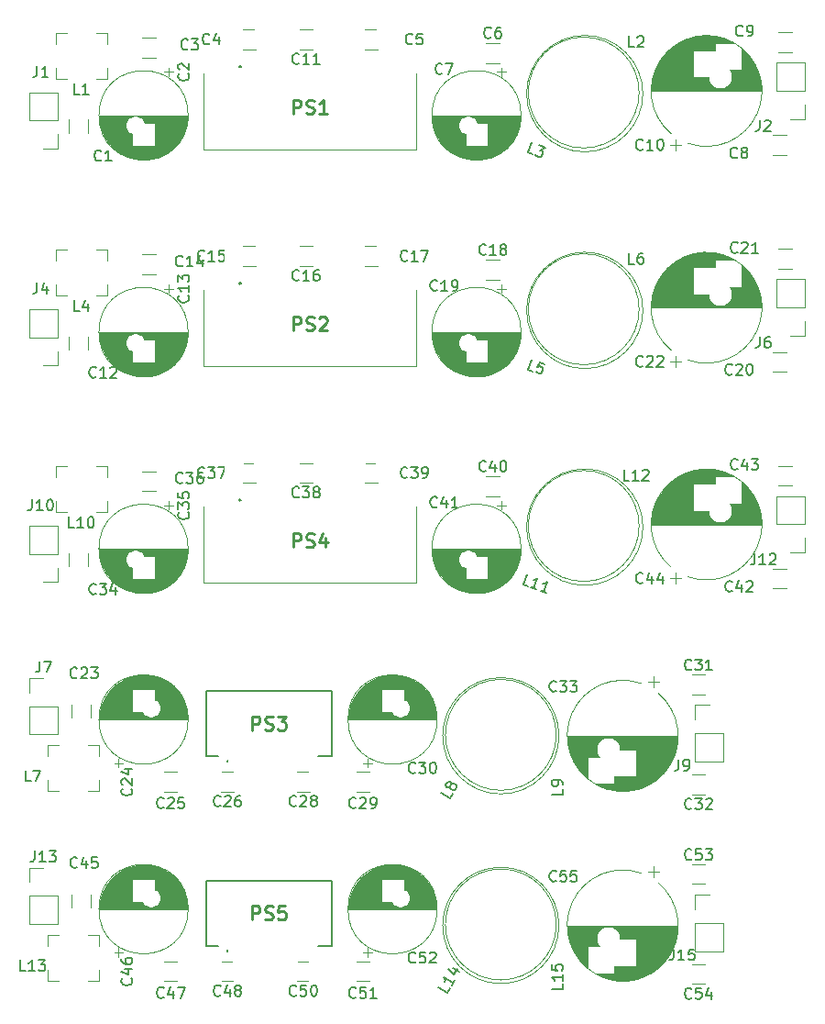
<source format=gto>
G04 #@! TF.GenerationSoftware,KiCad,Pcbnew,(5.1.4)-1*
G04 #@! TF.CreationDate,2021-09-05T23:40:41-04:00*
G04 #@! TF.ProjectId,ground_loop_breaker,67726f75-6e64-45f6-9c6f-6f705f627265,rev?*
G04 #@! TF.SameCoordinates,Original*
G04 #@! TF.FileFunction,Legend,Top*
G04 #@! TF.FilePolarity,Positive*
%FSLAX46Y46*%
G04 Gerber Fmt 4.6, Leading zero omitted, Abs format (unit mm)*
G04 Created by KiCad (PCBNEW (5.1.4)-1) date 2021-09-05 23:40:41*
%MOMM*%
%LPD*%
G04 APERTURE LIST*
%ADD10C,0.200000*%
%ADD11C,0.100000*%
%ADD12C,0.120000*%
%ADD13C,0.254000*%
%ADD14C,0.150000*%
%ADD15C,1.602000*%
%ADD16C,2.702000*%
%ADD17C,2.302000*%
%ADD18R,1.602000X3.702000*%
%ADD19O,1.802000X1.802000*%
%ADD20R,1.802000X1.802000*%
%ADD21C,2.102000*%
%ADD22R,2.102000X2.102000*%
%ADD23C,1.527000*%
%ADD24C,1.702000*%
%ADD25R,1.702000X1.702000*%
%ADD26C,1.852000*%
G04 APERTURE END LIST*
D10*
X95000000Y-137650000D02*
G75*
G02X95000000Y-137550000I0J50000D01*
G01*
X95000000Y-137550000D02*
G75*
G02X95000000Y-137650000I0J-50000D01*
G01*
X95000000Y-137650000D02*
G75*
G02X95000000Y-137550000I0J50000D01*
G01*
X104610000Y-137150000D02*
X103400000Y-137150000D01*
X104610000Y-131150000D02*
X104610000Y-137150000D01*
X93010000Y-131150000D02*
X104610000Y-131150000D01*
X93010000Y-137150000D02*
X93010000Y-131150000D01*
X94100000Y-137150000D02*
X93010000Y-137150000D01*
X95000000Y-137550000D02*
X95000000Y-137550000D01*
X95000000Y-137650000D02*
X95000000Y-137650000D01*
X95000000Y-137550000D02*
X95000000Y-137550000D01*
X96050000Y-96000000D02*
G75*
G02X96250000Y-96000000I100000J0D01*
G01*
X96250000Y-96000000D02*
G75*
G02X96050000Y-96000000I-100000J0D01*
G01*
X96250000Y-96000000D02*
X96250000Y-96000000D01*
X96050000Y-96000000D02*
X96050000Y-96000000D01*
D11*
X112425000Y-103650000D02*
X112425000Y-96600000D01*
X92775000Y-103650000D02*
X112425000Y-103650000D01*
X92775000Y-96600000D02*
X92775000Y-103650000D01*
D10*
X95000000Y-120150000D02*
G75*
G02X95000000Y-120050000I0J50000D01*
G01*
X95000000Y-120050000D02*
G75*
G02X95000000Y-120150000I0J-50000D01*
G01*
X95000000Y-120150000D02*
G75*
G02X95000000Y-120050000I0J50000D01*
G01*
X104610000Y-119650000D02*
X103400000Y-119650000D01*
X104610000Y-113650000D02*
X104610000Y-119650000D01*
X93010000Y-113650000D02*
X104610000Y-113650000D01*
X93010000Y-119650000D02*
X93010000Y-113650000D01*
X94100000Y-119650000D02*
X93010000Y-119650000D01*
X95000000Y-120050000D02*
X95000000Y-120050000D01*
X95000000Y-120150000D02*
X95000000Y-120150000D01*
X95000000Y-120050000D02*
X95000000Y-120050000D01*
X96050000Y-76000000D02*
G75*
G02X96250000Y-76000000I100000J0D01*
G01*
X96250000Y-76000000D02*
G75*
G02X96050000Y-76000000I-100000J0D01*
G01*
X96250000Y-76000000D02*
X96250000Y-76000000D01*
X96050000Y-76000000D02*
X96050000Y-76000000D01*
D11*
X112425000Y-83650000D02*
X112425000Y-76600000D01*
X92775000Y-83650000D02*
X112425000Y-83650000D01*
X92775000Y-76600000D02*
X92775000Y-83650000D01*
D10*
X96050000Y-56000000D02*
G75*
G02X96250000Y-56000000I100000J0D01*
G01*
X96250000Y-56000000D02*
G75*
G02X96050000Y-56000000I-100000J0D01*
G01*
X96250000Y-56000000D02*
X96250000Y-56000000D01*
X96050000Y-56000000D02*
X96050000Y-56000000D01*
D11*
X112425000Y-63650000D02*
X112425000Y-56600000D01*
X92775000Y-63650000D02*
X112425000Y-63650000D01*
X92775000Y-56600000D02*
X92775000Y-63650000D01*
D12*
X125620000Y-135250000D02*
G75*
G03X125620000Y-135250000I-5370000J0D01*
G01*
X125370000Y-135165064D02*
G75*
G03X125370000Y-135165064I-5120000J0D01*
G01*
X78365000Y-140360000D02*
X79390000Y-140360000D01*
X83135000Y-140360000D02*
X82110000Y-140360000D01*
X78365000Y-140360000D02*
X78365000Y-139335000D01*
X83135000Y-140360000D02*
X83135000Y-139335000D01*
X83135000Y-136140000D02*
X83135000Y-137165000D01*
X83135000Y-136140000D02*
X82110000Y-136140000D01*
X78365000Y-136140000D02*
X79390000Y-136140000D01*
X78365000Y-136140000D02*
X78365000Y-137165000D01*
X138170000Y-132420000D02*
X139500000Y-132420000D01*
X138170000Y-133750000D02*
X138170000Y-132420000D01*
X138170000Y-135020000D02*
X140830000Y-135020000D01*
X140830000Y-135020000D02*
X140830000Y-137620000D01*
X138170000Y-135020000D02*
X138170000Y-137620000D01*
X138170000Y-137620000D02*
X140830000Y-137620000D01*
X76670000Y-129920000D02*
X78000000Y-129920000D01*
X76670000Y-131250000D02*
X76670000Y-129920000D01*
X76670000Y-132520000D02*
X79330000Y-132520000D01*
X79330000Y-132520000D02*
X79330000Y-135120000D01*
X76670000Y-132520000D02*
X76670000Y-135120000D01*
X76670000Y-135120000D02*
X79330000Y-135120000D01*
X134875000Y-130270354D02*
X133875000Y-130270354D01*
X134375000Y-129770354D02*
X134375000Y-130770354D01*
X132099000Y-140331000D02*
X130901000Y-140331000D01*
X132362000Y-140291000D02*
X130638000Y-140291000D01*
X132562000Y-140251000D02*
X130438000Y-140251000D01*
X132730000Y-140211000D02*
X130270000Y-140211000D01*
X132878000Y-140171000D02*
X130122000Y-140171000D01*
X133010000Y-140131000D02*
X129990000Y-140131000D01*
X133130000Y-140091000D02*
X129870000Y-140091000D01*
X133242000Y-140051000D02*
X129758000Y-140051000D01*
X133346000Y-140011000D02*
X129654000Y-140011000D01*
X133444000Y-139971000D02*
X129556000Y-139971000D01*
X133537000Y-139931000D02*
X129463000Y-139931000D01*
X133625000Y-139891000D02*
X129375000Y-139891000D01*
X133709000Y-139851000D02*
X129291000Y-139851000D01*
X133789000Y-139811000D02*
X129211000Y-139811000D01*
X133865000Y-139771000D02*
X129135000Y-139771000D01*
X133939000Y-139731000D02*
X129061000Y-139731000D01*
X134010000Y-139691000D02*
X128990000Y-139691000D01*
X134079000Y-139651000D02*
X130740000Y-139651000D01*
X134145000Y-139611000D02*
X130740000Y-139611000D01*
X134209000Y-139571000D02*
X130740000Y-139571000D01*
X134270000Y-139531000D02*
X130740000Y-139531000D01*
X134330000Y-139491000D02*
X130740000Y-139491000D01*
X134389000Y-139451000D02*
X130740000Y-139451000D01*
X134445000Y-139411000D02*
X130740000Y-139411000D01*
X134500000Y-139371000D02*
X130740000Y-139371000D01*
X134554000Y-139331000D02*
X130740000Y-139331000D01*
X134606000Y-139291000D02*
X130740000Y-139291000D01*
X134656000Y-139251000D02*
X130740000Y-139251000D01*
X134706000Y-139211000D02*
X130740000Y-139211000D01*
X128260000Y-139171000D02*
X128246000Y-139171000D01*
X134754000Y-139171000D02*
X130740000Y-139171000D01*
X128260000Y-139131000D02*
X128199000Y-139131000D01*
X134801000Y-139131000D02*
X130740000Y-139131000D01*
X128260000Y-139091000D02*
X128153000Y-139091000D01*
X134847000Y-139091000D02*
X130740000Y-139091000D01*
X128260000Y-139051000D02*
X128108000Y-139051000D01*
X134892000Y-139051000D02*
X130740000Y-139051000D01*
X128260000Y-139011000D02*
X128064000Y-139011000D01*
X134936000Y-139011000D02*
X130740000Y-139011000D01*
X128260000Y-138971000D02*
X128022000Y-138971000D01*
X134978000Y-138971000D02*
X132741000Y-138971000D01*
X128260000Y-138931000D02*
X127980000Y-138931000D01*
X135020000Y-138931000D02*
X132741000Y-138931000D01*
X128260000Y-138891000D02*
X127939000Y-138891000D01*
X135061000Y-138891000D02*
X132741000Y-138891000D01*
X128260000Y-138851000D02*
X127899000Y-138851000D01*
X135101000Y-138851000D02*
X132741000Y-138851000D01*
X128260000Y-138811000D02*
X127860000Y-138811000D01*
X135140000Y-138811000D02*
X132741000Y-138811000D01*
X128260000Y-138771000D02*
X127821000Y-138771000D01*
X135179000Y-138771000D02*
X132741000Y-138771000D01*
X128260000Y-138731000D02*
X127784000Y-138731000D01*
X135216000Y-138731000D02*
X132741000Y-138731000D01*
X128260000Y-138691000D02*
X127747000Y-138691000D01*
X135253000Y-138691000D02*
X132741000Y-138691000D01*
X128260000Y-138651000D02*
X127711000Y-138651000D01*
X135289000Y-138651000D02*
X132741000Y-138651000D01*
X128260000Y-138611000D02*
X127676000Y-138611000D01*
X135324000Y-138611000D02*
X132741000Y-138611000D01*
X128260000Y-138571000D02*
X127642000Y-138571000D01*
X135358000Y-138571000D02*
X132741000Y-138571000D01*
X128260000Y-138531000D02*
X127608000Y-138531000D01*
X135392000Y-138531000D02*
X132741000Y-138531000D01*
X128260000Y-138491000D02*
X127575000Y-138491000D01*
X135425000Y-138491000D02*
X132741000Y-138491000D01*
X128260000Y-138451000D02*
X127543000Y-138451000D01*
X135457000Y-138451000D02*
X132741000Y-138451000D01*
X128260000Y-138411000D02*
X127511000Y-138411000D01*
X135489000Y-138411000D02*
X132741000Y-138411000D01*
X128260000Y-138371000D02*
X127480000Y-138371000D01*
X135520000Y-138371000D02*
X132741000Y-138371000D01*
X128260000Y-138331000D02*
X127450000Y-138331000D01*
X135550000Y-138331000D02*
X132741000Y-138331000D01*
X128260000Y-138291000D02*
X127420000Y-138291000D01*
X135580000Y-138291000D02*
X132741000Y-138291000D01*
X128260000Y-138251000D02*
X127390000Y-138251000D01*
X135610000Y-138251000D02*
X132741000Y-138251000D01*
X128260000Y-138211000D02*
X127362000Y-138211000D01*
X135638000Y-138211000D02*
X132741000Y-138211000D01*
X128260000Y-138171000D02*
X127334000Y-138171000D01*
X135666000Y-138171000D02*
X132741000Y-138171000D01*
X128260000Y-138131000D02*
X127306000Y-138131000D01*
X135694000Y-138131000D02*
X132741000Y-138131000D01*
X128260000Y-138091000D02*
X127279000Y-138091000D01*
X135721000Y-138091000D02*
X132741000Y-138091000D01*
X128260000Y-138051000D02*
X127253000Y-138051000D01*
X135747000Y-138051000D02*
X132741000Y-138051000D01*
X128260000Y-138011000D02*
X127227000Y-138011000D01*
X135773000Y-138011000D02*
X132741000Y-138011000D01*
X128260000Y-137971000D02*
X127202000Y-137971000D01*
X135798000Y-137971000D02*
X132741000Y-137971000D01*
X128260000Y-137931000D02*
X127177000Y-137931000D01*
X135823000Y-137931000D02*
X132741000Y-137931000D01*
X128260000Y-137891000D02*
X127153000Y-137891000D01*
X135847000Y-137891000D02*
X132741000Y-137891000D01*
X128260000Y-137851000D02*
X127129000Y-137851000D01*
X135871000Y-137851000D02*
X132741000Y-137851000D01*
X128260000Y-137811000D02*
X127105000Y-137811000D01*
X135895000Y-137811000D02*
X132741000Y-137811000D01*
X128260000Y-137771000D02*
X127083000Y-137771000D01*
X135917000Y-137771000D02*
X132741000Y-137771000D01*
X128260000Y-137731000D02*
X127060000Y-137731000D01*
X135940000Y-137731000D02*
X132741000Y-137731000D01*
X128260000Y-137691000D02*
X127038000Y-137691000D01*
X135962000Y-137691000D02*
X132741000Y-137691000D01*
X128260000Y-137651000D02*
X127017000Y-137651000D01*
X135983000Y-137651000D02*
X132741000Y-137651000D01*
X128260000Y-137611000D02*
X126996000Y-137611000D01*
X136004000Y-137611000D02*
X132741000Y-137611000D01*
X128260000Y-137571000D02*
X126975000Y-137571000D01*
X136025000Y-137571000D02*
X132741000Y-137571000D01*
X128260000Y-137531000D02*
X126955000Y-137531000D01*
X136045000Y-137531000D02*
X132741000Y-137531000D01*
X128260000Y-137491000D02*
X126936000Y-137491000D01*
X136064000Y-137491000D02*
X132741000Y-137491000D01*
X128260000Y-137451000D02*
X126916000Y-137451000D01*
X136084000Y-137451000D02*
X132741000Y-137451000D01*
X128260000Y-137411000D02*
X126897000Y-137411000D01*
X136103000Y-137411000D02*
X132741000Y-137411000D01*
X128260000Y-137371000D02*
X126879000Y-137371000D01*
X136121000Y-137371000D02*
X132741000Y-137371000D01*
X128260000Y-137331000D02*
X126861000Y-137331000D01*
X136139000Y-137331000D02*
X132741000Y-137331000D01*
X128260000Y-137291000D02*
X126843000Y-137291000D01*
X136157000Y-137291000D02*
X132741000Y-137291000D01*
X128260000Y-137251000D02*
X126826000Y-137251000D01*
X136174000Y-137251000D02*
X132741000Y-137251000D01*
X128260000Y-137211000D02*
X126810000Y-137211000D01*
X136190000Y-137211000D02*
X132741000Y-137211000D01*
X130259000Y-137171000D02*
X126793000Y-137171000D01*
X136207000Y-137171000D02*
X132741000Y-137171000D01*
X130259000Y-137131000D02*
X126777000Y-137131000D01*
X136223000Y-137131000D02*
X132741000Y-137131000D01*
X130259000Y-137091000D02*
X126762000Y-137091000D01*
X136238000Y-137091000D02*
X132741000Y-137091000D01*
X130259000Y-137051000D02*
X126746000Y-137051000D01*
X136254000Y-137051000D02*
X132741000Y-137051000D01*
X130259000Y-137011000D02*
X126732000Y-137011000D01*
X136268000Y-137011000D02*
X132741000Y-137011000D01*
X130259000Y-136971000D02*
X126717000Y-136971000D01*
X136283000Y-136971000D02*
X132741000Y-136971000D01*
X130259000Y-136931000D02*
X126703000Y-136931000D01*
X136297000Y-136931000D02*
X132741000Y-136931000D01*
X130259000Y-136891000D02*
X126689000Y-136891000D01*
X136311000Y-136891000D02*
X132741000Y-136891000D01*
X130259000Y-136851000D02*
X126676000Y-136851000D01*
X136324000Y-136851000D02*
X132741000Y-136851000D01*
X130259000Y-136811000D02*
X126663000Y-136811000D01*
X136337000Y-136811000D02*
X132741000Y-136811000D01*
X130259000Y-136771000D02*
X126650000Y-136771000D01*
X136350000Y-136771000D02*
X132741000Y-136771000D01*
X130259000Y-136731000D02*
X126638000Y-136731000D01*
X136362000Y-136731000D02*
X132741000Y-136731000D01*
X130259000Y-136691000D02*
X126626000Y-136691000D01*
X136374000Y-136691000D02*
X132741000Y-136691000D01*
X130259000Y-136651000D02*
X126615000Y-136651000D01*
X136385000Y-136651000D02*
X132741000Y-136651000D01*
X130259000Y-136611000D02*
X126603000Y-136611000D01*
X136397000Y-136611000D02*
X132741000Y-136611000D01*
X130259000Y-136571000D02*
X126593000Y-136571000D01*
X136407000Y-136571000D02*
X132741000Y-136571000D01*
X130259000Y-136531000D02*
X126582000Y-136531000D01*
X136418000Y-136531000D02*
X132741000Y-136531000D01*
X136428000Y-136491000D02*
X126572000Y-136491000D01*
X136438000Y-136451000D02*
X126562000Y-136451000D01*
X136447000Y-136411000D02*
X126553000Y-136411000D01*
X136456000Y-136371000D02*
X126544000Y-136371000D01*
X136465000Y-136331000D02*
X126535000Y-136331000D01*
X136474000Y-136291000D02*
X126526000Y-136291000D01*
X136482000Y-136251000D02*
X126518000Y-136251000D01*
X136490000Y-136211000D02*
X126510000Y-136211000D01*
X136497000Y-136171000D02*
X126503000Y-136171000D01*
X136504000Y-136131000D02*
X126496000Y-136131000D01*
X136511000Y-136091000D02*
X126489000Y-136091000D01*
X136518000Y-136051000D02*
X126482000Y-136051000D01*
X136524000Y-136011000D02*
X126476000Y-136011000D01*
X136530000Y-135971000D02*
X126470000Y-135971000D01*
X136535000Y-135930000D02*
X126465000Y-135930000D01*
X136540000Y-135890000D02*
X126460000Y-135890000D01*
X136545000Y-135850000D02*
X126455000Y-135850000D01*
X136550000Y-135810000D02*
X126450000Y-135810000D01*
X136554000Y-135770000D02*
X126446000Y-135770000D01*
X136558000Y-135730000D02*
X126442000Y-135730000D01*
X136562000Y-135690000D02*
X126438000Y-135690000D01*
X136565000Y-135650000D02*
X126435000Y-135650000D01*
X136568000Y-135610000D02*
X126432000Y-135610000D01*
X136570000Y-135570000D02*
X126430000Y-135570000D01*
X136573000Y-135530000D02*
X126427000Y-135530000D01*
X136575000Y-135490000D02*
X126425000Y-135490000D01*
X136577000Y-135450000D02*
X126423000Y-135450000D01*
X136578000Y-135410000D02*
X126422000Y-135410000D01*
X136579000Y-135370000D02*
X126421000Y-135370000D01*
X136580000Y-135330000D02*
X126420000Y-135330000D01*
X136580000Y-135290000D02*
X126420000Y-135290000D01*
X136580000Y-135250000D02*
X126420000Y-135250000D01*
X133213098Y-130425096D02*
G75*
G03X134760000Y-131301988I-1713098J-4824904D01*
G01*
X139102064Y-138840000D02*
X137897936Y-138840000D01*
X139102064Y-140660000D02*
X137897936Y-140660000D01*
X137897936Y-131410000D02*
X139102064Y-131410000D01*
X137897936Y-129590000D02*
X139102064Y-129590000D01*
X107535000Y-137759698D02*
X108335000Y-137759698D01*
X107935000Y-138159698D02*
X107935000Y-137359698D01*
X109717000Y-129669000D02*
X110783000Y-129669000D01*
X109482000Y-129709000D02*
X111018000Y-129709000D01*
X109302000Y-129749000D02*
X111198000Y-129749000D01*
X109152000Y-129789000D02*
X111348000Y-129789000D01*
X109021000Y-129829000D02*
X111479000Y-129829000D01*
X108904000Y-129869000D02*
X111596000Y-129869000D01*
X108797000Y-129909000D02*
X111703000Y-129909000D01*
X108698000Y-129949000D02*
X111802000Y-129949000D01*
X108605000Y-129989000D02*
X111895000Y-129989000D01*
X108519000Y-130029000D02*
X111981000Y-130029000D01*
X108437000Y-130069000D02*
X112063000Y-130069000D01*
X108360000Y-130109000D02*
X112140000Y-130109000D01*
X108286000Y-130149000D02*
X112214000Y-130149000D01*
X108216000Y-130189000D02*
X112284000Y-130189000D01*
X108148000Y-130229000D02*
X112352000Y-130229000D01*
X108084000Y-130269000D02*
X112416000Y-130269000D01*
X108022000Y-130309000D02*
X112478000Y-130309000D01*
X107963000Y-130349000D02*
X112537000Y-130349000D01*
X107905000Y-130389000D02*
X112595000Y-130389000D01*
X107850000Y-130429000D02*
X112650000Y-130429000D01*
X107796000Y-130469000D02*
X112704000Y-130469000D01*
X107745000Y-130509000D02*
X112755000Y-130509000D01*
X107694000Y-130549000D02*
X112806000Y-130549000D01*
X107646000Y-130589000D02*
X112854000Y-130589000D01*
X107599000Y-130629000D02*
X112901000Y-130629000D01*
X107553000Y-130669000D02*
X112947000Y-130669000D01*
X107509000Y-130709000D02*
X112991000Y-130709000D01*
X107466000Y-130749000D02*
X113034000Y-130749000D01*
X107424000Y-130789000D02*
X113076000Y-130789000D01*
X107383000Y-130829000D02*
X113117000Y-130829000D01*
X107343000Y-130869000D02*
X113157000Y-130869000D01*
X107305000Y-130909000D02*
X113195000Y-130909000D01*
X107267000Y-130949000D02*
X113233000Y-130949000D01*
X111290000Y-130989000D02*
X113269000Y-130989000D01*
X107231000Y-130989000D02*
X109210000Y-130989000D01*
X111290000Y-131029000D02*
X113305000Y-131029000D01*
X107195000Y-131029000D02*
X109210000Y-131029000D01*
X111290000Y-131069000D02*
X113340000Y-131069000D01*
X107160000Y-131069000D02*
X109210000Y-131069000D01*
X111290000Y-131109000D02*
X113374000Y-131109000D01*
X107126000Y-131109000D02*
X109210000Y-131109000D01*
X111290000Y-131149000D02*
X113406000Y-131149000D01*
X107094000Y-131149000D02*
X109210000Y-131149000D01*
X111290000Y-131189000D02*
X113439000Y-131189000D01*
X107061000Y-131189000D02*
X109210000Y-131189000D01*
X111290000Y-131229000D02*
X113470000Y-131229000D01*
X107030000Y-131229000D02*
X109210000Y-131229000D01*
X111290000Y-131269000D02*
X113500000Y-131269000D01*
X107000000Y-131269000D02*
X109210000Y-131269000D01*
X111290000Y-131309000D02*
X113530000Y-131309000D01*
X106970000Y-131309000D02*
X109210000Y-131309000D01*
X111290000Y-131349000D02*
X113559000Y-131349000D01*
X106941000Y-131349000D02*
X109210000Y-131349000D01*
X111290000Y-131389000D02*
X113588000Y-131389000D01*
X106912000Y-131389000D02*
X109210000Y-131389000D01*
X111290000Y-131429000D02*
X113615000Y-131429000D01*
X106885000Y-131429000D02*
X109210000Y-131429000D01*
X111290000Y-131469000D02*
X113642000Y-131469000D01*
X106858000Y-131469000D02*
X109210000Y-131469000D01*
X111290000Y-131509000D02*
X113668000Y-131509000D01*
X106832000Y-131509000D02*
X109210000Y-131509000D01*
X111290000Y-131549000D02*
X113694000Y-131549000D01*
X106806000Y-131549000D02*
X109210000Y-131549000D01*
X111290000Y-131589000D02*
X113719000Y-131589000D01*
X106781000Y-131589000D02*
X109210000Y-131589000D01*
X111290000Y-131629000D02*
X113743000Y-131629000D01*
X106757000Y-131629000D02*
X109210000Y-131629000D01*
X111290000Y-131669000D02*
X113767000Y-131669000D01*
X106733000Y-131669000D02*
X109210000Y-131669000D01*
X111290000Y-131709000D02*
X113790000Y-131709000D01*
X106710000Y-131709000D02*
X109210000Y-131709000D01*
X111290000Y-131749000D02*
X113812000Y-131749000D01*
X106688000Y-131749000D02*
X109210000Y-131749000D01*
X111290000Y-131789000D02*
X113834000Y-131789000D01*
X106666000Y-131789000D02*
X109210000Y-131789000D01*
X111290000Y-131829000D02*
X113856000Y-131829000D01*
X106644000Y-131829000D02*
X109210000Y-131829000D01*
X111290000Y-131869000D02*
X113877000Y-131869000D01*
X106623000Y-131869000D02*
X109210000Y-131869000D01*
X111290000Y-131909000D02*
X113897000Y-131909000D01*
X106603000Y-131909000D02*
X109210000Y-131909000D01*
X111290000Y-131949000D02*
X113916000Y-131949000D01*
X106584000Y-131949000D02*
X109210000Y-131949000D01*
X111290000Y-131989000D02*
X113936000Y-131989000D01*
X106564000Y-131989000D02*
X109210000Y-131989000D01*
X111290000Y-132029000D02*
X113954000Y-132029000D01*
X106546000Y-132029000D02*
X109210000Y-132029000D01*
X111290000Y-132069000D02*
X113972000Y-132069000D01*
X106528000Y-132069000D02*
X109210000Y-132069000D01*
X111290000Y-132109000D02*
X113990000Y-132109000D01*
X106510000Y-132109000D02*
X109210000Y-132109000D01*
X111290000Y-132149000D02*
X114007000Y-132149000D01*
X106493000Y-132149000D02*
X109210000Y-132149000D01*
X111290000Y-132189000D02*
X114024000Y-132189000D01*
X106476000Y-132189000D02*
X109210000Y-132189000D01*
X111290000Y-132229000D02*
X114040000Y-132229000D01*
X106460000Y-132229000D02*
X109210000Y-132229000D01*
X111290000Y-132269000D02*
X114055000Y-132269000D01*
X106445000Y-132269000D02*
X109210000Y-132269000D01*
X111290000Y-132309000D02*
X114071000Y-132309000D01*
X106429000Y-132309000D02*
X109210000Y-132309000D01*
X111290000Y-132349000D02*
X114085000Y-132349000D01*
X106415000Y-132349000D02*
X109210000Y-132349000D01*
X111290000Y-132389000D02*
X114100000Y-132389000D01*
X106400000Y-132389000D02*
X109210000Y-132389000D01*
X111290000Y-132429000D02*
X114113000Y-132429000D01*
X106387000Y-132429000D02*
X109210000Y-132429000D01*
X111290000Y-132469000D02*
X114127000Y-132469000D01*
X106373000Y-132469000D02*
X109210000Y-132469000D01*
X111290000Y-132509000D02*
X114139000Y-132509000D01*
X106361000Y-132509000D02*
X109210000Y-132509000D01*
X111290000Y-132549000D02*
X114152000Y-132549000D01*
X106348000Y-132549000D02*
X109210000Y-132549000D01*
X111290000Y-132589000D02*
X114164000Y-132589000D01*
X106336000Y-132589000D02*
X109210000Y-132589000D01*
X111290000Y-132629000D02*
X114175000Y-132629000D01*
X106325000Y-132629000D02*
X109210000Y-132629000D01*
X111290000Y-132669000D02*
X114186000Y-132669000D01*
X106314000Y-132669000D02*
X109210000Y-132669000D01*
X111290000Y-132709000D02*
X114197000Y-132709000D01*
X106303000Y-132709000D02*
X109210000Y-132709000D01*
X111290000Y-132749000D02*
X114207000Y-132749000D01*
X106293000Y-132749000D02*
X109210000Y-132749000D01*
X111290000Y-132789000D02*
X114217000Y-132789000D01*
X106283000Y-132789000D02*
X109210000Y-132789000D01*
X111290000Y-132829000D02*
X114226000Y-132829000D01*
X106274000Y-132829000D02*
X109210000Y-132829000D01*
X111290000Y-132869000D02*
X114235000Y-132869000D01*
X106265000Y-132869000D02*
X109210000Y-132869000D01*
X111290000Y-132909000D02*
X114244000Y-132909000D01*
X106256000Y-132909000D02*
X109210000Y-132909000D01*
X111290000Y-132949000D02*
X114252000Y-132949000D01*
X106248000Y-132949000D02*
X109210000Y-132949000D01*
X111290000Y-132989000D02*
X114260000Y-132989000D01*
X106240000Y-132989000D02*
X109210000Y-132989000D01*
X111290000Y-133029000D02*
X114267000Y-133029000D01*
X106233000Y-133029000D02*
X109210000Y-133029000D01*
X106226000Y-133070000D02*
X114274000Y-133070000D01*
X106220000Y-133110000D02*
X114280000Y-133110000D01*
X106213000Y-133150000D02*
X114287000Y-133150000D01*
X106208000Y-133190000D02*
X114292000Y-133190000D01*
X106202000Y-133230000D02*
X114298000Y-133230000D01*
X106198000Y-133270000D02*
X114302000Y-133270000D01*
X106193000Y-133310000D02*
X114307000Y-133310000D01*
X106189000Y-133350000D02*
X114311000Y-133350000D01*
X106185000Y-133390000D02*
X114315000Y-133390000D01*
X106182000Y-133430000D02*
X114318000Y-133430000D01*
X106179000Y-133470000D02*
X114321000Y-133470000D01*
X106176000Y-133510000D02*
X114324000Y-133510000D01*
X106174000Y-133550000D02*
X114326000Y-133550000D01*
X106173000Y-133590000D02*
X114327000Y-133590000D01*
X106171000Y-133630000D02*
X114329000Y-133630000D01*
X106170000Y-133670000D02*
X114330000Y-133670000D01*
X106170000Y-133710000D02*
X114330000Y-133710000D01*
X106170000Y-133750000D02*
X114330000Y-133750000D01*
X114370000Y-133750000D02*
G75*
G03X114370000Y-133750000I-4120000J0D01*
G01*
X106897936Y-140410000D02*
X108102064Y-140410000D01*
X106897936Y-138590000D02*
X108102064Y-138590000D01*
X102602064Y-138590000D02*
X101397936Y-138590000D01*
X102602064Y-140410000D02*
X101397936Y-140410000D01*
X95602064Y-138590000D02*
X94397936Y-138590000D01*
X95602064Y-140410000D02*
X94397936Y-140410000D01*
X89147936Y-140410000D02*
X90352064Y-140410000D01*
X89147936Y-138590000D02*
X90352064Y-138590000D01*
X84535000Y-137759698D02*
X85335000Y-137759698D01*
X84935000Y-138159698D02*
X84935000Y-137359698D01*
X86717000Y-129669000D02*
X87783000Y-129669000D01*
X86482000Y-129709000D02*
X88018000Y-129709000D01*
X86302000Y-129749000D02*
X88198000Y-129749000D01*
X86152000Y-129789000D02*
X88348000Y-129789000D01*
X86021000Y-129829000D02*
X88479000Y-129829000D01*
X85904000Y-129869000D02*
X88596000Y-129869000D01*
X85797000Y-129909000D02*
X88703000Y-129909000D01*
X85698000Y-129949000D02*
X88802000Y-129949000D01*
X85605000Y-129989000D02*
X88895000Y-129989000D01*
X85519000Y-130029000D02*
X88981000Y-130029000D01*
X85437000Y-130069000D02*
X89063000Y-130069000D01*
X85360000Y-130109000D02*
X89140000Y-130109000D01*
X85286000Y-130149000D02*
X89214000Y-130149000D01*
X85216000Y-130189000D02*
X89284000Y-130189000D01*
X85148000Y-130229000D02*
X89352000Y-130229000D01*
X85084000Y-130269000D02*
X89416000Y-130269000D01*
X85022000Y-130309000D02*
X89478000Y-130309000D01*
X84963000Y-130349000D02*
X89537000Y-130349000D01*
X84905000Y-130389000D02*
X89595000Y-130389000D01*
X84850000Y-130429000D02*
X89650000Y-130429000D01*
X84796000Y-130469000D02*
X89704000Y-130469000D01*
X84745000Y-130509000D02*
X89755000Y-130509000D01*
X84694000Y-130549000D02*
X89806000Y-130549000D01*
X84646000Y-130589000D02*
X89854000Y-130589000D01*
X84599000Y-130629000D02*
X89901000Y-130629000D01*
X84553000Y-130669000D02*
X89947000Y-130669000D01*
X84509000Y-130709000D02*
X89991000Y-130709000D01*
X84466000Y-130749000D02*
X90034000Y-130749000D01*
X84424000Y-130789000D02*
X90076000Y-130789000D01*
X84383000Y-130829000D02*
X90117000Y-130829000D01*
X84343000Y-130869000D02*
X90157000Y-130869000D01*
X84305000Y-130909000D02*
X90195000Y-130909000D01*
X84267000Y-130949000D02*
X90233000Y-130949000D01*
X88290000Y-130989000D02*
X90269000Y-130989000D01*
X84231000Y-130989000D02*
X86210000Y-130989000D01*
X88290000Y-131029000D02*
X90305000Y-131029000D01*
X84195000Y-131029000D02*
X86210000Y-131029000D01*
X88290000Y-131069000D02*
X90340000Y-131069000D01*
X84160000Y-131069000D02*
X86210000Y-131069000D01*
X88290000Y-131109000D02*
X90374000Y-131109000D01*
X84126000Y-131109000D02*
X86210000Y-131109000D01*
X88290000Y-131149000D02*
X90406000Y-131149000D01*
X84094000Y-131149000D02*
X86210000Y-131149000D01*
X88290000Y-131189000D02*
X90439000Y-131189000D01*
X84061000Y-131189000D02*
X86210000Y-131189000D01*
X88290000Y-131229000D02*
X90470000Y-131229000D01*
X84030000Y-131229000D02*
X86210000Y-131229000D01*
X88290000Y-131269000D02*
X90500000Y-131269000D01*
X84000000Y-131269000D02*
X86210000Y-131269000D01*
X88290000Y-131309000D02*
X90530000Y-131309000D01*
X83970000Y-131309000D02*
X86210000Y-131309000D01*
X88290000Y-131349000D02*
X90559000Y-131349000D01*
X83941000Y-131349000D02*
X86210000Y-131349000D01*
X88290000Y-131389000D02*
X90588000Y-131389000D01*
X83912000Y-131389000D02*
X86210000Y-131389000D01*
X88290000Y-131429000D02*
X90615000Y-131429000D01*
X83885000Y-131429000D02*
X86210000Y-131429000D01*
X88290000Y-131469000D02*
X90642000Y-131469000D01*
X83858000Y-131469000D02*
X86210000Y-131469000D01*
X88290000Y-131509000D02*
X90668000Y-131509000D01*
X83832000Y-131509000D02*
X86210000Y-131509000D01*
X88290000Y-131549000D02*
X90694000Y-131549000D01*
X83806000Y-131549000D02*
X86210000Y-131549000D01*
X88290000Y-131589000D02*
X90719000Y-131589000D01*
X83781000Y-131589000D02*
X86210000Y-131589000D01*
X88290000Y-131629000D02*
X90743000Y-131629000D01*
X83757000Y-131629000D02*
X86210000Y-131629000D01*
X88290000Y-131669000D02*
X90767000Y-131669000D01*
X83733000Y-131669000D02*
X86210000Y-131669000D01*
X88290000Y-131709000D02*
X90790000Y-131709000D01*
X83710000Y-131709000D02*
X86210000Y-131709000D01*
X88290000Y-131749000D02*
X90812000Y-131749000D01*
X83688000Y-131749000D02*
X86210000Y-131749000D01*
X88290000Y-131789000D02*
X90834000Y-131789000D01*
X83666000Y-131789000D02*
X86210000Y-131789000D01*
X88290000Y-131829000D02*
X90856000Y-131829000D01*
X83644000Y-131829000D02*
X86210000Y-131829000D01*
X88290000Y-131869000D02*
X90877000Y-131869000D01*
X83623000Y-131869000D02*
X86210000Y-131869000D01*
X88290000Y-131909000D02*
X90897000Y-131909000D01*
X83603000Y-131909000D02*
X86210000Y-131909000D01*
X88290000Y-131949000D02*
X90916000Y-131949000D01*
X83584000Y-131949000D02*
X86210000Y-131949000D01*
X88290000Y-131989000D02*
X90936000Y-131989000D01*
X83564000Y-131989000D02*
X86210000Y-131989000D01*
X88290000Y-132029000D02*
X90954000Y-132029000D01*
X83546000Y-132029000D02*
X86210000Y-132029000D01*
X88290000Y-132069000D02*
X90972000Y-132069000D01*
X83528000Y-132069000D02*
X86210000Y-132069000D01*
X88290000Y-132109000D02*
X90990000Y-132109000D01*
X83510000Y-132109000D02*
X86210000Y-132109000D01*
X88290000Y-132149000D02*
X91007000Y-132149000D01*
X83493000Y-132149000D02*
X86210000Y-132149000D01*
X88290000Y-132189000D02*
X91024000Y-132189000D01*
X83476000Y-132189000D02*
X86210000Y-132189000D01*
X88290000Y-132229000D02*
X91040000Y-132229000D01*
X83460000Y-132229000D02*
X86210000Y-132229000D01*
X88290000Y-132269000D02*
X91055000Y-132269000D01*
X83445000Y-132269000D02*
X86210000Y-132269000D01*
X88290000Y-132309000D02*
X91071000Y-132309000D01*
X83429000Y-132309000D02*
X86210000Y-132309000D01*
X88290000Y-132349000D02*
X91085000Y-132349000D01*
X83415000Y-132349000D02*
X86210000Y-132349000D01*
X88290000Y-132389000D02*
X91100000Y-132389000D01*
X83400000Y-132389000D02*
X86210000Y-132389000D01*
X88290000Y-132429000D02*
X91113000Y-132429000D01*
X83387000Y-132429000D02*
X86210000Y-132429000D01*
X88290000Y-132469000D02*
X91127000Y-132469000D01*
X83373000Y-132469000D02*
X86210000Y-132469000D01*
X88290000Y-132509000D02*
X91139000Y-132509000D01*
X83361000Y-132509000D02*
X86210000Y-132509000D01*
X88290000Y-132549000D02*
X91152000Y-132549000D01*
X83348000Y-132549000D02*
X86210000Y-132549000D01*
X88290000Y-132589000D02*
X91164000Y-132589000D01*
X83336000Y-132589000D02*
X86210000Y-132589000D01*
X88290000Y-132629000D02*
X91175000Y-132629000D01*
X83325000Y-132629000D02*
X86210000Y-132629000D01*
X88290000Y-132669000D02*
X91186000Y-132669000D01*
X83314000Y-132669000D02*
X86210000Y-132669000D01*
X88290000Y-132709000D02*
X91197000Y-132709000D01*
X83303000Y-132709000D02*
X86210000Y-132709000D01*
X88290000Y-132749000D02*
X91207000Y-132749000D01*
X83293000Y-132749000D02*
X86210000Y-132749000D01*
X88290000Y-132789000D02*
X91217000Y-132789000D01*
X83283000Y-132789000D02*
X86210000Y-132789000D01*
X88290000Y-132829000D02*
X91226000Y-132829000D01*
X83274000Y-132829000D02*
X86210000Y-132829000D01*
X88290000Y-132869000D02*
X91235000Y-132869000D01*
X83265000Y-132869000D02*
X86210000Y-132869000D01*
X88290000Y-132909000D02*
X91244000Y-132909000D01*
X83256000Y-132909000D02*
X86210000Y-132909000D01*
X88290000Y-132949000D02*
X91252000Y-132949000D01*
X83248000Y-132949000D02*
X86210000Y-132949000D01*
X88290000Y-132989000D02*
X91260000Y-132989000D01*
X83240000Y-132989000D02*
X86210000Y-132989000D01*
X88290000Y-133029000D02*
X91267000Y-133029000D01*
X83233000Y-133029000D02*
X86210000Y-133029000D01*
X83226000Y-133070000D02*
X91274000Y-133070000D01*
X83220000Y-133110000D02*
X91280000Y-133110000D01*
X83213000Y-133150000D02*
X91287000Y-133150000D01*
X83208000Y-133190000D02*
X91292000Y-133190000D01*
X83202000Y-133230000D02*
X91298000Y-133230000D01*
X83198000Y-133270000D02*
X91302000Y-133270000D01*
X83193000Y-133310000D02*
X91307000Y-133310000D01*
X83189000Y-133350000D02*
X91311000Y-133350000D01*
X83185000Y-133390000D02*
X91315000Y-133390000D01*
X83182000Y-133430000D02*
X91318000Y-133430000D01*
X83179000Y-133470000D02*
X91321000Y-133470000D01*
X83176000Y-133510000D02*
X91324000Y-133510000D01*
X83174000Y-133550000D02*
X91326000Y-133550000D01*
X83173000Y-133590000D02*
X91327000Y-133590000D01*
X83171000Y-133630000D02*
X91329000Y-133630000D01*
X83170000Y-133670000D02*
X91330000Y-133670000D01*
X83170000Y-133710000D02*
X91330000Y-133710000D01*
X83170000Y-133750000D02*
X91330000Y-133750000D01*
X91370000Y-133750000D02*
G75*
G03X91370000Y-133750000I-4120000J0D01*
G01*
X82410000Y-133602064D02*
X82410000Y-132397936D01*
X80590000Y-133602064D02*
X80590000Y-132397936D01*
X133370000Y-98500000D02*
G75*
G03X133370000Y-98500000I-5370000J0D01*
G01*
X133020768Y-98394950D02*
G75*
G03X133020768Y-98394950I-5120000J0D01*
G01*
X79115000Y-97110000D02*
X80140000Y-97110000D01*
X83885000Y-97110000D02*
X82860000Y-97110000D01*
X79115000Y-97110000D02*
X79115000Y-96085000D01*
X83885000Y-97110000D02*
X83885000Y-96085000D01*
X83885000Y-92890000D02*
X83885000Y-93915000D01*
X83885000Y-92890000D02*
X82860000Y-92890000D01*
X79115000Y-92890000D02*
X80140000Y-92890000D01*
X79115000Y-92890000D02*
X79115000Y-93915000D01*
X133370000Y-78500000D02*
G75*
G03X133370000Y-78500000I-5370000J0D01*
G01*
X133020768Y-78394950D02*
G75*
G03X133020768Y-78394950I-5120000J0D01*
G01*
X79115000Y-77110000D02*
X80140000Y-77110000D01*
X83885000Y-77110000D02*
X82860000Y-77110000D01*
X79115000Y-77110000D02*
X79115000Y-76085000D01*
X83885000Y-77110000D02*
X83885000Y-76085000D01*
X83885000Y-72890000D02*
X83885000Y-73915000D01*
X83885000Y-72890000D02*
X82860000Y-72890000D01*
X79115000Y-72890000D02*
X80140000Y-72890000D01*
X79115000Y-72890000D02*
X79115000Y-73915000D01*
X148330000Y-100830000D02*
X147000000Y-100830000D01*
X148330000Y-99500000D02*
X148330000Y-100830000D01*
X148330000Y-98230000D02*
X145670000Y-98230000D01*
X145670000Y-98230000D02*
X145670000Y-95630000D01*
X148330000Y-98230000D02*
X148330000Y-95630000D01*
X148330000Y-95630000D02*
X145670000Y-95630000D01*
X79330000Y-103580000D02*
X78000000Y-103580000D01*
X79330000Y-102250000D02*
X79330000Y-103580000D01*
X79330000Y-100980000D02*
X76670000Y-100980000D01*
X76670000Y-100980000D02*
X76670000Y-98380000D01*
X79330000Y-100980000D02*
X79330000Y-98380000D01*
X79330000Y-98380000D02*
X76670000Y-98380000D01*
X148330000Y-80830000D02*
X147000000Y-80830000D01*
X148330000Y-79500000D02*
X148330000Y-80830000D01*
X148330000Y-78230000D02*
X145670000Y-78230000D01*
X145670000Y-78230000D02*
X145670000Y-75630000D01*
X148330000Y-78230000D02*
X148330000Y-75630000D01*
X148330000Y-75630000D02*
X145670000Y-75630000D01*
X79330000Y-83580000D02*
X78000000Y-83580000D01*
X79330000Y-82250000D02*
X79330000Y-83580000D01*
X79330000Y-80980000D02*
X76670000Y-80980000D01*
X76670000Y-80980000D02*
X76670000Y-78380000D01*
X79330000Y-80980000D02*
X79330000Y-78380000D01*
X79330000Y-78380000D02*
X76670000Y-78380000D01*
X135875000Y-103229646D02*
X136875000Y-103229646D01*
X136375000Y-103729646D02*
X136375000Y-102729646D01*
X138651000Y-93169000D02*
X139849000Y-93169000D01*
X138388000Y-93209000D02*
X140112000Y-93209000D01*
X138188000Y-93249000D02*
X140312000Y-93249000D01*
X138020000Y-93289000D02*
X140480000Y-93289000D01*
X137872000Y-93329000D02*
X140628000Y-93329000D01*
X137740000Y-93369000D02*
X140760000Y-93369000D01*
X137620000Y-93409000D02*
X140880000Y-93409000D01*
X137508000Y-93449000D02*
X140992000Y-93449000D01*
X137404000Y-93489000D02*
X141096000Y-93489000D01*
X137306000Y-93529000D02*
X141194000Y-93529000D01*
X137213000Y-93569000D02*
X141287000Y-93569000D01*
X137125000Y-93609000D02*
X141375000Y-93609000D01*
X137041000Y-93649000D02*
X141459000Y-93649000D01*
X136961000Y-93689000D02*
X141539000Y-93689000D01*
X136885000Y-93729000D02*
X141615000Y-93729000D01*
X136811000Y-93769000D02*
X141689000Y-93769000D01*
X136740000Y-93809000D02*
X141760000Y-93809000D01*
X136671000Y-93849000D02*
X140010000Y-93849000D01*
X136605000Y-93889000D02*
X140010000Y-93889000D01*
X136541000Y-93929000D02*
X140010000Y-93929000D01*
X136480000Y-93969000D02*
X140010000Y-93969000D01*
X136420000Y-94009000D02*
X140010000Y-94009000D01*
X136361000Y-94049000D02*
X140010000Y-94049000D01*
X136305000Y-94089000D02*
X140010000Y-94089000D01*
X136250000Y-94129000D02*
X140010000Y-94129000D01*
X136196000Y-94169000D02*
X140010000Y-94169000D01*
X136144000Y-94209000D02*
X140010000Y-94209000D01*
X136094000Y-94249000D02*
X140010000Y-94249000D01*
X136044000Y-94289000D02*
X140010000Y-94289000D01*
X142490000Y-94329000D02*
X142504000Y-94329000D01*
X135996000Y-94329000D02*
X140010000Y-94329000D01*
X142490000Y-94369000D02*
X142551000Y-94369000D01*
X135949000Y-94369000D02*
X140010000Y-94369000D01*
X142490000Y-94409000D02*
X142597000Y-94409000D01*
X135903000Y-94409000D02*
X140010000Y-94409000D01*
X142490000Y-94449000D02*
X142642000Y-94449000D01*
X135858000Y-94449000D02*
X140010000Y-94449000D01*
X142490000Y-94489000D02*
X142686000Y-94489000D01*
X135814000Y-94489000D02*
X140010000Y-94489000D01*
X142490000Y-94529000D02*
X142728000Y-94529000D01*
X135772000Y-94529000D02*
X138009000Y-94529000D01*
X142490000Y-94569000D02*
X142770000Y-94569000D01*
X135730000Y-94569000D02*
X138009000Y-94569000D01*
X142490000Y-94609000D02*
X142811000Y-94609000D01*
X135689000Y-94609000D02*
X138009000Y-94609000D01*
X142490000Y-94649000D02*
X142851000Y-94649000D01*
X135649000Y-94649000D02*
X138009000Y-94649000D01*
X142490000Y-94689000D02*
X142890000Y-94689000D01*
X135610000Y-94689000D02*
X138009000Y-94689000D01*
X142490000Y-94729000D02*
X142929000Y-94729000D01*
X135571000Y-94729000D02*
X138009000Y-94729000D01*
X142490000Y-94769000D02*
X142966000Y-94769000D01*
X135534000Y-94769000D02*
X138009000Y-94769000D01*
X142490000Y-94809000D02*
X143003000Y-94809000D01*
X135497000Y-94809000D02*
X138009000Y-94809000D01*
X142490000Y-94849000D02*
X143039000Y-94849000D01*
X135461000Y-94849000D02*
X138009000Y-94849000D01*
X142490000Y-94889000D02*
X143074000Y-94889000D01*
X135426000Y-94889000D02*
X138009000Y-94889000D01*
X142490000Y-94929000D02*
X143108000Y-94929000D01*
X135392000Y-94929000D02*
X138009000Y-94929000D01*
X142490000Y-94969000D02*
X143142000Y-94969000D01*
X135358000Y-94969000D02*
X138009000Y-94969000D01*
X142490000Y-95009000D02*
X143175000Y-95009000D01*
X135325000Y-95009000D02*
X138009000Y-95009000D01*
X142490000Y-95049000D02*
X143207000Y-95049000D01*
X135293000Y-95049000D02*
X138009000Y-95049000D01*
X142490000Y-95089000D02*
X143239000Y-95089000D01*
X135261000Y-95089000D02*
X138009000Y-95089000D01*
X142490000Y-95129000D02*
X143270000Y-95129000D01*
X135230000Y-95129000D02*
X138009000Y-95129000D01*
X142490000Y-95169000D02*
X143300000Y-95169000D01*
X135200000Y-95169000D02*
X138009000Y-95169000D01*
X142490000Y-95209000D02*
X143330000Y-95209000D01*
X135170000Y-95209000D02*
X138009000Y-95209000D01*
X142490000Y-95249000D02*
X143360000Y-95249000D01*
X135140000Y-95249000D02*
X138009000Y-95249000D01*
X142490000Y-95289000D02*
X143388000Y-95289000D01*
X135112000Y-95289000D02*
X138009000Y-95289000D01*
X142490000Y-95329000D02*
X143416000Y-95329000D01*
X135084000Y-95329000D02*
X138009000Y-95329000D01*
X142490000Y-95369000D02*
X143444000Y-95369000D01*
X135056000Y-95369000D02*
X138009000Y-95369000D01*
X142490000Y-95409000D02*
X143471000Y-95409000D01*
X135029000Y-95409000D02*
X138009000Y-95409000D01*
X142490000Y-95449000D02*
X143497000Y-95449000D01*
X135003000Y-95449000D02*
X138009000Y-95449000D01*
X142490000Y-95489000D02*
X143523000Y-95489000D01*
X134977000Y-95489000D02*
X138009000Y-95489000D01*
X142490000Y-95529000D02*
X143548000Y-95529000D01*
X134952000Y-95529000D02*
X138009000Y-95529000D01*
X142490000Y-95569000D02*
X143573000Y-95569000D01*
X134927000Y-95569000D02*
X138009000Y-95569000D01*
X142490000Y-95609000D02*
X143597000Y-95609000D01*
X134903000Y-95609000D02*
X138009000Y-95609000D01*
X142490000Y-95649000D02*
X143621000Y-95649000D01*
X134879000Y-95649000D02*
X138009000Y-95649000D01*
X142490000Y-95689000D02*
X143645000Y-95689000D01*
X134855000Y-95689000D02*
X138009000Y-95689000D01*
X142490000Y-95729000D02*
X143667000Y-95729000D01*
X134833000Y-95729000D02*
X138009000Y-95729000D01*
X142490000Y-95769000D02*
X143690000Y-95769000D01*
X134810000Y-95769000D02*
X138009000Y-95769000D01*
X142490000Y-95809000D02*
X143712000Y-95809000D01*
X134788000Y-95809000D02*
X138009000Y-95809000D01*
X142490000Y-95849000D02*
X143733000Y-95849000D01*
X134767000Y-95849000D02*
X138009000Y-95849000D01*
X142490000Y-95889000D02*
X143754000Y-95889000D01*
X134746000Y-95889000D02*
X138009000Y-95889000D01*
X142490000Y-95929000D02*
X143775000Y-95929000D01*
X134725000Y-95929000D02*
X138009000Y-95929000D01*
X142490000Y-95969000D02*
X143795000Y-95969000D01*
X134705000Y-95969000D02*
X138009000Y-95969000D01*
X142490000Y-96009000D02*
X143814000Y-96009000D01*
X134686000Y-96009000D02*
X138009000Y-96009000D01*
X142490000Y-96049000D02*
X143834000Y-96049000D01*
X134666000Y-96049000D02*
X138009000Y-96049000D01*
X142490000Y-96089000D02*
X143853000Y-96089000D01*
X134647000Y-96089000D02*
X138009000Y-96089000D01*
X142490000Y-96129000D02*
X143871000Y-96129000D01*
X134629000Y-96129000D02*
X138009000Y-96129000D01*
X142490000Y-96169000D02*
X143889000Y-96169000D01*
X134611000Y-96169000D02*
X138009000Y-96169000D01*
X142490000Y-96209000D02*
X143907000Y-96209000D01*
X134593000Y-96209000D02*
X138009000Y-96209000D01*
X142490000Y-96249000D02*
X143924000Y-96249000D01*
X134576000Y-96249000D02*
X138009000Y-96249000D01*
X142490000Y-96289000D02*
X143940000Y-96289000D01*
X134560000Y-96289000D02*
X138009000Y-96289000D01*
X140491000Y-96329000D02*
X143957000Y-96329000D01*
X134543000Y-96329000D02*
X138009000Y-96329000D01*
X140491000Y-96369000D02*
X143973000Y-96369000D01*
X134527000Y-96369000D02*
X138009000Y-96369000D01*
X140491000Y-96409000D02*
X143988000Y-96409000D01*
X134512000Y-96409000D02*
X138009000Y-96409000D01*
X140491000Y-96449000D02*
X144004000Y-96449000D01*
X134496000Y-96449000D02*
X138009000Y-96449000D01*
X140491000Y-96489000D02*
X144018000Y-96489000D01*
X134482000Y-96489000D02*
X138009000Y-96489000D01*
X140491000Y-96529000D02*
X144033000Y-96529000D01*
X134467000Y-96529000D02*
X138009000Y-96529000D01*
X140491000Y-96569000D02*
X144047000Y-96569000D01*
X134453000Y-96569000D02*
X138009000Y-96569000D01*
X140491000Y-96609000D02*
X144061000Y-96609000D01*
X134439000Y-96609000D02*
X138009000Y-96609000D01*
X140491000Y-96649000D02*
X144074000Y-96649000D01*
X134426000Y-96649000D02*
X138009000Y-96649000D01*
X140491000Y-96689000D02*
X144087000Y-96689000D01*
X134413000Y-96689000D02*
X138009000Y-96689000D01*
X140491000Y-96729000D02*
X144100000Y-96729000D01*
X134400000Y-96729000D02*
X138009000Y-96729000D01*
X140491000Y-96769000D02*
X144112000Y-96769000D01*
X134388000Y-96769000D02*
X138009000Y-96769000D01*
X140491000Y-96809000D02*
X144124000Y-96809000D01*
X134376000Y-96809000D02*
X138009000Y-96809000D01*
X140491000Y-96849000D02*
X144135000Y-96849000D01*
X134365000Y-96849000D02*
X138009000Y-96849000D01*
X140491000Y-96889000D02*
X144147000Y-96889000D01*
X134353000Y-96889000D02*
X138009000Y-96889000D01*
X140491000Y-96929000D02*
X144157000Y-96929000D01*
X134343000Y-96929000D02*
X138009000Y-96929000D01*
X140491000Y-96969000D02*
X144168000Y-96969000D01*
X134332000Y-96969000D02*
X138009000Y-96969000D01*
X134322000Y-97009000D02*
X144178000Y-97009000D01*
X134312000Y-97049000D02*
X144188000Y-97049000D01*
X134303000Y-97089000D02*
X144197000Y-97089000D01*
X134294000Y-97129000D02*
X144206000Y-97129000D01*
X134285000Y-97169000D02*
X144215000Y-97169000D01*
X134276000Y-97209000D02*
X144224000Y-97209000D01*
X134268000Y-97249000D02*
X144232000Y-97249000D01*
X134260000Y-97289000D02*
X144240000Y-97289000D01*
X134253000Y-97329000D02*
X144247000Y-97329000D01*
X134246000Y-97369000D02*
X144254000Y-97369000D01*
X134239000Y-97409000D02*
X144261000Y-97409000D01*
X134232000Y-97449000D02*
X144268000Y-97449000D01*
X134226000Y-97489000D02*
X144274000Y-97489000D01*
X134220000Y-97529000D02*
X144280000Y-97529000D01*
X134215000Y-97570000D02*
X144285000Y-97570000D01*
X134210000Y-97610000D02*
X144290000Y-97610000D01*
X134205000Y-97650000D02*
X144295000Y-97650000D01*
X134200000Y-97690000D02*
X144300000Y-97690000D01*
X134196000Y-97730000D02*
X144304000Y-97730000D01*
X134192000Y-97770000D02*
X144308000Y-97770000D01*
X134188000Y-97810000D02*
X144312000Y-97810000D01*
X134185000Y-97850000D02*
X144315000Y-97850000D01*
X134182000Y-97890000D02*
X144318000Y-97890000D01*
X134180000Y-97930000D02*
X144320000Y-97930000D01*
X134177000Y-97970000D02*
X144323000Y-97970000D01*
X134175000Y-98010000D02*
X144325000Y-98010000D01*
X134173000Y-98050000D02*
X144327000Y-98050000D01*
X134172000Y-98090000D02*
X144328000Y-98090000D01*
X134171000Y-98130000D02*
X144329000Y-98130000D01*
X134170000Y-98170000D02*
X144330000Y-98170000D01*
X134170000Y-98210000D02*
X144330000Y-98210000D01*
X134170000Y-98250000D02*
X144330000Y-98250000D01*
X137536902Y-103074904D02*
G75*
G03X135990000Y-102198012I1713098J4824904D01*
G01*
X145897936Y-94660000D02*
X147102064Y-94660000D01*
X145897936Y-92840000D02*
X147102064Y-92840000D01*
X145397936Y-104160000D02*
X146602064Y-104160000D01*
X145397936Y-102340000D02*
X146602064Y-102340000D01*
X120715000Y-96490302D02*
X119915000Y-96490302D01*
X120315000Y-96090302D02*
X120315000Y-96890302D01*
X118533000Y-104581000D02*
X117467000Y-104581000D01*
X118768000Y-104541000D02*
X117232000Y-104541000D01*
X118948000Y-104501000D02*
X117052000Y-104501000D01*
X119098000Y-104461000D02*
X116902000Y-104461000D01*
X119229000Y-104421000D02*
X116771000Y-104421000D01*
X119346000Y-104381000D02*
X116654000Y-104381000D01*
X119453000Y-104341000D02*
X116547000Y-104341000D01*
X119552000Y-104301000D02*
X116448000Y-104301000D01*
X119645000Y-104261000D02*
X116355000Y-104261000D01*
X119731000Y-104221000D02*
X116269000Y-104221000D01*
X119813000Y-104181000D02*
X116187000Y-104181000D01*
X119890000Y-104141000D02*
X116110000Y-104141000D01*
X119964000Y-104101000D02*
X116036000Y-104101000D01*
X120034000Y-104061000D02*
X115966000Y-104061000D01*
X120102000Y-104021000D02*
X115898000Y-104021000D01*
X120166000Y-103981000D02*
X115834000Y-103981000D01*
X120228000Y-103941000D02*
X115772000Y-103941000D01*
X120287000Y-103901000D02*
X115713000Y-103901000D01*
X120345000Y-103861000D02*
X115655000Y-103861000D01*
X120400000Y-103821000D02*
X115600000Y-103821000D01*
X120454000Y-103781000D02*
X115546000Y-103781000D01*
X120505000Y-103741000D02*
X115495000Y-103741000D01*
X120556000Y-103701000D02*
X115444000Y-103701000D01*
X120604000Y-103661000D02*
X115396000Y-103661000D01*
X120651000Y-103621000D02*
X115349000Y-103621000D01*
X120697000Y-103581000D02*
X115303000Y-103581000D01*
X120741000Y-103541000D02*
X115259000Y-103541000D01*
X120784000Y-103501000D02*
X115216000Y-103501000D01*
X120826000Y-103461000D02*
X115174000Y-103461000D01*
X120867000Y-103421000D02*
X115133000Y-103421000D01*
X120907000Y-103381000D02*
X115093000Y-103381000D01*
X120945000Y-103341000D02*
X115055000Y-103341000D01*
X120983000Y-103301000D02*
X115017000Y-103301000D01*
X116960000Y-103261000D02*
X114981000Y-103261000D01*
X121019000Y-103261000D02*
X119040000Y-103261000D01*
X116960000Y-103221000D02*
X114945000Y-103221000D01*
X121055000Y-103221000D02*
X119040000Y-103221000D01*
X116960000Y-103181000D02*
X114910000Y-103181000D01*
X121090000Y-103181000D02*
X119040000Y-103181000D01*
X116960000Y-103141000D02*
X114876000Y-103141000D01*
X121124000Y-103141000D02*
X119040000Y-103141000D01*
X116960000Y-103101000D02*
X114844000Y-103101000D01*
X121156000Y-103101000D02*
X119040000Y-103101000D01*
X116960000Y-103061000D02*
X114811000Y-103061000D01*
X121189000Y-103061000D02*
X119040000Y-103061000D01*
X116960000Y-103021000D02*
X114780000Y-103021000D01*
X121220000Y-103021000D02*
X119040000Y-103021000D01*
X116960000Y-102981000D02*
X114750000Y-102981000D01*
X121250000Y-102981000D02*
X119040000Y-102981000D01*
X116960000Y-102941000D02*
X114720000Y-102941000D01*
X121280000Y-102941000D02*
X119040000Y-102941000D01*
X116960000Y-102901000D02*
X114691000Y-102901000D01*
X121309000Y-102901000D02*
X119040000Y-102901000D01*
X116960000Y-102861000D02*
X114662000Y-102861000D01*
X121338000Y-102861000D02*
X119040000Y-102861000D01*
X116960000Y-102821000D02*
X114635000Y-102821000D01*
X121365000Y-102821000D02*
X119040000Y-102821000D01*
X116960000Y-102781000D02*
X114608000Y-102781000D01*
X121392000Y-102781000D02*
X119040000Y-102781000D01*
X116960000Y-102741000D02*
X114582000Y-102741000D01*
X121418000Y-102741000D02*
X119040000Y-102741000D01*
X116960000Y-102701000D02*
X114556000Y-102701000D01*
X121444000Y-102701000D02*
X119040000Y-102701000D01*
X116960000Y-102661000D02*
X114531000Y-102661000D01*
X121469000Y-102661000D02*
X119040000Y-102661000D01*
X116960000Y-102621000D02*
X114507000Y-102621000D01*
X121493000Y-102621000D02*
X119040000Y-102621000D01*
X116960000Y-102581000D02*
X114483000Y-102581000D01*
X121517000Y-102581000D02*
X119040000Y-102581000D01*
X116960000Y-102541000D02*
X114460000Y-102541000D01*
X121540000Y-102541000D02*
X119040000Y-102541000D01*
X116960000Y-102501000D02*
X114438000Y-102501000D01*
X121562000Y-102501000D02*
X119040000Y-102501000D01*
X116960000Y-102461000D02*
X114416000Y-102461000D01*
X121584000Y-102461000D02*
X119040000Y-102461000D01*
X116960000Y-102421000D02*
X114394000Y-102421000D01*
X121606000Y-102421000D02*
X119040000Y-102421000D01*
X116960000Y-102381000D02*
X114373000Y-102381000D01*
X121627000Y-102381000D02*
X119040000Y-102381000D01*
X116960000Y-102341000D02*
X114353000Y-102341000D01*
X121647000Y-102341000D02*
X119040000Y-102341000D01*
X116960000Y-102301000D02*
X114334000Y-102301000D01*
X121666000Y-102301000D02*
X119040000Y-102301000D01*
X116960000Y-102261000D02*
X114314000Y-102261000D01*
X121686000Y-102261000D02*
X119040000Y-102261000D01*
X116960000Y-102221000D02*
X114296000Y-102221000D01*
X121704000Y-102221000D02*
X119040000Y-102221000D01*
X116960000Y-102181000D02*
X114278000Y-102181000D01*
X121722000Y-102181000D02*
X119040000Y-102181000D01*
X116960000Y-102141000D02*
X114260000Y-102141000D01*
X121740000Y-102141000D02*
X119040000Y-102141000D01*
X116960000Y-102101000D02*
X114243000Y-102101000D01*
X121757000Y-102101000D02*
X119040000Y-102101000D01*
X116960000Y-102061000D02*
X114226000Y-102061000D01*
X121774000Y-102061000D02*
X119040000Y-102061000D01*
X116960000Y-102021000D02*
X114210000Y-102021000D01*
X121790000Y-102021000D02*
X119040000Y-102021000D01*
X116960000Y-101981000D02*
X114195000Y-101981000D01*
X121805000Y-101981000D02*
X119040000Y-101981000D01*
X116960000Y-101941000D02*
X114179000Y-101941000D01*
X121821000Y-101941000D02*
X119040000Y-101941000D01*
X116960000Y-101901000D02*
X114165000Y-101901000D01*
X121835000Y-101901000D02*
X119040000Y-101901000D01*
X116960000Y-101861000D02*
X114150000Y-101861000D01*
X121850000Y-101861000D02*
X119040000Y-101861000D01*
X116960000Y-101821000D02*
X114137000Y-101821000D01*
X121863000Y-101821000D02*
X119040000Y-101821000D01*
X116960000Y-101781000D02*
X114123000Y-101781000D01*
X121877000Y-101781000D02*
X119040000Y-101781000D01*
X116960000Y-101741000D02*
X114111000Y-101741000D01*
X121889000Y-101741000D02*
X119040000Y-101741000D01*
X116960000Y-101701000D02*
X114098000Y-101701000D01*
X121902000Y-101701000D02*
X119040000Y-101701000D01*
X116960000Y-101661000D02*
X114086000Y-101661000D01*
X121914000Y-101661000D02*
X119040000Y-101661000D01*
X116960000Y-101621000D02*
X114075000Y-101621000D01*
X121925000Y-101621000D02*
X119040000Y-101621000D01*
X116960000Y-101581000D02*
X114064000Y-101581000D01*
X121936000Y-101581000D02*
X119040000Y-101581000D01*
X116960000Y-101541000D02*
X114053000Y-101541000D01*
X121947000Y-101541000D02*
X119040000Y-101541000D01*
X116960000Y-101501000D02*
X114043000Y-101501000D01*
X121957000Y-101501000D02*
X119040000Y-101501000D01*
X116960000Y-101461000D02*
X114033000Y-101461000D01*
X121967000Y-101461000D02*
X119040000Y-101461000D01*
X116960000Y-101421000D02*
X114024000Y-101421000D01*
X121976000Y-101421000D02*
X119040000Y-101421000D01*
X116960000Y-101381000D02*
X114015000Y-101381000D01*
X121985000Y-101381000D02*
X119040000Y-101381000D01*
X116960000Y-101341000D02*
X114006000Y-101341000D01*
X121994000Y-101341000D02*
X119040000Y-101341000D01*
X116960000Y-101301000D02*
X113998000Y-101301000D01*
X122002000Y-101301000D02*
X119040000Y-101301000D01*
X116960000Y-101261000D02*
X113990000Y-101261000D01*
X122010000Y-101261000D02*
X119040000Y-101261000D01*
X116960000Y-101221000D02*
X113983000Y-101221000D01*
X122017000Y-101221000D02*
X119040000Y-101221000D01*
X122024000Y-101180000D02*
X113976000Y-101180000D01*
X122030000Y-101140000D02*
X113970000Y-101140000D01*
X122037000Y-101100000D02*
X113963000Y-101100000D01*
X122042000Y-101060000D02*
X113958000Y-101060000D01*
X122048000Y-101020000D02*
X113952000Y-101020000D01*
X122052000Y-100980000D02*
X113948000Y-100980000D01*
X122057000Y-100940000D02*
X113943000Y-100940000D01*
X122061000Y-100900000D02*
X113939000Y-100900000D01*
X122065000Y-100860000D02*
X113935000Y-100860000D01*
X122068000Y-100820000D02*
X113932000Y-100820000D01*
X122071000Y-100780000D02*
X113929000Y-100780000D01*
X122074000Y-100740000D02*
X113926000Y-100740000D01*
X122076000Y-100700000D02*
X113924000Y-100700000D01*
X122077000Y-100660000D02*
X113923000Y-100660000D01*
X122079000Y-100620000D02*
X113921000Y-100620000D01*
X122080000Y-100580000D02*
X113920000Y-100580000D01*
X122080000Y-100540000D02*
X113920000Y-100540000D01*
X122080000Y-100500000D02*
X113920000Y-100500000D01*
X122120000Y-100500000D02*
G75*
G03X122120000Y-100500000I-4120000J0D01*
G01*
X118897936Y-95660000D02*
X120102064Y-95660000D01*
X118897936Y-93840000D02*
X120102064Y-93840000D01*
X108852064Y-92590000D02*
X107647936Y-92590000D01*
X108852064Y-94410000D02*
X107647936Y-94410000D01*
X102852064Y-92590000D02*
X101647936Y-92590000D01*
X102852064Y-94410000D02*
X101647936Y-94410000D01*
X96397936Y-94410000D02*
X97602064Y-94410000D01*
X96397936Y-92590000D02*
X97602064Y-92590000D01*
X87147936Y-95160000D02*
X88352064Y-95160000D01*
X87147936Y-93340000D02*
X88352064Y-93340000D01*
X89965000Y-96490302D02*
X89165000Y-96490302D01*
X89565000Y-96090302D02*
X89565000Y-96890302D01*
X87783000Y-104581000D02*
X86717000Y-104581000D01*
X88018000Y-104541000D02*
X86482000Y-104541000D01*
X88198000Y-104501000D02*
X86302000Y-104501000D01*
X88348000Y-104461000D02*
X86152000Y-104461000D01*
X88479000Y-104421000D02*
X86021000Y-104421000D01*
X88596000Y-104381000D02*
X85904000Y-104381000D01*
X88703000Y-104341000D02*
X85797000Y-104341000D01*
X88802000Y-104301000D02*
X85698000Y-104301000D01*
X88895000Y-104261000D02*
X85605000Y-104261000D01*
X88981000Y-104221000D02*
X85519000Y-104221000D01*
X89063000Y-104181000D02*
X85437000Y-104181000D01*
X89140000Y-104141000D02*
X85360000Y-104141000D01*
X89214000Y-104101000D02*
X85286000Y-104101000D01*
X89284000Y-104061000D02*
X85216000Y-104061000D01*
X89352000Y-104021000D02*
X85148000Y-104021000D01*
X89416000Y-103981000D02*
X85084000Y-103981000D01*
X89478000Y-103941000D02*
X85022000Y-103941000D01*
X89537000Y-103901000D02*
X84963000Y-103901000D01*
X89595000Y-103861000D02*
X84905000Y-103861000D01*
X89650000Y-103821000D02*
X84850000Y-103821000D01*
X89704000Y-103781000D02*
X84796000Y-103781000D01*
X89755000Y-103741000D02*
X84745000Y-103741000D01*
X89806000Y-103701000D02*
X84694000Y-103701000D01*
X89854000Y-103661000D02*
X84646000Y-103661000D01*
X89901000Y-103621000D02*
X84599000Y-103621000D01*
X89947000Y-103581000D02*
X84553000Y-103581000D01*
X89991000Y-103541000D02*
X84509000Y-103541000D01*
X90034000Y-103501000D02*
X84466000Y-103501000D01*
X90076000Y-103461000D02*
X84424000Y-103461000D01*
X90117000Y-103421000D02*
X84383000Y-103421000D01*
X90157000Y-103381000D02*
X84343000Y-103381000D01*
X90195000Y-103341000D02*
X84305000Y-103341000D01*
X90233000Y-103301000D02*
X84267000Y-103301000D01*
X86210000Y-103261000D02*
X84231000Y-103261000D01*
X90269000Y-103261000D02*
X88290000Y-103261000D01*
X86210000Y-103221000D02*
X84195000Y-103221000D01*
X90305000Y-103221000D02*
X88290000Y-103221000D01*
X86210000Y-103181000D02*
X84160000Y-103181000D01*
X90340000Y-103181000D02*
X88290000Y-103181000D01*
X86210000Y-103141000D02*
X84126000Y-103141000D01*
X90374000Y-103141000D02*
X88290000Y-103141000D01*
X86210000Y-103101000D02*
X84094000Y-103101000D01*
X90406000Y-103101000D02*
X88290000Y-103101000D01*
X86210000Y-103061000D02*
X84061000Y-103061000D01*
X90439000Y-103061000D02*
X88290000Y-103061000D01*
X86210000Y-103021000D02*
X84030000Y-103021000D01*
X90470000Y-103021000D02*
X88290000Y-103021000D01*
X86210000Y-102981000D02*
X84000000Y-102981000D01*
X90500000Y-102981000D02*
X88290000Y-102981000D01*
X86210000Y-102941000D02*
X83970000Y-102941000D01*
X90530000Y-102941000D02*
X88290000Y-102941000D01*
X86210000Y-102901000D02*
X83941000Y-102901000D01*
X90559000Y-102901000D02*
X88290000Y-102901000D01*
X86210000Y-102861000D02*
X83912000Y-102861000D01*
X90588000Y-102861000D02*
X88290000Y-102861000D01*
X86210000Y-102821000D02*
X83885000Y-102821000D01*
X90615000Y-102821000D02*
X88290000Y-102821000D01*
X86210000Y-102781000D02*
X83858000Y-102781000D01*
X90642000Y-102781000D02*
X88290000Y-102781000D01*
X86210000Y-102741000D02*
X83832000Y-102741000D01*
X90668000Y-102741000D02*
X88290000Y-102741000D01*
X86210000Y-102701000D02*
X83806000Y-102701000D01*
X90694000Y-102701000D02*
X88290000Y-102701000D01*
X86210000Y-102661000D02*
X83781000Y-102661000D01*
X90719000Y-102661000D02*
X88290000Y-102661000D01*
X86210000Y-102621000D02*
X83757000Y-102621000D01*
X90743000Y-102621000D02*
X88290000Y-102621000D01*
X86210000Y-102581000D02*
X83733000Y-102581000D01*
X90767000Y-102581000D02*
X88290000Y-102581000D01*
X86210000Y-102541000D02*
X83710000Y-102541000D01*
X90790000Y-102541000D02*
X88290000Y-102541000D01*
X86210000Y-102501000D02*
X83688000Y-102501000D01*
X90812000Y-102501000D02*
X88290000Y-102501000D01*
X86210000Y-102461000D02*
X83666000Y-102461000D01*
X90834000Y-102461000D02*
X88290000Y-102461000D01*
X86210000Y-102421000D02*
X83644000Y-102421000D01*
X90856000Y-102421000D02*
X88290000Y-102421000D01*
X86210000Y-102381000D02*
X83623000Y-102381000D01*
X90877000Y-102381000D02*
X88290000Y-102381000D01*
X86210000Y-102341000D02*
X83603000Y-102341000D01*
X90897000Y-102341000D02*
X88290000Y-102341000D01*
X86210000Y-102301000D02*
X83584000Y-102301000D01*
X90916000Y-102301000D02*
X88290000Y-102301000D01*
X86210000Y-102261000D02*
X83564000Y-102261000D01*
X90936000Y-102261000D02*
X88290000Y-102261000D01*
X86210000Y-102221000D02*
X83546000Y-102221000D01*
X90954000Y-102221000D02*
X88290000Y-102221000D01*
X86210000Y-102181000D02*
X83528000Y-102181000D01*
X90972000Y-102181000D02*
X88290000Y-102181000D01*
X86210000Y-102141000D02*
X83510000Y-102141000D01*
X90990000Y-102141000D02*
X88290000Y-102141000D01*
X86210000Y-102101000D02*
X83493000Y-102101000D01*
X91007000Y-102101000D02*
X88290000Y-102101000D01*
X86210000Y-102061000D02*
X83476000Y-102061000D01*
X91024000Y-102061000D02*
X88290000Y-102061000D01*
X86210000Y-102021000D02*
X83460000Y-102021000D01*
X91040000Y-102021000D02*
X88290000Y-102021000D01*
X86210000Y-101981000D02*
X83445000Y-101981000D01*
X91055000Y-101981000D02*
X88290000Y-101981000D01*
X86210000Y-101941000D02*
X83429000Y-101941000D01*
X91071000Y-101941000D02*
X88290000Y-101941000D01*
X86210000Y-101901000D02*
X83415000Y-101901000D01*
X91085000Y-101901000D02*
X88290000Y-101901000D01*
X86210000Y-101861000D02*
X83400000Y-101861000D01*
X91100000Y-101861000D02*
X88290000Y-101861000D01*
X86210000Y-101821000D02*
X83387000Y-101821000D01*
X91113000Y-101821000D02*
X88290000Y-101821000D01*
X86210000Y-101781000D02*
X83373000Y-101781000D01*
X91127000Y-101781000D02*
X88290000Y-101781000D01*
X86210000Y-101741000D02*
X83361000Y-101741000D01*
X91139000Y-101741000D02*
X88290000Y-101741000D01*
X86210000Y-101701000D02*
X83348000Y-101701000D01*
X91152000Y-101701000D02*
X88290000Y-101701000D01*
X86210000Y-101661000D02*
X83336000Y-101661000D01*
X91164000Y-101661000D02*
X88290000Y-101661000D01*
X86210000Y-101621000D02*
X83325000Y-101621000D01*
X91175000Y-101621000D02*
X88290000Y-101621000D01*
X86210000Y-101581000D02*
X83314000Y-101581000D01*
X91186000Y-101581000D02*
X88290000Y-101581000D01*
X86210000Y-101541000D02*
X83303000Y-101541000D01*
X91197000Y-101541000D02*
X88290000Y-101541000D01*
X86210000Y-101501000D02*
X83293000Y-101501000D01*
X91207000Y-101501000D02*
X88290000Y-101501000D01*
X86210000Y-101461000D02*
X83283000Y-101461000D01*
X91217000Y-101461000D02*
X88290000Y-101461000D01*
X86210000Y-101421000D02*
X83274000Y-101421000D01*
X91226000Y-101421000D02*
X88290000Y-101421000D01*
X86210000Y-101381000D02*
X83265000Y-101381000D01*
X91235000Y-101381000D02*
X88290000Y-101381000D01*
X86210000Y-101341000D02*
X83256000Y-101341000D01*
X91244000Y-101341000D02*
X88290000Y-101341000D01*
X86210000Y-101301000D02*
X83248000Y-101301000D01*
X91252000Y-101301000D02*
X88290000Y-101301000D01*
X86210000Y-101261000D02*
X83240000Y-101261000D01*
X91260000Y-101261000D02*
X88290000Y-101261000D01*
X86210000Y-101221000D02*
X83233000Y-101221000D01*
X91267000Y-101221000D02*
X88290000Y-101221000D01*
X91274000Y-101180000D02*
X83226000Y-101180000D01*
X91280000Y-101140000D02*
X83220000Y-101140000D01*
X91287000Y-101100000D02*
X83213000Y-101100000D01*
X91292000Y-101060000D02*
X83208000Y-101060000D01*
X91298000Y-101020000D02*
X83202000Y-101020000D01*
X91302000Y-100980000D02*
X83198000Y-100980000D01*
X91307000Y-100940000D02*
X83193000Y-100940000D01*
X91311000Y-100900000D02*
X83189000Y-100900000D01*
X91315000Y-100860000D02*
X83185000Y-100860000D01*
X91318000Y-100820000D02*
X83182000Y-100820000D01*
X91321000Y-100780000D02*
X83179000Y-100780000D01*
X91324000Y-100740000D02*
X83176000Y-100740000D01*
X91326000Y-100700000D02*
X83174000Y-100700000D01*
X91327000Y-100660000D02*
X83173000Y-100660000D01*
X91329000Y-100620000D02*
X83171000Y-100620000D01*
X91330000Y-100580000D02*
X83170000Y-100580000D01*
X91330000Y-100540000D02*
X83170000Y-100540000D01*
X91330000Y-100500000D02*
X83170000Y-100500000D01*
X91370000Y-100500000D02*
G75*
G03X91370000Y-100500000I-4120000J0D01*
G01*
X80340000Y-100897936D02*
X80340000Y-102102064D01*
X82160000Y-100897936D02*
X82160000Y-102102064D01*
X135875000Y-83229646D02*
X136875000Y-83229646D01*
X136375000Y-83729646D02*
X136375000Y-82729646D01*
X138651000Y-73169000D02*
X139849000Y-73169000D01*
X138388000Y-73209000D02*
X140112000Y-73209000D01*
X138188000Y-73249000D02*
X140312000Y-73249000D01*
X138020000Y-73289000D02*
X140480000Y-73289000D01*
X137872000Y-73329000D02*
X140628000Y-73329000D01*
X137740000Y-73369000D02*
X140760000Y-73369000D01*
X137620000Y-73409000D02*
X140880000Y-73409000D01*
X137508000Y-73449000D02*
X140992000Y-73449000D01*
X137404000Y-73489000D02*
X141096000Y-73489000D01*
X137306000Y-73529000D02*
X141194000Y-73529000D01*
X137213000Y-73569000D02*
X141287000Y-73569000D01*
X137125000Y-73609000D02*
X141375000Y-73609000D01*
X137041000Y-73649000D02*
X141459000Y-73649000D01*
X136961000Y-73689000D02*
X141539000Y-73689000D01*
X136885000Y-73729000D02*
X141615000Y-73729000D01*
X136811000Y-73769000D02*
X141689000Y-73769000D01*
X136740000Y-73809000D02*
X141760000Y-73809000D01*
X136671000Y-73849000D02*
X140010000Y-73849000D01*
X136605000Y-73889000D02*
X140010000Y-73889000D01*
X136541000Y-73929000D02*
X140010000Y-73929000D01*
X136480000Y-73969000D02*
X140010000Y-73969000D01*
X136420000Y-74009000D02*
X140010000Y-74009000D01*
X136361000Y-74049000D02*
X140010000Y-74049000D01*
X136305000Y-74089000D02*
X140010000Y-74089000D01*
X136250000Y-74129000D02*
X140010000Y-74129000D01*
X136196000Y-74169000D02*
X140010000Y-74169000D01*
X136144000Y-74209000D02*
X140010000Y-74209000D01*
X136094000Y-74249000D02*
X140010000Y-74249000D01*
X136044000Y-74289000D02*
X140010000Y-74289000D01*
X142490000Y-74329000D02*
X142504000Y-74329000D01*
X135996000Y-74329000D02*
X140010000Y-74329000D01*
X142490000Y-74369000D02*
X142551000Y-74369000D01*
X135949000Y-74369000D02*
X140010000Y-74369000D01*
X142490000Y-74409000D02*
X142597000Y-74409000D01*
X135903000Y-74409000D02*
X140010000Y-74409000D01*
X142490000Y-74449000D02*
X142642000Y-74449000D01*
X135858000Y-74449000D02*
X140010000Y-74449000D01*
X142490000Y-74489000D02*
X142686000Y-74489000D01*
X135814000Y-74489000D02*
X140010000Y-74489000D01*
X142490000Y-74529000D02*
X142728000Y-74529000D01*
X135772000Y-74529000D02*
X138009000Y-74529000D01*
X142490000Y-74569000D02*
X142770000Y-74569000D01*
X135730000Y-74569000D02*
X138009000Y-74569000D01*
X142490000Y-74609000D02*
X142811000Y-74609000D01*
X135689000Y-74609000D02*
X138009000Y-74609000D01*
X142490000Y-74649000D02*
X142851000Y-74649000D01*
X135649000Y-74649000D02*
X138009000Y-74649000D01*
X142490000Y-74689000D02*
X142890000Y-74689000D01*
X135610000Y-74689000D02*
X138009000Y-74689000D01*
X142490000Y-74729000D02*
X142929000Y-74729000D01*
X135571000Y-74729000D02*
X138009000Y-74729000D01*
X142490000Y-74769000D02*
X142966000Y-74769000D01*
X135534000Y-74769000D02*
X138009000Y-74769000D01*
X142490000Y-74809000D02*
X143003000Y-74809000D01*
X135497000Y-74809000D02*
X138009000Y-74809000D01*
X142490000Y-74849000D02*
X143039000Y-74849000D01*
X135461000Y-74849000D02*
X138009000Y-74849000D01*
X142490000Y-74889000D02*
X143074000Y-74889000D01*
X135426000Y-74889000D02*
X138009000Y-74889000D01*
X142490000Y-74929000D02*
X143108000Y-74929000D01*
X135392000Y-74929000D02*
X138009000Y-74929000D01*
X142490000Y-74969000D02*
X143142000Y-74969000D01*
X135358000Y-74969000D02*
X138009000Y-74969000D01*
X142490000Y-75009000D02*
X143175000Y-75009000D01*
X135325000Y-75009000D02*
X138009000Y-75009000D01*
X142490000Y-75049000D02*
X143207000Y-75049000D01*
X135293000Y-75049000D02*
X138009000Y-75049000D01*
X142490000Y-75089000D02*
X143239000Y-75089000D01*
X135261000Y-75089000D02*
X138009000Y-75089000D01*
X142490000Y-75129000D02*
X143270000Y-75129000D01*
X135230000Y-75129000D02*
X138009000Y-75129000D01*
X142490000Y-75169000D02*
X143300000Y-75169000D01*
X135200000Y-75169000D02*
X138009000Y-75169000D01*
X142490000Y-75209000D02*
X143330000Y-75209000D01*
X135170000Y-75209000D02*
X138009000Y-75209000D01*
X142490000Y-75249000D02*
X143360000Y-75249000D01*
X135140000Y-75249000D02*
X138009000Y-75249000D01*
X142490000Y-75289000D02*
X143388000Y-75289000D01*
X135112000Y-75289000D02*
X138009000Y-75289000D01*
X142490000Y-75329000D02*
X143416000Y-75329000D01*
X135084000Y-75329000D02*
X138009000Y-75329000D01*
X142490000Y-75369000D02*
X143444000Y-75369000D01*
X135056000Y-75369000D02*
X138009000Y-75369000D01*
X142490000Y-75409000D02*
X143471000Y-75409000D01*
X135029000Y-75409000D02*
X138009000Y-75409000D01*
X142490000Y-75449000D02*
X143497000Y-75449000D01*
X135003000Y-75449000D02*
X138009000Y-75449000D01*
X142490000Y-75489000D02*
X143523000Y-75489000D01*
X134977000Y-75489000D02*
X138009000Y-75489000D01*
X142490000Y-75529000D02*
X143548000Y-75529000D01*
X134952000Y-75529000D02*
X138009000Y-75529000D01*
X142490000Y-75569000D02*
X143573000Y-75569000D01*
X134927000Y-75569000D02*
X138009000Y-75569000D01*
X142490000Y-75609000D02*
X143597000Y-75609000D01*
X134903000Y-75609000D02*
X138009000Y-75609000D01*
X142490000Y-75649000D02*
X143621000Y-75649000D01*
X134879000Y-75649000D02*
X138009000Y-75649000D01*
X142490000Y-75689000D02*
X143645000Y-75689000D01*
X134855000Y-75689000D02*
X138009000Y-75689000D01*
X142490000Y-75729000D02*
X143667000Y-75729000D01*
X134833000Y-75729000D02*
X138009000Y-75729000D01*
X142490000Y-75769000D02*
X143690000Y-75769000D01*
X134810000Y-75769000D02*
X138009000Y-75769000D01*
X142490000Y-75809000D02*
X143712000Y-75809000D01*
X134788000Y-75809000D02*
X138009000Y-75809000D01*
X142490000Y-75849000D02*
X143733000Y-75849000D01*
X134767000Y-75849000D02*
X138009000Y-75849000D01*
X142490000Y-75889000D02*
X143754000Y-75889000D01*
X134746000Y-75889000D02*
X138009000Y-75889000D01*
X142490000Y-75929000D02*
X143775000Y-75929000D01*
X134725000Y-75929000D02*
X138009000Y-75929000D01*
X142490000Y-75969000D02*
X143795000Y-75969000D01*
X134705000Y-75969000D02*
X138009000Y-75969000D01*
X142490000Y-76009000D02*
X143814000Y-76009000D01*
X134686000Y-76009000D02*
X138009000Y-76009000D01*
X142490000Y-76049000D02*
X143834000Y-76049000D01*
X134666000Y-76049000D02*
X138009000Y-76049000D01*
X142490000Y-76089000D02*
X143853000Y-76089000D01*
X134647000Y-76089000D02*
X138009000Y-76089000D01*
X142490000Y-76129000D02*
X143871000Y-76129000D01*
X134629000Y-76129000D02*
X138009000Y-76129000D01*
X142490000Y-76169000D02*
X143889000Y-76169000D01*
X134611000Y-76169000D02*
X138009000Y-76169000D01*
X142490000Y-76209000D02*
X143907000Y-76209000D01*
X134593000Y-76209000D02*
X138009000Y-76209000D01*
X142490000Y-76249000D02*
X143924000Y-76249000D01*
X134576000Y-76249000D02*
X138009000Y-76249000D01*
X142490000Y-76289000D02*
X143940000Y-76289000D01*
X134560000Y-76289000D02*
X138009000Y-76289000D01*
X140491000Y-76329000D02*
X143957000Y-76329000D01*
X134543000Y-76329000D02*
X138009000Y-76329000D01*
X140491000Y-76369000D02*
X143973000Y-76369000D01*
X134527000Y-76369000D02*
X138009000Y-76369000D01*
X140491000Y-76409000D02*
X143988000Y-76409000D01*
X134512000Y-76409000D02*
X138009000Y-76409000D01*
X140491000Y-76449000D02*
X144004000Y-76449000D01*
X134496000Y-76449000D02*
X138009000Y-76449000D01*
X140491000Y-76489000D02*
X144018000Y-76489000D01*
X134482000Y-76489000D02*
X138009000Y-76489000D01*
X140491000Y-76529000D02*
X144033000Y-76529000D01*
X134467000Y-76529000D02*
X138009000Y-76529000D01*
X140491000Y-76569000D02*
X144047000Y-76569000D01*
X134453000Y-76569000D02*
X138009000Y-76569000D01*
X140491000Y-76609000D02*
X144061000Y-76609000D01*
X134439000Y-76609000D02*
X138009000Y-76609000D01*
X140491000Y-76649000D02*
X144074000Y-76649000D01*
X134426000Y-76649000D02*
X138009000Y-76649000D01*
X140491000Y-76689000D02*
X144087000Y-76689000D01*
X134413000Y-76689000D02*
X138009000Y-76689000D01*
X140491000Y-76729000D02*
X144100000Y-76729000D01*
X134400000Y-76729000D02*
X138009000Y-76729000D01*
X140491000Y-76769000D02*
X144112000Y-76769000D01*
X134388000Y-76769000D02*
X138009000Y-76769000D01*
X140491000Y-76809000D02*
X144124000Y-76809000D01*
X134376000Y-76809000D02*
X138009000Y-76809000D01*
X140491000Y-76849000D02*
X144135000Y-76849000D01*
X134365000Y-76849000D02*
X138009000Y-76849000D01*
X140491000Y-76889000D02*
X144147000Y-76889000D01*
X134353000Y-76889000D02*
X138009000Y-76889000D01*
X140491000Y-76929000D02*
X144157000Y-76929000D01*
X134343000Y-76929000D02*
X138009000Y-76929000D01*
X140491000Y-76969000D02*
X144168000Y-76969000D01*
X134332000Y-76969000D02*
X138009000Y-76969000D01*
X134322000Y-77009000D02*
X144178000Y-77009000D01*
X134312000Y-77049000D02*
X144188000Y-77049000D01*
X134303000Y-77089000D02*
X144197000Y-77089000D01*
X134294000Y-77129000D02*
X144206000Y-77129000D01*
X134285000Y-77169000D02*
X144215000Y-77169000D01*
X134276000Y-77209000D02*
X144224000Y-77209000D01*
X134268000Y-77249000D02*
X144232000Y-77249000D01*
X134260000Y-77289000D02*
X144240000Y-77289000D01*
X134253000Y-77329000D02*
X144247000Y-77329000D01*
X134246000Y-77369000D02*
X144254000Y-77369000D01*
X134239000Y-77409000D02*
X144261000Y-77409000D01*
X134232000Y-77449000D02*
X144268000Y-77449000D01*
X134226000Y-77489000D02*
X144274000Y-77489000D01*
X134220000Y-77529000D02*
X144280000Y-77529000D01*
X134215000Y-77570000D02*
X144285000Y-77570000D01*
X134210000Y-77610000D02*
X144290000Y-77610000D01*
X134205000Y-77650000D02*
X144295000Y-77650000D01*
X134200000Y-77690000D02*
X144300000Y-77690000D01*
X134196000Y-77730000D02*
X144304000Y-77730000D01*
X134192000Y-77770000D02*
X144308000Y-77770000D01*
X134188000Y-77810000D02*
X144312000Y-77810000D01*
X134185000Y-77850000D02*
X144315000Y-77850000D01*
X134182000Y-77890000D02*
X144318000Y-77890000D01*
X134180000Y-77930000D02*
X144320000Y-77930000D01*
X134177000Y-77970000D02*
X144323000Y-77970000D01*
X134175000Y-78010000D02*
X144325000Y-78010000D01*
X134173000Y-78050000D02*
X144327000Y-78050000D01*
X134172000Y-78090000D02*
X144328000Y-78090000D01*
X134171000Y-78130000D02*
X144329000Y-78130000D01*
X134170000Y-78170000D02*
X144330000Y-78170000D01*
X134170000Y-78210000D02*
X144330000Y-78210000D01*
X134170000Y-78250000D02*
X144330000Y-78250000D01*
X137536902Y-83074904D02*
G75*
G03X135990000Y-82198012I1713098J4824904D01*
G01*
X145897936Y-74660000D02*
X147102064Y-74660000D01*
X145897936Y-72840000D02*
X147102064Y-72840000D01*
X145397936Y-84160000D02*
X146602064Y-84160000D01*
X145397936Y-82340000D02*
X146602064Y-82340000D01*
X120715000Y-76490302D02*
X119915000Y-76490302D01*
X120315000Y-76090302D02*
X120315000Y-76890302D01*
X118533000Y-84581000D02*
X117467000Y-84581000D01*
X118768000Y-84541000D02*
X117232000Y-84541000D01*
X118948000Y-84501000D02*
X117052000Y-84501000D01*
X119098000Y-84461000D02*
X116902000Y-84461000D01*
X119229000Y-84421000D02*
X116771000Y-84421000D01*
X119346000Y-84381000D02*
X116654000Y-84381000D01*
X119453000Y-84341000D02*
X116547000Y-84341000D01*
X119552000Y-84301000D02*
X116448000Y-84301000D01*
X119645000Y-84261000D02*
X116355000Y-84261000D01*
X119731000Y-84221000D02*
X116269000Y-84221000D01*
X119813000Y-84181000D02*
X116187000Y-84181000D01*
X119890000Y-84141000D02*
X116110000Y-84141000D01*
X119964000Y-84101000D02*
X116036000Y-84101000D01*
X120034000Y-84061000D02*
X115966000Y-84061000D01*
X120102000Y-84021000D02*
X115898000Y-84021000D01*
X120166000Y-83981000D02*
X115834000Y-83981000D01*
X120228000Y-83941000D02*
X115772000Y-83941000D01*
X120287000Y-83901000D02*
X115713000Y-83901000D01*
X120345000Y-83861000D02*
X115655000Y-83861000D01*
X120400000Y-83821000D02*
X115600000Y-83821000D01*
X120454000Y-83781000D02*
X115546000Y-83781000D01*
X120505000Y-83741000D02*
X115495000Y-83741000D01*
X120556000Y-83701000D02*
X115444000Y-83701000D01*
X120604000Y-83661000D02*
X115396000Y-83661000D01*
X120651000Y-83621000D02*
X115349000Y-83621000D01*
X120697000Y-83581000D02*
X115303000Y-83581000D01*
X120741000Y-83541000D02*
X115259000Y-83541000D01*
X120784000Y-83501000D02*
X115216000Y-83501000D01*
X120826000Y-83461000D02*
X115174000Y-83461000D01*
X120867000Y-83421000D02*
X115133000Y-83421000D01*
X120907000Y-83381000D02*
X115093000Y-83381000D01*
X120945000Y-83341000D02*
X115055000Y-83341000D01*
X120983000Y-83301000D02*
X115017000Y-83301000D01*
X116960000Y-83261000D02*
X114981000Y-83261000D01*
X121019000Y-83261000D02*
X119040000Y-83261000D01*
X116960000Y-83221000D02*
X114945000Y-83221000D01*
X121055000Y-83221000D02*
X119040000Y-83221000D01*
X116960000Y-83181000D02*
X114910000Y-83181000D01*
X121090000Y-83181000D02*
X119040000Y-83181000D01*
X116960000Y-83141000D02*
X114876000Y-83141000D01*
X121124000Y-83141000D02*
X119040000Y-83141000D01*
X116960000Y-83101000D02*
X114844000Y-83101000D01*
X121156000Y-83101000D02*
X119040000Y-83101000D01*
X116960000Y-83061000D02*
X114811000Y-83061000D01*
X121189000Y-83061000D02*
X119040000Y-83061000D01*
X116960000Y-83021000D02*
X114780000Y-83021000D01*
X121220000Y-83021000D02*
X119040000Y-83021000D01*
X116960000Y-82981000D02*
X114750000Y-82981000D01*
X121250000Y-82981000D02*
X119040000Y-82981000D01*
X116960000Y-82941000D02*
X114720000Y-82941000D01*
X121280000Y-82941000D02*
X119040000Y-82941000D01*
X116960000Y-82901000D02*
X114691000Y-82901000D01*
X121309000Y-82901000D02*
X119040000Y-82901000D01*
X116960000Y-82861000D02*
X114662000Y-82861000D01*
X121338000Y-82861000D02*
X119040000Y-82861000D01*
X116960000Y-82821000D02*
X114635000Y-82821000D01*
X121365000Y-82821000D02*
X119040000Y-82821000D01*
X116960000Y-82781000D02*
X114608000Y-82781000D01*
X121392000Y-82781000D02*
X119040000Y-82781000D01*
X116960000Y-82741000D02*
X114582000Y-82741000D01*
X121418000Y-82741000D02*
X119040000Y-82741000D01*
X116960000Y-82701000D02*
X114556000Y-82701000D01*
X121444000Y-82701000D02*
X119040000Y-82701000D01*
X116960000Y-82661000D02*
X114531000Y-82661000D01*
X121469000Y-82661000D02*
X119040000Y-82661000D01*
X116960000Y-82621000D02*
X114507000Y-82621000D01*
X121493000Y-82621000D02*
X119040000Y-82621000D01*
X116960000Y-82581000D02*
X114483000Y-82581000D01*
X121517000Y-82581000D02*
X119040000Y-82581000D01*
X116960000Y-82541000D02*
X114460000Y-82541000D01*
X121540000Y-82541000D02*
X119040000Y-82541000D01*
X116960000Y-82501000D02*
X114438000Y-82501000D01*
X121562000Y-82501000D02*
X119040000Y-82501000D01*
X116960000Y-82461000D02*
X114416000Y-82461000D01*
X121584000Y-82461000D02*
X119040000Y-82461000D01*
X116960000Y-82421000D02*
X114394000Y-82421000D01*
X121606000Y-82421000D02*
X119040000Y-82421000D01*
X116960000Y-82381000D02*
X114373000Y-82381000D01*
X121627000Y-82381000D02*
X119040000Y-82381000D01*
X116960000Y-82341000D02*
X114353000Y-82341000D01*
X121647000Y-82341000D02*
X119040000Y-82341000D01*
X116960000Y-82301000D02*
X114334000Y-82301000D01*
X121666000Y-82301000D02*
X119040000Y-82301000D01*
X116960000Y-82261000D02*
X114314000Y-82261000D01*
X121686000Y-82261000D02*
X119040000Y-82261000D01*
X116960000Y-82221000D02*
X114296000Y-82221000D01*
X121704000Y-82221000D02*
X119040000Y-82221000D01*
X116960000Y-82181000D02*
X114278000Y-82181000D01*
X121722000Y-82181000D02*
X119040000Y-82181000D01*
X116960000Y-82141000D02*
X114260000Y-82141000D01*
X121740000Y-82141000D02*
X119040000Y-82141000D01*
X116960000Y-82101000D02*
X114243000Y-82101000D01*
X121757000Y-82101000D02*
X119040000Y-82101000D01*
X116960000Y-82061000D02*
X114226000Y-82061000D01*
X121774000Y-82061000D02*
X119040000Y-82061000D01*
X116960000Y-82021000D02*
X114210000Y-82021000D01*
X121790000Y-82021000D02*
X119040000Y-82021000D01*
X116960000Y-81981000D02*
X114195000Y-81981000D01*
X121805000Y-81981000D02*
X119040000Y-81981000D01*
X116960000Y-81941000D02*
X114179000Y-81941000D01*
X121821000Y-81941000D02*
X119040000Y-81941000D01*
X116960000Y-81901000D02*
X114165000Y-81901000D01*
X121835000Y-81901000D02*
X119040000Y-81901000D01*
X116960000Y-81861000D02*
X114150000Y-81861000D01*
X121850000Y-81861000D02*
X119040000Y-81861000D01*
X116960000Y-81821000D02*
X114137000Y-81821000D01*
X121863000Y-81821000D02*
X119040000Y-81821000D01*
X116960000Y-81781000D02*
X114123000Y-81781000D01*
X121877000Y-81781000D02*
X119040000Y-81781000D01*
X116960000Y-81741000D02*
X114111000Y-81741000D01*
X121889000Y-81741000D02*
X119040000Y-81741000D01*
X116960000Y-81701000D02*
X114098000Y-81701000D01*
X121902000Y-81701000D02*
X119040000Y-81701000D01*
X116960000Y-81661000D02*
X114086000Y-81661000D01*
X121914000Y-81661000D02*
X119040000Y-81661000D01*
X116960000Y-81621000D02*
X114075000Y-81621000D01*
X121925000Y-81621000D02*
X119040000Y-81621000D01*
X116960000Y-81581000D02*
X114064000Y-81581000D01*
X121936000Y-81581000D02*
X119040000Y-81581000D01*
X116960000Y-81541000D02*
X114053000Y-81541000D01*
X121947000Y-81541000D02*
X119040000Y-81541000D01*
X116960000Y-81501000D02*
X114043000Y-81501000D01*
X121957000Y-81501000D02*
X119040000Y-81501000D01*
X116960000Y-81461000D02*
X114033000Y-81461000D01*
X121967000Y-81461000D02*
X119040000Y-81461000D01*
X116960000Y-81421000D02*
X114024000Y-81421000D01*
X121976000Y-81421000D02*
X119040000Y-81421000D01*
X116960000Y-81381000D02*
X114015000Y-81381000D01*
X121985000Y-81381000D02*
X119040000Y-81381000D01*
X116960000Y-81341000D02*
X114006000Y-81341000D01*
X121994000Y-81341000D02*
X119040000Y-81341000D01*
X116960000Y-81301000D02*
X113998000Y-81301000D01*
X122002000Y-81301000D02*
X119040000Y-81301000D01*
X116960000Y-81261000D02*
X113990000Y-81261000D01*
X122010000Y-81261000D02*
X119040000Y-81261000D01*
X116960000Y-81221000D02*
X113983000Y-81221000D01*
X122017000Y-81221000D02*
X119040000Y-81221000D01*
X122024000Y-81180000D02*
X113976000Y-81180000D01*
X122030000Y-81140000D02*
X113970000Y-81140000D01*
X122037000Y-81100000D02*
X113963000Y-81100000D01*
X122042000Y-81060000D02*
X113958000Y-81060000D01*
X122048000Y-81020000D02*
X113952000Y-81020000D01*
X122052000Y-80980000D02*
X113948000Y-80980000D01*
X122057000Y-80940000D02*
X113943000Y-80940000D01*
X122061000Y-80900000D02*
X113939000Y-80900000D01*
X122065000Y-80860000D02*
X113935000Y-80860000D01*
X122068000Y-80820000D02*
X113932000Y-80820000D01*
X122071000Y-80780000D02*
X113929000Y-80780000D01*
X122074000Y-80740000D02*
X113926000Y-80740000D01*
X122076000Y-80700000D02*
X113924000Y-80700000D01*
X122077000Y-80660000D02*
X113923000Y-80660000D01*
X122079000Y-80620000D02*
X113921000Y-80620000D01*
X122080000Y-80580000D02*
X113920000Y-80580000D01*
X122080000Y-80540000D02*
X113920000Y-80540000D01*
X122080000Y-80500000D02*
X113920000Y-80500000D01*
X122120000Y-80500000D02*
G75*
G03X122120000Y-80500000I-4120000J0D01*
G01*
X118897936Y-75660000D02*
X120102064Y-75660000D01*
X118897936Y-73840000D02*
X120102064Y-73840000D01*
X108852064Y-72590000D02*
X107647936Y-72590000D01*
X108852064Y-74410000D02*
X107647936Y-74410000D01*
X102852064Y-72590000D02*
X101647936Y-72590000D01*
X102852064Y-74410000D02*
X101647936Y-74410000D01*
X96397936Y-74410000D02*
X97602064Y-74410000D01*
X96397936Y-72590000D02*
X97602064Y-72590000D01*
X87147936Y-75160000D02*
X88352064Y-75160000D01*
X87147936Y-73340000D02*
X88352064Y-73340000D01*
X89965000Y-76490302D02*
X89165000Y-76490302D01*
X89565000Y-76090302D02*
X89565000Y-76890302D01*
X87783000Y-84581000D02*
X86717000Y-84581000D01*
X88018000Y-84541000D02*
X86482000Y-84541000D01*
X88198000Y-84501000D02*
X86302000Y-84501000D01*
X88348000Y-84461000D02*
X86152000Y-84461000D01*
X88479000Y-84421000D02*
X86021000Y-84421000D01*
X88596000Y-84381000D02*
X85904000Y-84381000D01*
X88703000Y-84341000D02*
X85797000Y-84341000D01*
X88802000Y-84301000D02*
X85698000Y-84301000D01*
X88895000Y-84261000D02*
X85605000Y-84261000D01*
X88981000Y-84221000D02*
X85519000Y-84221000D01*
X89063000Y-84181000D02*
X85437000Y-84181000D01*
X89140000Y-84141000D02*
X85360000Y-84141000D01*
X89214000Y-84101000D02*
X85286000Y-84101000D01*
X89284000Y-84061000D02*
X85216000Y-84061000D01*
X89352000Y-84021000D02*
X85148000Y-84021000D01*
X89416000Y-83981000D02*
X85084000Y-83981000D01*
X89478000Y-83941000D02*
X85022000Y-83941000D01*
X89537000Y-83901000D02*
X84963000Y-83901000D01*
X89595000Y-83861000D02*
X84905000Y-83861000D01*
X89650000Y-83821000D02*
X84850000Y-83821000D01*
X89704000Y-83781000D02*
X84796000Y-83781000D01*
X89755000Y-83741000D02*
X84745000Y-83741000D01*
X89806000Y-83701000D02*
X84694000Y-83701000D01*
X89854000Y-83661000D02*
X84646000Y-83661000D01*
X89901000Y-83621000D02*
X84599000Y-83621000D01*
X89947000Y-83581000D02*
X84553000Y-83581000D01*
X89991000Y-83541000D02*
X84509000Y-83541000D01*
X90034000Y-83501000D02*
X84466000Y-83501000D01*
X90076000Y-83461000D02*
X84424000Y-83461000D01*
X90117000Y-83421000D02*
X84383000Y-83421000D01*
X90157000Y-83381000D02*
X84343000Y-83381000D01*
X90195000Y-83341000D02*
X84305000Y-83341000D01*
X90233000Y-83301000D02*
X84267000Y-83301000D01*
X86210000Y-83261000D02*
X84231000Y-83261000D01*
X90269000Y-83261000D02*
X88290000Y-83261000D01*
X86210000Y-83221000D02*
X84195000Y-83221000D01*
X90305000Y-83221000D02*
X88290000Y-83221000D01*
X86210000Y-83181000D02*
X84160000Y-83181000D01*
X90340000Y-83181000D02*
X88290000Y-83181000D01*
X86210000Y-83141000D02*
X84126000Y-83141000D01*
X90374000Y-83141000D02*
X88290000Y-83141000D01*
X86210000Y-83101000D02*
X84094000Y-83101000D01*
X90406000Y-83101000D02*
X88290000Y-83101000D01*
X86210000Y-83061000D02*
X84061000Y-83061000D01*
X90439000Y-83061000D02*
X88290000Y-83061000D01*
X86210000Y-83021000D02*
X84030000Y-83021000D01*
X90470000Y-83021000D02*
X88290000Y-83021000D01*
X86210000Y-82981000D02*
X84000000Y-82981000D01*
X90500000Y-82981000D02*
X88290000Y-82981000D01*
X86210000Y-82941000D02*
X83970000Y-82941000D01*
X90530000Y-82941000D02*
X88290000Y-82941000D01*
X86210000Y-82901000D02*
X83941000Y-82901000D01*
X90559000Y-82901000D02*
X88290000Y-82901000D01*
X86210000Y-82861000D02*
X83912000Y-82861000D01*
X90588000Y-82861000D02*
X88290000Y-82861000D01*
X86210000Y-82821000D02*
X83885000Y-82821000D01*
X90615000Y-82821000D02*
X88290000Y-82821000D01*
X86210000Y-82781000D02*
X83858000Y-82781000D01*
X90642000Y-82781000D02*
X88290000Y-82781000D01*
X86210000Y-82741000D02*
X83832000Y-82741000D01*
X90668000Y-82741000D02*
X88290000Y-82741000D01*
X86210000Y-82701000D02*
X83806000Y-82701000D01*
X90694000Y-82701000D02*
X88290000Y-82701000D01*
X86210000Y-82661000D02*
X83781000Y-82661000D01*
X90719000Y-82661000D02*
X88290000Y-82661000D01*
X86210000Y-82621000D02*
X83757000Y-82621000D01*
X90743000Y-82621000D02*
X88290000Y-82621000D01*
X86210000Y-82581000D02*
X83733000Y-82581000D01*
X90767000Y-82581000D02*
X88290000Y-82581000D01*
X86210000Y-82541000D02*
X83710000Y-82541000D01*
X90790000Y-82541000D02*
X88290000Y-82541000D01*
X86210000Y-82501000D02*
X83688000Y-82501000D01*
X90812000Y-82501000D02*
X88290000Y-82501000D01*
X86210000Y-82461000D02*
X83666000Y-82461000D01*
X90834000Y-82461000D02*
X88290000Y-82461000D01*
X86210000Y-82421000D02*
X83644000Y-82421000D01*
X90856000Y-82421000D02*
X88290000Y-82421000D01*
X86210000Y-82381000D02*
X83623000Y-82381000D01*
X90877000Y-82381000D02*
X88290000Y-82381000D01*
X86210000Y-82341000D02*
X83603000Y-82341000D01*
X90897000Y-82341000D02*
X88290000Y-82341000D01*
X86210000Y-82301000D02*
X83584000Y-82301000D01*
X90916000Y-82301000D02*
X88290000Y-82301000D01*
X86210000Y-82261000D02*
X83564000Y-82261000D01*
X90936000Y-82261000D02*
X88290000Y-82261000D01*
X86210000Y-82221000D02*
X83546000Y-82221000D01*
X90954000Y-82221000D02*
X88290000Y-82221000D01*
X86210000Y-82181000D02*
X83528000Y-82181000D01*
X90972000Y-82181000D02*
X88290000Y-82181000D01*
X86210000Y-82141000D02*
X83510000Y-82141000D01*
X90990000Y-82141000D02*
X88290000Y-82141000D01*
X86210000Y-82101000D02*
X83493000Y-82101000D01*
X91007000Y-82101000D02*
X88290000Y-82101000D01*
X86210000Y-82061000D02*
X83476000Y-82061000D01*
X91024000Y-82061000D02*
X88290000Y-82061000D01*
X86210000Y-82021000D02*
X83460000Y-82021000D01*
X91040000Y-82021000D02*
X88290000Y-82021000D01*
X86210000Y-81981000D02*
X83445000Y-81981000D01*
X91055000Y-81981000D02*
X88290000Y-81981000D01*
X86210000Y-81941000D02*
X83429000Y-81941000D01*
X91071000Y-81941000D02*
X88290000Y-81941000D01*
X86210000Y-81901000D02*
X83415000Y-81901000D01*
X91085000Y-81901000D02*
X88290000Y-81901000D01*
X86210000Y-81861000D02*
X83400000Y-81861000D01*
X91100000Y-81861000D02*
X88290000Y-81861000D01*
X86210000Y-81821000D02*
X83387000Y-81821000D01*
X91113000Y-81821000D02*
X88290000Y-81821000D01*
X86210000Y-81781000D02*
X83373000Y-81781000D01*
X91127000Y-81781000D02*
X88290000Y-81781000D01*
X86210000Y-81741000D02*
X83361000Y-81741000D01*
X91139000Y-81741000D02*
X88290000Y-81741000D01*
X86210000Y-81701000D02*
X83348000Y-81701000D01*
X91152000Y-81701000D02*
X88290000Y-81701000D01*
X86210000Y-81661000D02*
X83336000Y-81661000D01*
X91164000Y-81661000D02*
X88290000Y-81661000D01*
X86210000Y-81621000D02*
X83325000Y-81621000D01*
X91175000Y-81621000D02*
X88290000Y-81621000D01*
X86210000Y-81581000D02*
X83314000Y-81581000D01*
X91186000Y-81581000D02*
X88290000Y-81581000D01*
X86210000Y-81541000D02*
X83303000Y-81541000D01*
X91197000Y-81541000D02*
X88290000Y-81541000D01*
X86210000Y-81501000D02*
X83293000Y-81501000D01*
X91207000Y-81501000D02*
X88290000Y-81501000D01*
X86210000Y-81461000D02*
X83283000Y-81461000D01*
X91217000Y-81461000D02*
X88290000Y-81461000D01*
X86210000Y-81421000D02*
X83274000Y-81421000D01*
X91226000Y-81421000D02*
X88290000Y-81421000D01*
X86210000Y-81381000D02*
X83265000Y-81381000D01*
X91235000Y-81381000D02*
X88290000Y-81381000D01*
X86210000Y-81341000D02*
X83256000Y-81341000D01*
X91244000Y-81341000D02*
X88290000Y-81341000D01*
X86210000Y-81301000D02*
X83248000Y-81301000D01*
X91252000Y-81301000D02*
X88290000Y-81301000D01*
X86210000Y-81261000D02*
X83240000Y-81261000D01*
X91260000Y-81261000D02*
X88290000Y-81261000D01*
X86210000Y-81221000D02*
X83233000Y-81221000D01*
X91267000Y-81221000D02*
X88290000Y-81221000D01*
X91274000Y-81180000D02*
X83226000Y-81180000D01*
X91280000Y-81140000D02*
X83220000Y-81140000D01*
X91287000Y-81100000D02*
X83213000Y-81100000D01*
X91292000Y-81060000D02*
X83208000Y-81060000D01*
X91298000Y-81020000D02*
X83202000Y-81020000D01*
X91302000Y-80980000D02*
X83198000Y-80980000D01*
X91307000Y-80940000D02*
X83193000Y-80940000D01*
X91311000Y-80900000D02*
X83189000Y-80900000D01*
X91315000Y-80860000D02*
X83185000Y-80860000D01*
X91318000Y-80820000D02*
X83182000Y-80820000D01*
X91321000Y-80780000D02*
X83179000Y-80780000D01*
X91324000Y-80740000D02*
X83176000Y-80740000D01*
X91326000Y-80700000D02*
X83174000Y-80700000D01*
X91327000Y-80660000D02*
X83173000Y-80660000D01*
X91329000Y-80620000D02*
X83171000Y-80620000D01*
X91330000Y-80580000D02*
X83170000Y-80580000D01*
X91330000Y-80540000D02*
X83170000Y-80540000D01*
X91330000Y-80500000D02*
X83170000Y-80500000D01*
X91370000Y-80500000D02*
G75*
G03X91370000Y-80500000I-4120000J0D01*
G01*
X80340000Y-80897936D02*
X80340000Y-82102064D01*
X82160000Y-80897936D02*
X82160000Y-82102064D01*
X107535000Y-120259698D02*
X108335000Y-120259698D01*
X107935000Y-120659698D02*
X107935000Y-119859698D01*
X109717000Y-112169000D02*
X110783000Y-112169000D01*
X109482000Y-112209000D02*
X111018000Y-112209000D01*
X109302000Y-112249000D02*
X111198000Y-112249000D01*
X109152000Y-112289000D02*
X111348000Y-112289000D01*
X109021000Y-112329000D02*
X111479000Y-112329000D01*
X108904000Y-112369000D02*
X111596000Y-112369000D01*
X108797000Y-112409000D02*
X111703000Y-112409000D01*
X108698000Y-112449000D02*
X111802000Y-112449000D01*
X108605000Y-112489000D02*
X111895000Y-112489000D01*
X108519000Y-112529000D02*
X111981000Y-112529000D01*
X108437000Y-112569000D02*
X112063000Y-112569000D01*
X108360000Y-112609000D02*
X112140000Y-112609000D01*
X108286000Y-112649000D02*
X112214000Y-112649000D01*
X108216000Y-112689000D02*
X112284000Y-112689000D01*
X108148000Y-112729000D02*
X112352000Y-112729000D01*
X108084000Y-112769000D02*
X112416000Y-112769000D01*
X108022000Y-112809000D02*
X112478000Y-112809000D01*
X107963000Y-112849000D02*
X112537000Y-112849000D01*
X107905000Y-112889000D02*
X112595000Y-112889000D01*
X107850000Y-112929000D02*
X112650000Y-112929000D01*
X107796000Y-112969000D02*
X112704000Y-112969000D01*
X107745000Y-113009000D02*
X112755000Y-113009000D01*
X107694000Y-113049000D02*
X112806000Y-113049000D01*
X107646000Y-113089000D02*
X112854000Y-113089000D01*
X107599000Y-113129000D02*
X112901000Y-113129000D01*
X107553000Y-113169000D02*
X112947000Y-113169000D01*
X107509000Y-113209000D02*
X112991000Y-113209000D01*
X107466000Y-113249000D02*
X113034000Y-113249000D01*
X107424000Y-113289000D02*
X113076000Y-113289000D01*
X107383000Y-113329000D02*
X113117000Y-113329000D01*
X107343000Y-113369000D02*
X113157000Y-113369000D01*
X107305000Y-113409000D02*
X113195000Y-113409000D01*
X107267000Y-113449000D02*
X113233000Y-113449000D01*
X111290000Y-113489000D02*
X113269000Y-113489000D01*
X107231000Y-113489000D02*
X109210000Y-113489000D01*
X111290000Y-113529000D02*
X113305000Y-113529000D01*
X107195000Y-113529000D02*
X109210000Y-113529000D01*
X111290000Y-113569000D02*
X113340000Y-113569000D01*
X107160000Y-113569000D02*
X109210000Y-113569000D01*
X111290000Y-113609000D02*
X113374000Y-113609000D01*
X107126000Y-113609000D02*
X109210000Y-113609000D01*
X111290000Y-113649000D02*
X113406000Y-113649000D01*
X107094000Y-113649000D02*
X109210000Y-113649000D01*
X111290000Y-113689000D02*
X113439000Y-113689000D01*
X107061000Y-113689000D02*
X109210000Y-113689000D01*
X111290000Y-113729000D02*
X113470000Y-113729000D01*
X107030000Y-113729000D02*
X109210000Y-113729000D01*
X111290000Y-113769000D02*
X113500000Y-113769000D01*
X107000000Y-113769000D02*
X109210000Y-113769000D01*
X111290000Y-113809000D02*
X113530000Y-113809000D01*
X106970000Y-113809000D02*
X109210000Y-113809000D01*
X111290000Y-113849000D02*
X113559000Y-113849000D01*
X106941000Y-113849000D02*
X109210000Y-113849000D01*
X111290000Y-113889000D02*
X113588000Y-113889000D01*
X106912000Y-113889000D02*
X109210000Y-113889000D01*
X111290000Y-113929000D02*
X113615000Y-113929000D01*
X106885000Y-113929000D02*
X109210000Y-113929000D01*
X111290000Y-113969000D02*
X113642000Y-113969000D01*
X106858000Y-113969000D02*
X109210000Y-113969000D01*
X111290000Y-114009000D02*
X113668000Y-114009000D01*
X106832000Y-114009000D02*
X109210000Y-114009000D01*
X111290000Y-114049000D02*
X113694000Y-114049000D01*
X106806000Y-114049000D02*
X109210000Y-114049000D01*
X111290000Y-114089000D02*
X113719000Y-114089000D01*
X106781000Y-114089000D02*
X109210000Y-114089000D01*
X111290000Y-114129000D02*
X113743000Y-114129000D01*
X106757000Y-114129000D02*
X109210000Y-114129000D01*
X111290000Y-114169000D02*
X113767000Y-114169000D01*
X106733000Y-114169000D02*
X109210000Y-114169000D01*
X111290000Y-114209000D02*
X113790000Y-114209000D01*
X106710000Y-114209000D02*
X109210000Y-114209000D01*
X111290000Y-114249000D02*
X113812000Y-114249000D01*
X106688000Y-114249000D02*
X109210000Y-114249000D01*
X111290000Y-114289000D02*
X113834000Y-114289000D01*
X106666000Y-114289000D02*
X109210000Y-114289000D01*
X111290000Y-114329000D02*
X113856000Y-114329000D01*
X106644000Y-114329000D02*
X109210000Y-114329000D01*
X111290000Y-114369000D02*
X113877000Y-114369000D01*
X106623000Y-114369000D02*
X109210000Y-114369000D01*
X111290000Y-114409000D02*
X113897000Y-114409000D01*
X106603000Y-114409000D02*
X109210000Y-114409000D01*
X111290000Y-114449000D02*
X113916000Y-114449000D01*
X106584000Y-114449000D02*
X109210000Y-114449000D01*
X111290000Y-114489000D02*
X113936000Y-114489000D01*
X106564000Y-114489000D02*
X109210000Y-114489000D01*
X111290000Y-114529000D02*
X113954000Y-114529000D01*
X106546000Y-114529000D02*
X109210000Y-114529000D01*
X111290000Y-114569000D02*
X113972000Y-114569000D01*
X106528000Y-114569000D02*
X109210000Y-114569000D01*
X111290000Y-114609000D02*
X113990000Y-114609000D01*
X106510000Y-114609000D02*
X109210000Y-114609000D01*
X111290000Y-114649000D02*
X114007000Y-114649000D01*
X106493000Y-114649000D02*
X109210000Y-114649000D01*
X111290000Y-114689000D02*
X114024000Y-114689000D01*
X106476000Y-114689000D02*
X109210000Y-114689000D01*
X111290000Y-114729000D02*
X114040000Y-114729000D01*
X106460000Y-114729000D02*
X109210000Y-114729000D01*
X111290000Y-114769000D02*
X114055000Y-114769000D01*
X106445000Y-114769000D02*
X109210000Y-114769000D01*
X111290000Y-114809000D02*
X114071000Y-114809000D01*
X106429000Y-114809000D02*
X109210000Y-114809000D01*
X111290000Y-114849000D02*
X114085000Y-114849000D01*
X106415000Y-114849000D02*
X109210000Y-114849000D01*
X111290000Y-114889000D02*
X114100000Y-114889000D01*
X106400000Y-114889000D02*
X109210000Y-114889000D01*
X111290000Y-114929000D02*
X114113000Y-114929000D01*
X106387000Y-114929000D02*
X109210000Y-114929000D01*
X111290000Y-114969000D02*
X114127000Y-114969000D01*
X106373000Y-114969000D02*
X109210000Y-114969000D01*
X111290000Y-115009000D02*
X114139000Y-115009000D01*
X106361000Y-115009000D02*
X109210000Y-115009000D01*
X111290000Y-115049000D02*
X114152000Y-115049000D01*
X106348000Y-115049000D02*
X109210000Y-115049000D01*
X111290000Y-115089000D02*
X114164000Y-115089000D01*
X106336000Y-115089000D02*
X109210000Y-115089000D01*
X111290000Y-115129000D02*
X114175000Y-115129000D01*
X106325000Y-115129000D02*
X109210000Y-115129000D01*
X111290000Y-115169000D02*
X114186000Y-115169000D01*
X106314000Y-115169000D02*
X109210000Y-115169000D01*
X111290000Y-115209000D02*
X114197000Y-115209000D01*
X106303000Y-115209000D02*
X109210000Y-115209000D01*
X111290000Y-115249000D02*
X114207000Y-115249000D01*
X106293000Y-115249000D02*
X109210000Y-115249000D01*
X111290000Y-115289000D02*
X114217000Y-115289000D01*
X106283000Y-115289000D02*
X109210000Y-115289000D01*
X111290000Y-115329000D02*
X114226000Y-115329000D01*
X106274000Y-115329000D02*
X109210000Y-115329000D01*
X111290000Y-115369000D02*
X114235000Y-115369000D01*
X106265000Y-115369000D02*
X109210000Y-115369000D01*
X111290000Y-115409000D02*
X114244000Y-115409000D01*
X106256000Y-115409000D02*
X109210000Y-115409000D01*
X111290000Y-115449000D02*
X114252000Y-115449000D01*
X106248000Y-115449000D02*
X109210000Y-115449000D01*
X111290000Y-115489000D02*
X114260000Y-115489000D01*
X106240000Y-115489000D02*
X109210000Y-115489000D01*
X111290000Y-115529000D02*
X114267000Y-115529000D01*
X106233000Y-115529000D02*
X109210000Y-115529000D01*
X106226000Y-115570000D02*
X114274000Y-115570000D01*
X106220000Y-115610000D02*
X114280000Y-115610000D01*
X106213000Y-115650000D02*
X114287000Y-115650000D01*
X106208000Y-115690000D02*
X114292000Y-115690000D01*
X106202000Y-115730000D02*
X114298000Y-115730000D01*
X106198000Y-115770000D02*
X114302000Y-115770000D01*
X106193000Y-115810000D02*
X114307000Y-115810000D01*
X106189000Y-115850000D02*
X114311000Y-115850000D01*
X106185000Y-115890000D02*
X114315000Y-115890000D01*
X106182000Y-115930000D02*
X114318000Y-115930000D01*
X106179000Y-115970000D02*
X114321000Y-115970000D01*
X106176000Y-116010000D02*
X114324000Y-116010000D01*
X106174000Y-116050000D02*
X114326000Y-116050000D01*
X106173000Y-116090000D02*
X114327000Y-116090000D01*
X106171000Y-116130000D02*
X114329000Y-116130000D01*
X106170000Y-116170000D02*
X114330000Y-116170000D01*
X106170000Y-116210000D02*
X114330000Y-116210000D01*
X106170000Y-116250000D02*
X114330000Y-116250000D01*
X114370000Y-116250000D02*
G75*
G03X114370000Y-116250000I-4120000J0D01*
G01*
X125620000Y-117750000D02*
G75*
G03X125620000Y-117750000I-5370000J0D01*
G01*
X125370000Y-117665064D02*
G75*
G03X125370000Y-117665064I-5120000J0D01*
G01*
X78365000Y-122860000D02*
X79390000Y-122860000D01*
X83135000Y-122860000D02*
X82110000Y-122860000D01*
X78365000Y-122860000D02*
X78365000Y-121835000D01*
X83135000Y-122860000D02*
X83135000Y-121835000D01*
X83135000Y-118640000D02*
X83135000Y-119665000D01*
X83135000Y-118640000D02*
X82110000Y-118640000D01*
X78365000Y-118640000D02*
X79390000Y-118640000D01*
X78365000Y-118640000D02*
X78365000Y-119665000D01*
X138170000Y-114920000D02*
X139500000Y-114920000D01*
X138170000Y-116250000D02*
X138170000Y-114920000D01*
X138170000Y-117520000D02*
X140830000Y-117520000D01*
X140830000Y-117520000D02*
X140830000Y-120120000D01*
X138170000Y-117520000D02*
X138170000Y-120120000D01*
X138170000Y-120120000D02*
X140830000Y-120120000D01*
X76670000Y-112420000D02*
X78000000Y-112420000D01*
X76670000Y-113750000D02*
X76670000Y-112420000D01*
X76670000Y-115020000D02*
X79330000Y-115020000D01*
X79330000Y-115020000D02*
X79330000Y-117620000D01*
X76670000Y-115020000D02*
X76670000Y-117620000D01*
X76670000Y-117620000D02*
X79330000Y-117620000D01*
X134875000Y-112770354D02*
X133875000Y-112770354D01*
X134375000Y-112270354D02*
X134375000Y-113270354D01*
X132099000Y-122831000D02*
X130901000Y-122831000D01*
X132362000Y-122791000D02*
X130638000Y-122791000D01*
X132562000Y-122751000D02*
X130438000Y-122751000D01*
X132730000Y-122711000D02*
X130270000Y-122711000D01*
X132878000Y-122671000D02*
X130122000Y-122671000D01*
X133010000Y-122631000D02*
X129990000Y-122631000D01*
X133130000Y-122591000D02*
X129870000Y-122591000D01*
X133242000Y-122551000D02*
X129758000Y-122551000D01*
X133346000Y-122511000D02*
X129654000Y-122511000D01*
X133444000Y-122471000D02*
X129556000Y-122471000D01*
X133537000Y-122431000D02*
X129463000Y-122431000D01*
X133625000Y-122391000D02*
X129375000Y-122391000D01*
X133709000Y-122351000D02*
X129291000Y-122351000D01*
X133789000Y-122311000D02*
X129211000Y-122311000D01*
X133865000Y-122271000D02*
X129135000Y-122271000D01*
X133939000Y-122231000D02*
X129061000Y-122231000D01*
X134010000Y-122191000D02*
X128990000Y-122191000D01*
X134079000Y-122151000D02*
X130740000Y-122151000D01*
X134145000Y-122111000D02*
X130740000Y-122111000D01*
X134209000Y-122071000D02*
X130740000Y-122071000D01*
X134270000Y-122031000D02*
X130740000Y-122031000D01*
X134330000Y-121991000D02*
X130740000Y-121991000D01*
X134389000Y-121951000D02*
X130740000Y-121951000D01*
X134445000Y-121911000D02*
X130740000Y-121911000D01*
X134500000Y-121871000D02*
X130740000Y-121871000D01*
X134554000Y-121831000D02*
X130740000Y-121831000D01*
X134606000Y-121791000D02*
X130740000Y-121791000D01*
X134656000Y-121751000D02*
X130740000Y-121751000D01*
X134706000Y-121711000D02*
X130740000Y-121711000D01*
X128260000Y-121671000D02*
X128246000Y-121671000D01*
X134754000Y-121671000D02*
X130740000Y-121671000D01*
X128260000Y-121631000D02*
X128199000Y-121631000D01*
X134801000Y-121631000D02*
X130740000Y-121631000D01*
X128260000Y-121591000D02*
X128153000Y-121591000D01*
X134847000Y-121591000D02*
X130740000Y-121591000D01*
X128260000Y-121551000D02*
X128108000Y-121551000D01*
X134892000Y-121551000D02*
X130740000Y-121551000D01*
X128260000Y-121511000D02*
X128064000Y-121511000D01*
X134936000Y-121511000D02*
X130740000Y-121511000D01*
X128260000Y-121471000D02*
X128022000Y-121471000D01*
X134978000Y-121471000D02*
X132741000Y-121471000D01*
X128260000Y-121431000D02*
X127980000Y-121431000D01*
X135020000Y-121431000D02*
X132741000Y-121431000D01*
X128260000Y-121391000D02*
X127939000Y-121391000D01*
X135061000Y-121391000D02*
X132741000Y-121391000D01*
X128260000Y-121351000D02*
X127899000Y-121351000D01*
X135101000Y-121351000D02*
X132741000Y-121351000D01*
X128260000Y-121311000D02*
X127860000Y-121311000D01*
X135140000Y-121311000D02*
X132741000Y-121311000D01*
X128260000Y-121271000D02*
X127821000Y-121271000D01*
X135179000Y-121271000D02*
X132741000Y-121271000D01*
X128260000Y-121231000D02*
X127784000Y-121231000D01*
X135216000Y-121231000D02*
X132741000Y-121231000D01*
X128260000Y-121191000D02*
X127747000Y-121191000D01*
X135253000Y-121191000D02*
X132741000Y-121191000D01*
X128260000Y-121151000D02*
X127711000Y-121151000D01*
X135289000Y-121151000D02*
X132741000Y-121151000D01*
X128260000Y-121111000D02*
X127676000Y-121111000D01*
X135324000Y-121111000D02*
X132741000Y-121111000D01*
X128260000Y-121071000D02*
X127642000Y-121071000D01*
X135358000Y-121071000D02*
X132741000Y-121071000D01*
X128260000Y-121031000D02*
X127608000Y-121031000D01*
X135392000Y-121031000D02*
X132741000Y-121031000D01*
X128260000Y-120991000D02*
X127575000Y-120991000D01*
X135425000Y-120991000D02*
X132741000Y-120991000D01*
X128260000Y-120951000D02*
X127543000Y-120951000D01*
X135457000Y-120951000D02*
X132741000Y-120951000D01*
X128260000Y-120911000D02*
X127511000Y-120911000D01*
X135489000Y-120911000D02*
X132741000Y-120911000D01*
X128260000Y-120871000D02*
X127480000Y-120871000D01*
X135520000Y-120871000D02*
X132741000Y-120871000D01*
X128260000Y-120831000D02*
X127450000Y-120831000D01*
X135550000Y-120831000D02*
X132741000Y-120831000D01*
X128260000Y-120791000D02*
X127420000Y-120791000D01*
X135580000Y-120791000D02*
X132741000Y-120791000D01*
X128260000Y-120751000D02*
X127390000Y-120751000D01*
X135610000Y-120751000D02*
X132741000Y-120751000D01*
X128260000Y-120711000D02*
X127362000Y-120711000D01*
X135638000Y-120711000D02*
X132741000Y-120711000D01*
X128260000Y-120671000D02*
X127334000Y-120671000D01*
X135666000Y-120671000D02*
X132741000Y-120671000D01*
X128260000Y-120631000D02*
X127306000Y-120631000D01*
X135694000Y-120631000D02*
X132741000Y-120631000D01*
X128260000Y-120591000D02*
X127279000Y-120591000D01*
X135721000Y-120591000D02*
X132741000Y-120591000D01*
X128260000Y-120551000D02*
X127253000Y-120551000D01*
X135747000Y-120551000D02*
X132741000Y-120551000D01*
X128260000Y-120511000D02*
X127227000Y-120511000D01*
X135773000Y-120511000D02*
X132741000Y-120511000D01*
X128260000Y-120471000D02*
X127202000Y-120471000D01*
X135798000Y-120471000D02*
X132741000Y-120471000D01*
X128260000Y-120431000D02*
X127177000Y-120431000D01*
X135823000Y-120431000D02*
X132741000Y-120431000D01*
X128260000Y-120391000D02*
X127153000Y-120391000D01*
X135847000Y-120391000D02*
X132741000Y-120391000D01*
X128260000Y-120351000D02*
X127129000Y-120351000D01*
X135871000Y-120351000D02*
X132741000Y-120351000D01*
X128260000Y-120311000D02*
X127105000Y-120311000D01*
X135895000Y-120311000D02*
X132741000Y-120311000D01*
X128260000Y-120271000D02*
X127083000Y-120271000D01*
X135917000Y-120271000D02*
X132741000Y-120271000D01*
X128260000Y-120231000D02*
X127060000Y-120231000D01*
X135940000Y-120231000D02*
X132741000Y-120231000D01*
X128260000Y-120191000D02*
X127038000Y-120191000D01*
X135962000Y-120191000D02*
X132741000Y-120191000D01*
X128260000Y-120151000D02*
X127017000Y-120151000D01*
X135983000Y-120151000D02*
X132741000Y-120151000D01*
X128260000Y-120111000D02*
X126996000Y-120111000D01*
X136004000Y-120111000D02*
X132741000Y-120111000D01*
X128260000Y-120071000D02*
X126975000Y-120071000D01*
X136025000Y-120071000D02*
X132741000Y-120071000D01*
X128260000Y-120031000D02*
X126955000Y-120031000D01*
X136045000Y-120031000D02*
X132741000Y-120031000D01*
X128260000Y-119991000D02*
X126936000Y-119991000D01*
X136064000Y-119991000D02*
X132741000Y-119991000D01*
X128260000Y-119951000D02*
X126916000Y-119951000D01*
X136084000Y-119951000D02*
X132741000Y-119951000D01*
X128260000Y-119911000D02*
X126897000Y-119911000D01*
X136103000Y-119911000D02*
X132741000Y-119911000D01*
X128260000Y-119871000D02*
X126879000Y-119871000D01*
X136121000Y-119871000D02*
X132741000Y-119871000D01*
X128260000Y-119831000D02*
X126861000Y-119831000D01*
X136139000Y-119831000D02*
X132741000Y-119831000D01*
X128260000Y-119791000D02*
X126843000Y-119791000D01*
X136157000Y-119791000D02*
X132741000Y-119791000D01*
X128260000Y-119751000D02*
X126826000Y-119751000D01*
X136174000Y-119751000D02*
X132741000Y-119751000D01*
X128260000Y-119711000D02*
X126810000Y-119711000D01*
X136190000Y-119711000D02*
X132741000Y-119711000D01*
X130259000Y-119671000D02*
X126793000Y-119671000D01*
X136207000Y-119671000D02*
X132741000Y-119671000D01*
X130259000Y-119631000D02*
X126777000Y-119631000D01*
X136223000Y-119631000D02*
X132741000Y-119631000D01*
X130259000Y-119591000D02*
X126762000Y-119591000D01*
X136238000Y-119591000D02*
X132741000Y-119591000D01*
X130259000Y-119551000D02*
X126746000Y-119551000D01*
X136254000Y-119551000D02*
X132741000Y-119551000D01*
X130259000Y-119511000D02*
X126732000Y-119511000D01*
X136268000Y-119511000D02*
X132741000Y-119511000D01*
X130259000Y-119471000D02*
X126717000Y-119471000D01*
X136283000Y-119471000D02*
X132741000Y-119471000D01*
X130259000Y-119431000D02*
X126703000Y-119431000D01*
X136297000Y-119431000D02*
X132741000Y-119431000D01*
X130259000Y-119391000D02*
X126689000Y-119391000D01*
X136311000Y-119391000D02*
X132741000Y-119391000D01*
X130259000Y-119351000D02*
X126676000Y-119351000D01*
X136324000Y-119351000D02*
X132741000Y-119351000D01*
X130259000Y-119311000D02*
X126663000Y-119311000D01*
X136337000Y-119311000D02*
X132741000Y-119311000D01*
X130259000Y-119271000D02*
X126650000Y-119271000D01*
X136350000Y-119271000D02*
X132741000Y-119271000D01*
X130259000Y-119231000D02*
X126638000Y-119231000D01*
X136362000Y-119231000D02*
X132741000Y-119231000D01*
X130259000Y-119191000D02*
X126626000Y-119191000D01*
X136374000Y-119191000D02*
X132741000Y-119191000D01*
X130259000Y-119151000D02*
X126615000Y-119151000D01*
X136385000Y-119151000D02*
X132741000Y-119151000D01*
X130259000Y-119111000D02*
X126603000Y-119111000D01*
X136397000Y-119111000D02*
X132741000Y-119111000D01*
X130259000Y-119071000D02*
X126593000Y-119071000D01*
X136407000Y-119071000D02*
X132741000Y-119071000D01*
X130259000Y-119031000D02*
X126582000Y-119031000D01*
X136418000Y-119031000D02*
X132741000Y-119031000D01*
X136428000Y-118991000D02*
X126572000Y-118991000D01*
X136438000Y-118951000D02*
X126562000Y-118951000D01*
X136447000Y-118911000D02*
X126553000Y-118911000D01*
X136456000Y-118871000D02*
X126544000Y-118871000D01*
X136465000Y-118831000D02*
X126535000Y-118831000D01*
X136474000Y-118791000D02*
X126526000Y-118791000D01*
X136482000Y-118751000D02*
X126518000Y-118751000D01*
X136490000Y-118711000D02*
X126510000Y-118711000D01*
X136497000Y-118671000D02*
X126503000Y-118671000D01*
X136504000Y-118631000D02*
X126496000Y-118631000D01*
X136511000Y-118591000D02*
X126489000Y-118591000D01*
X136518000Y-118551000D02*
X126482000Y-118551000D01*
X136524000Y-118511000D02*
X126476000Y-118511000D01*
X136530000Y-118471000D02*
X126470000Y-118471000D01*
X136535000Y-118430000D02*
X126465000Y-118430000D01*
X136540000Y-118390000D02*
X126460000Y-118390000D01*
X136545000Y-118350000D02*
X126455000Y-118350000D01*
X136550000Y-118310000D02*
X126450000Y-118310000D01*
X136554000Y-118270000D02*
X126446000Y-118270000D01*
X136558000Y-118230000D02*
X126442000Y-118230000D01*
X136562000Y-118190000D02*
X126438000Y-118190000D01*
X136565000Y-118150000D02*
X126435000Y-118150000D01*
X136568000Y-118110000D02*
X126432000Y-118110000D01*
X136570000Y-118070000D02*
X126430000Y-118070000D01*
X136573000Y-118030000D02*
X126427000Y-118030000D01*
X136575000Y-117990000D02*
X126425000Y-117990000D01*
X136577000Y-117950000D02*
X126423000Y-117950000D01*
X136578000Y-117910000D02*
X126422000Y-117910000D01*
X136579000Y-117870000D02*
X126421000Y-117870000D01*
X136580000Y-117830000D02*
X126420000Y-117830000D01*
X136580000Y-117790000D02*
X126420000Y-117790000D01*
X136580000Y-117750000D02*
X126420000Y-117750000D01*
X133213098Y-112925096D02*
G75*
G03X134760000Y-113801988I-1713098J-4824904D01*
G01*
X139102064Y-121340000D02*
X137897936Y-121340000D01*
X139102064Y-123160000D02*
X137897936Y-123160000D01*
X137897936Y-113910000D02*
X139102064Y-113910000D01*
X137897936Y-112090000D02*
X139102064Y-112090000D01*
X106897936Y-122910000D02*
X108102064Y-122910000D01*
X106897936Y-121090000D02*
X108102064Y-121090000D01*
X102602064Y-121090000D02*
X101397936Y-121090000D01*
X102602064Y-122910000D02*
X101397936Y-122910000D01*
X95602064Y-121090000D02*
X94397936Y-121090000D01*
X95602064Y-122910000D02*
X94397936Y-122910000D01*
X89147936Y-122910000D02*
X90352064Y-122910000D01*
X89147936Y-121090000D02*
X90352064Y-121090000D01*
X84535000Y-120259698D02*
X85335000Y-120259698D01*
X84935000Y-120659698D02*
X84935000Y-119859698D01*
X86717000Y-112169000D02*
X87783000Y-112169000D01*
X86482000Y-112209000D02*
X88018000Y-112209000D01*
X86302000Y-112249000D02*
X88198000Y-112249000D01*
X86152000Y-112289000D02*
X88348000Y-112289000D01*
X86021000Y-112329000D02*
X88479000Y-112329000D01*
X85904000Y-112369000D02*
X88596000Y-112369000D01*
X85797000Y-112409000D02*
X88703000Y-112409000D01*
X85698000Y-112449000D02*
X88802000Y-112449000D01*
X85605000Y-112489000D02*
X88895000Y-112489000D01*
X85519000Y-112529000D02*
X88981000Y-112529000D01*
X85437000Y-112569000D02*
X89063000Y-112569000D01*
X85360000Y-112609000D02*
X89140000Y-112609000D01*
X85286000Y-112649000D02*
X89214000Y-112649000D01*
X85216000Y-112689000D02*
X89284000Y-112689000D01*
X85148000Y-112729000D02*
X89352000Y-112729000D01*
X85084000Y-112769000D02*
X89416000Y-112769000D01*
X85022000Y-112809000D02*
X89478000Y-112809000D01*
X84963000Y-112849000D02*
X89537000Y-112849000D01*
X84905000Y-112889000D02*
X89595000Y-112889000D01*
X84850000Y-112929000D02*
X89650000Y-112929000D01*
X84796000Y-112969000D02*
X89704000Y-112969000D01*
X84745000Y-113009000D02*
X89755000Y-113009000D01*
X84694000Y-113049000D02*
X89806000Y-113049000D01*
X84646000Y-113089000D02*
X89854000Y-113089000D01*
X84599000Y-113129000D02*
X89901000Y-113129000D01*
X84553000Y-113169000D02*
X89947000Y-113169000D01*
X84509000Y-113209000D02*
X89991000Y-113209000D01*
X84466000Y-113249000D02*
X90034000Y-113249000D01*
X84424000Y-113289000D02*
X90076000Y-113289000D01*
X84383000Y-113329000D02*
X90117000Y-113329000D01*
X84343000Y-113369000D02*
X90157000Y-113369000D01*
X84305000Y-113409000D02*
X90195000Y-113409000D01*
X84267000Y-113449000D02*
X90233000Y-113449000D01*
X88290000Y-113489000D02*
X90269000Y-113489000D01*
X84231000Y-113489000D02*
X86210000Y-113489000D01*
X88290000Y-113529000D02*
X90305000Y-113529000D01*
X84195000Y-113529000D02*
X86210000Y-113529000D01*
X88290000Y-113569000D02*
X90340000Y-113569000D01*
X84160000Y-113569000D02*
X86210000Y-113569000D01*
X88290000Y-113609000D02*
X90374000Y-113609000D01*
X84126000Y-113609000D02*
X86210000Y-113609000D01*
X88290000Y-113649000D02*
X90406000Y-113649000D01*
X84094000Y-113649000D02*
X86210000Y-113649000D01*
X88290000Y-113689000D02*
X90439000Y-113689000D01*
X84061000Y-113689000D02*
X86210000Y-113689000D01*
X88290000Y-113729000D02*
X90470000Y-113729000D01*
X84030000Y-113729000D02*
X86210000Y-113729000D01*
X88290000Y-113769000D02*
X90500000Y-113769000D01*
X84000000Y-113769000D02*
X86210000Y-113769000D01*
X88290000Y-113809000D02*
X90530000Y-113809000D01*
X83970000Y-113809000D02*
X86210000Y-113809000D01*
X88290000Y-113849000D02*
X90559000Y-113849000D01*
X83941000Y-113849000D02*
X86210000Y-113849000D01*
X88290000Y-113889000D02*
X90588000Y-113889000D01*
X83912000Y-113889000D02*
X86210000Y-113889000D01*
X88290000Y-113929000D02*
X90615000Y-113929000D01*
X83885000Y-113929000D02*
X86210000Y-113929000D01*
X88290000Y-113969000D02*
X90642000Y-113969000D01*
X83858000Y-113969000D02*
X86210000Y-113969000D01*
X88290000Y-114009000D02*
X90668000Y-114009000D01*
X83832000Y-114009000D02*
X86210000Y-114009000D01*
X88290000Y-114049000D02*
X90694000Y-114049000D01*
X83806000Y-114049000D02*
X86210000Y-114049000D01*
X88290000Y-114089000D02*
X90719000Y-114089000D01*
X83781000Y-114089000D02*
X86210000Y-114089000D01*
X88290000Y-114129000D02*
X90743000Y-114129000D01*
X83757000Y-114129000D02*
X86210000Y-114129000D01*
X88290000Y-114169000D02*
X90767000Y-114169000D01*
X83733000Y-114169000D02*
X86210000Y-114169000D01*
X88290000Y-114209000D02*
X90790000Y-114209000D01*
X83710000Y-114209000D02*
X86210000Y-114209000D01*
X88290000Y-114249000D02*
X90812000Y-114249000D01*
X83688000Y-114249000D02*
X86210000Y-114249000D01*
X88290000Y-114289000D02*
X90834000Y-114289000D01*
X83666000Y-114289000D02*
X86210000Y-114289000D01*
X88290000Y-114329000D02*
X90856000Y-114329000D01*
X83644000Y-114329000D02*
X86210000Y-114329000D01*
X88290000Y-114369000D02*
X90877000Y-114369000D01*
X83623000Y-114369000D02*
X86210000Y-114369000D01*
X88290000Y-114409000D02*
X90897000Y-114409000D01*
X83603000Y-114409000D02*
X86210000Y-114409000D01*
X88290000Y-114449000D02*
X90916000Y-114449000D01*
X83584000Y-114449000D02*
X86210000Y-114449000D01*
X88290000Y-114489000D02*
X90936000Y-114489000D01*
X83564000Y-114489000D02*
X86210000Y-114489000D01*
X88290000Y-114529000D02*
X90954000Y-114529000D01*
X83546000Y-114529000D02*
X86210000Y-114529000D01*
X88290000Y-114569000D02*
X90972000Y-114569000D01*
X83528000Y-114569000D02*
X86210000Y-114569000D01*
X88290000Y-114609000D02*
X90990000Y-114609000D01*
X83510000Y-114609000D02*
X86210000Y-114609000D01*
X88290000Y-114649000D02*
X91007000Y-114649000D01*
X83493000Y-114649000D02*
X86210000Y-114649000D01*
X88290000Y-114689000D02*
X91024000Y-114689000D01*
X83476000Y-114689000D02*
X86210000Y-114689000D01*
X88290000Y-114729000D02*
X91040000Y-114729000D01*
X83460000Y-114729000D02*
X86210000Y-114729000D01*
X88290000Y-114769000D02*
X91055000Y-114769000D01*
X83445000Y-114769000D02*
X86210000Y-114769000D01*
X88290000Y-114809000D02*
X91071000Y-114809000D01*
X83429000Y-114809000D02*
X86210000Y-114809000D01*
X88290000Y-114849000D02*
X91085000Y-114849000D01*
X83415000Y-114849000D02*
X86210000Y-114849000D01*
X88290000Y-114889000D02*
X91100000Y-114889000D01*
X83400000Y-114889000D02*
X86210000Y-114889000D01*
X88290000Y-114929000D02*
X91113000Y-114929000D01*
X83387000Y-114929000D02*
X86210000Y-114929000D01*
X88290000Y-114969000D02*
X91127000Y-114969000D01*
X83373000Y-114969000D02*
X86210000Y-114969000D01*
X88290000Y-115009000D02*
X91139000Y-115009000D01*
X83361000Y-115009000D02*
X86210000Y-115009000D01*
X88290000Y-115049000D02*
X91152000Y-115049000D01*
X83348000Y-115049000D02*
X86210000Y-115049000D01*
X88290000Y-115089000D02*
X91164000Y-115089000D01*
X83336000Y-115089000D02*
X86210000Y-115089000D01*
X88290000Y-115129000D02*
X91175000Y-115129000D01*
X83325000Y-115129000D02*
X86210000Y-115129000D01*
X88290000Y-115169000D02*
X91186000Y-115169000D01*
X83314000Y-115169000D02*
X86210000Y-115169000D01*
X88290000Y-115209000D02*
X91197000Y-115209000D01*
X83303000Y-115209000D02*
X86210000Y-115209000D01*
X88290000Y-115249000D02*
X91207000Y-115249000D01*
X83293000Y-115249000D02*
X86210000Y-115249000D01*
X88290000Y-115289000D02*
X91217000Y-115289000D01*
X83283000Y-115289000D02*
X86210000Y-115289000D01*
X88290000Y-115329000D02*
X91226000Y-115329000D01*
X83274000Y-115329000D02*
X86210000Y-115329000D01*
X88290000Y-115369000D02*
X91235000Y-115369000D01*
X83265000Y-115369000D02*
X86210000Y-115369000D01*
X88290000Y-115409000D02*
X91244000Y-115409000D01*
X83256000Y-115409000D02*
X86210000Y-115409000D01*
X88290000Y-115449000D02*
X91252000Y-115449000D01*
X83248000Y-115449000D02*
X86210000Y-115449000D01*
X88290000Y-115489000D02*
X91260000Y-115489000D01*
X83240000Y-115489000D02*
X86210000Y-115489000D01*
X88290000Y-115529000D02*
X91267000Y-115529000D01*
X83233000Y-115529000D02*
X86210000Y-115529000D01*
X83226000Y-115570000D02*
X91274000Y-115570000D01*
X83220000Y-115610000D02*
X91280000Y-115610000D01*
X83213000Y-115650000D02*
X91287000Y-115650000D01*
X83208000Y-115690000D02*
X91292000Y-115690000D01*
X83202000Y-115730000D02*
X91298000Y-115730000D01*
X83198000Y-115770000D02*
X91302000Y-115770000D01*
X83193000Y-115810000D02*
X91307000Y-115810000D01*
X83189000Y-115850000D02*
X91311000Y-115850000D01*
X83185000Y-115890000D02*
X91315000Y-115890000D01*
X83182000Y-115930000D02*
X91318000Y-115930000D01*
X83179000Y-115970000D02*
X91321000Y-115970000D01*
X83176000Y-116010000D02*
X91324000Y-116010000D01*
X83174000Y-116050000D02*
X91326000Y-116050000D01*
X83173000Y-116090000D02*
X91327000Y-116090000D01*
X83171000Y-116130000D02*
X91329000Y-116130000D01*
X83170000Y-116170000D02*
X91330000Y-116170000D01*
X83170000Y-116210000D02*
X91330000Y-116210000D01*
X83170000Y-116250000D02*
X91330000Y-116250000D01*
X91370000Y-116250000D02*
G75*
G03X91370000Y-116250000I-4120000J0D01*
G01*
X82410000Y-116102064D02*
X82410000Y-114897936D01*
X80590000Y-116102064D02*
X80590000Y-114897936D01*
X102852064Y-52590000D02*
X101647936Y-52590000D01*
X102852064Y-54410000D02*
X101647936Y-54410000D01*
X133020768Y-58394950D02*
G75*
G03X133020768Y-58394950I-5120000J0D01*
G01*
X148330000Y-60830000D02*
X147000000Y-60830000D01*
X148330000Y-59500000D02*
X148330000Y-60830000D01*
X148330000Y-58230000D02*
X145670000Y-58230000D01*
X145670000Y-58230000D02*
X145670000Y-55630000D01*
X148330000Y-58230000D02*
X148330000Y-55630000D01*
X148330000Y-55630000D02*
X145670000Y-55630000D01*
X79330000Y-63580000D02*
X78000000Y-63580000D01*
X79330000Y-62250000D02*
X79330000Y-63580000D01*
X79330000Y-60980000D02*
X76670000Y-60980000D01*
X76670000Y-60980000D02*
X76670000Y-58380000D01*
X79330000Y-60980000D02*
X79330000Y-58380000D01*
X79330000Y-58380000D02*
X76670000Y-58380000D01*
X135875000Y-63229646D02*
X136875000Y-63229646D01*
X136375000Y-63729646D02*
X136375000Y-62729646D01*
X138651000Y-53169000D02*
X139849000Y-53169000D01*
X138388000Y-53209000D02*
X140112000Y-53209000D01*
X138188000Y-53249000D02*
X140312000Y-53249000D01*
X138020000Y-53289000D02*
X140480000Y-53289000D01*
X137872000Y-53329000D02*
X140628000Y-53329000D01*
X137740000Y-53369000D02*
X140760000Y-53369000D01*
X137620000Y-53409000D02*
X140880000Y-53409000D01*
X137508000Y-53449000D02*
X140992000Y-53449000D01*
X137404000Y-53489000D02*
X141096000Y-53489000D01*
X137306000Y-53529000D02*
X141194000Y-53529000D01*
X137213000Y-53569000D02*
X141287000Y-53569000D01*
X137125000Y-53609000D02*
X141375000Y-53609000D01*
X137041000Y-53649000D02*
X141459000Y-53649000D01*
X136961000Y-53689000D02*
X141539000Y-53689000D01*
X136885000Y-53729000D02*
X141615000Y-53729000D01*
X136811000Y-53769000D02*
X141689000Y-53769000D01*
X136740000Y-53809000D02*
X141760000Y-53809000D01*
X136671000Y-53849000D02*
X140010000Y-53849000D01*
X136605000Y-53889000D02*
X140010000Y-53889000D01*
X136541000Y-53929000D02*
X140010000Y-53929000D01*
X136480000Y-53969000D02*
X140010000Y-53969000D01*
X136420000Y-54009000D02*
X140010000Y-54009000D01*
X136361000Y-54049000D02*
X140010000Y-54049000D01*
X136305000Y-54089000D02*
X140010000Y-54089000D01*
X136250000Y-54129000D02*
X140010000Y-54129000D01*
X136196000Y-54169000D02*
X140010000Y-54169000D01*
X136144000Y-54209000D02*
X140010000Y-54209000D01*
X136094000Y-54249000D02*
X140010000Y-54249000D01*
X136044000Y-54289000D02*
X140010000Y-54289000D01*
X142490000Y-54329000D02*
X142504000Y-54329000D01*
X135996000Y-54329000D02*
X140010000Y-54329000D01*
X142490000Y-54369000D02*
X142551000Y-54369000D01*
X135949000Y-54369000D02*
X140010000Y-54369000D01*
X142490000Y-54409000D02*
X142597000Y-54409000D01*
X135903000Y-54409000D02*
X140010000Y-54409000D01*
X142490000Y-54449000D02*
X142642000Y-54449000D01*
X135858000Y-54449000D02*
X140010000Y-54449000D01*
X142490000Y-54489000D02*
X142686000Y-54489000D01*
X135814000Y-54489000D02*
X140010000Y-54489000D01*
X142490000Y-54529000D02*
X142728000Y-54529000D01*
X135772000Y-54529000D02*
X138009000Y-54529000D01*
X142490000Y-54569000D02*
X142770000Y-54569000D01*
X135730000Y-54569000D02*
X138009000Y-54569000D01*
X142490000Y-54609000D02*
X142811000Y-54609000D01*
X135689000Y-54609000D02*
X138009000Y-54609000D01*
X142490000Y-54649000D02*
X142851000Y-54649000D01*
X135649000Y-54649000D02*
X138009000Y-54649000D01*
X142490000Y-54689000D02*
X142890000Y-54689000D01*
X135610000Y-54689000D02*
X138009000Y-54689000D01*
X142490000Y-54729000D02*
X142929000Y-54729000D01*
X135571000Y-54729000D02*
X138009000Y-54729000D01*
X142490000Y-54769000D02*
X142966000Y-54769000D01*
X135534000Y-54769000D02*
X138009000Y-54769000D01*
X142490000Y-54809000D02*
X143003000Y-54809000D01*
X135497000Y-54809000D02*
X138009000Y-54809000D01*
X142490000Y-54849000D02*
X143039000Y-54849000D01*
X135461000Y-54849000D02*
X138009000Y-54849000D01*
X142490000Y-54889000D02*
X143074000Y-54889000D01*
X135426000Y-54889000D02*
X138009000Y-54889000D01*
X142490000Y-54929000D02*
X143108000Y-54929000D01*
X135392000Y-54929000D02*
X138009000Y-54929000D01*
X142490000Y-54969000D02*
X143142000Y-54969000D01*
X135358000Y-54969000D02*
X138009000Y-54969000D01*
X142490000Y-55009000D02*
X143175000Y-55009000D01*
X135325000Y-55009000D02*
X138009000Y-55009000D01*
X142490000Y-55049000D02*
X143207000Y-55049000D01*
X135293000Y-55049000D02*
X138009000Y-55049000D01*
X142490000Y-55089000D02*
X143239000Y-55089000D01*
X135261000Y-55089000D02*
X138009000Y-55089000D01*
X142490000Y-55129000D02*
X143270000Y-55129000D01*
X135230000Y-55129000D02*
X138009000Y-55129000D01*
X142490000Y-55169000D02*
X143300000Y-55169000D01*
X135200000Y-55169000D02*
X138009000Y-55169000D01*
X142490000Y-55209000D02*
X143330000Y-55209000D01*
X135170000Y-55209000D02*
X138009000Y-55209000D01*
X142490000Y-55249000D02*
X143360000Y-55249000D01*
X135140000Y-55249000D02*
X138009000Y-55249000D01*
X142490000Y-55289000D02*
X143388000Y-55289000D01*
X135112000Y-55289000D02*
X138009000Y-55289000D01*
X142490000Y-55329000D02*
X143416000Y-55329000D01*
X135084000Y-55329000D02*
X138009000Y-55329000D01*
X142490000Y-55369000D02*
X143444000Y-55369000D01*
X135056000Y-55369000D02*
X138009000Y-55369000D01*
X142490000Y-55409000D02*
X143471000Y-55409000D01*
X135029000Y-55409000D02*
X138009000Y-55409000D01*
X142490000Y-55449000D02*
X143497000Y-55449000D01*
X135003000Y-55449000D02*
X138009000Y-55449000D01*
X142490000Y-55489000D02*
X143523000Y-55489000D01*
X134977000Y-55489000D02*
X138009000Y-55489000D01*
X142490000Y-55529000D02*
X143548000Y-55529000D01*
X134952000Y-55529000D02*
X138009000Y-55529000D01*
X142490000Y-55569000D02*
X143573000Y-55569000D01*
X134927000Y-55569000D02*
X138009000Y-55569000D01*
X142490000Y-55609000D02*
X143597000Y-55609000D01*
X134903000Y-55609000D02*
X138009000Y-55609000D01*
X142490000Y-55649000D02*
X143621000Y-55649000D01*
X134879000Y-55649000D02*
X138009000Y-55649000D01*
X142490000Y-55689000D02*
X143645000Y-55689000D01*
X134855000Y-55689000D02*
X138009000Y-55689000D01*
X142490000Y-55729000D02*
X143667000Y-55729000D01*
X134833000Y-55729000D02*
X138009000Y-55729000D01*
X142490000Y-55769000D02*
X143690000Y-55769000D01*
X134810000Y-55769000D02*
X138009000Y-55769000D01*
X142490000Y-55809000D02*
X143712000Y-55809000D01*
X134788000Y-55809000D02*
X138009000Y-55809000D01*
X142490000Y-55849000D02*
X143733000Y-55849000D01*
X134767000Y-55849000D02*
X138009000Y-55849000D01*
X142490000Y-55889000D02*
X143754000Y-55889000D01*
X134746000Y-55889000D02*
X138009000Y-55889000D01*
X142490000Y-55929000D02*
X143775000Y-55929000D01*
X134725000Y-55929000D02*
X138009000Y-55929000D01*
X142490000Y-55969000D02*
X143795000Y-55969000D01*
X134705000Y-55969000D02*
X138009000Y-55969000D01*
X142490000Y-56009000D02*
X143814000Y-56009000D01*
X134686000Y-56009000D02*
X138009000Y-56009000D01*
X142490000Y-56049000D02*
X143834000Y-56049000D01*
X134666000Y-56049000D02*
X138009000Y-56049000D01*
X142490000Y-56089000D02*
X143853000Y-56089000D01*
X134647000Y-56089000D02*
X138009000Y-56089000D01*
X142490000Y-56129000D02*
X143871000Y-56129000D01*
X134629000Y-56129000D02*
X138009000Y-56129000D01*
X142490000Y-56169000D02*
X143889000Y-56169000D01*
X134611000Y-56169000D02*
X138009000Y-56169000D01*
X142490000Y-56209000D02*
X143907000Y-56209000D01*
X134593000Y-56209000D02*
X138009000Y-56209000D01*
X142490000Y-56249000D02*
X143924000Y-56249000D01*
X134576000Y-56249000D02*
X138009000Y-56249000D01*
X142490000Y-56289000D02*
X143940000Y-56289000D01*
X134560000Y-56289000D02*
X138009000Y-56289000D01*
X140491000Y-56329000D02*
X143957000Y-56329000D01*
X134543000Y-56329000D02*
X138009000Y-56329000D01*
X140491000Y-56369000D02*
X143973000Y-56369000D01*
X134527000Y-56369000D02*
X138009000Y-56369000D01*
X140491000Y-56409000D02*
X143988000Y-56409000D01*
X134512000Y-56409000D02*
X138009000Y-56409000D01*
X140491000Y-56449000D02*
X144004000Y-56449000D01*
X134496000Y-56449000D02*
X138009000Y-56449000D01*
X140491000Y-56489000D02*
X144018000Y-56489000D01*
X134482000Y-56489000D02*
X138009000Y-56489000D01*
X140491000Y-56529000D02*
X144033000Y-56529000D01*
X134467000Y-56529000D02*
X138009000Y-56529000D01*
X140491000Y-56569000D02*
X144047000Y-56569000D01*
X134453000Y-56569000D02*
X138009000Y-56569000D01*
X140491000Y-56609000D02*
X144061000Y-56609000D01*
X134439000Y-56609000D02*
X138009000Y-56609000D01*
X140491000Y-56649000D02*
X144074000Y-56649000D01*
X134426000Y-56649000D02*
X138009000Y-56649000D01*
X140491000Y-56689000D02*
X144087000Y-56689000D01*
X134413000Y-56689000D02*
X138009000Y-56689000D01*
X140491000Y-56729000D02*
X144100000Y-56729000D01*
X134400000Y-56729000D02*
X138009000Y-56729000D01*
X140491000Y-56769000D02*
X144112000Y-56769000D01*
X134388000Y-56769000D02*
X138009000Y-56769000D01*
X140491000Y-56809000D02*
X144124000Y-56809000D01*
X134376000Y-56809000D02*
X138009000Y-56809000D01*
X140491000Y-56849000D02*
X144135000Y-56849000D01*
X134365000Y-56849000D02*
X138009000Y-56849000D01*
X140491000Y-56889000D02*
X144147000Y-56889000D01*
X134353000Y-56889000D02*
X138009000Y-56889000D01*
X140491000Y-56929000D02*
X144157000Y-56929000D01*
X134343000Y-56929000D02*
X138009000Y-56929000D01*
X140491000Y-56969000D02*
X144168000Y-56969000D01*
X134332000Y-56969000D02*
X138009000Y-56969000D01*
X134322000Y-57009000D02*
X144178000Y-57009000D01*
X134312000Y-57049000D02*
X144188000Y-57049000D01*
X134303000Y-57089000D02*
X144197000Y-57089000D01*
X134294000Y-57129000D02*
X144206000Y-57129000D01*
X134285000Y-57169000D02*
X144215000Y-57169000D01*
X134276000Y-57209000D02*
X144224000Y-57209000D01*
X134268000Y-57249000D02*
X144232000Y-57249000D01*
X134260000Y-57289000D02*
X144240000Y-57289000D01*
X134253000Y-57329000D02*
X144247000Y-57329000D01*
X134246000Y-57369000D02*
X144254000Y-57369000D01*
X134239000Y-57409000D02*
X144261000Y-57409000D01*
X134232000Y-57449000D02*
X144268000Y-57449000D01*
X134226000Y-57489000D02*
X144274000Y-57489000D01*
X134220000Y-57529000D02*
X144280000Y-57529000D01*
X134215000Y-57570000D02*
X144285000Y-57570000D01*
X134210000Y-57610000D02*
X144290000Y-57610000D01*
X134205000Y-57650000D02*
X144295000Y-57650000D01*
X134200000Y-57690000D02*
X144300000Y-57690000D01*
X134196000Y-57730000D02*
X144304000Y-57730000D01*
X134192000Y-57770000D02*
X144308000Y-57770000D01*
X134188000Y-57810000D02*
X144312000Y-57810000D01*
X134185000Y-57850000D02*
X144315000Y-57850000D01*
X134182000Y-57890000D02*
X144318000Y-57890000D01*
X134180000Y-57930000D02*
X144320000Y-57930000D01*
X134177000Y-57970000D02*
X144323000Y-57970000D01*
X134175000Y-58010000D02*
X144325000Y-58010000D01*
X134173000Y-58050000D02*
X144327000Y-58050000D01*
X134172000Y-58090000D02*
X144328000Y-58090000D01*
X134171000Y-58130000D02*
X144329000Y-58130000D01*
X134170000Y-58170000D02*
X144330000Y-58170000D01*
X134170000Y-58210000D02*
X144330000Y-58210000D01*
X134170000Y-58250000D02*
X144330000Y-58250000D01*
X137536902Y-63074904D02*
G75*
G03X135990000Y-62198012I1713098J4824904D01*
G01*
X120715000Y-56490302D02*
X119915000Y-56490302D01*
X120315000Y-56090302D02*
X120315000Y-56890302D01*
X118533000Y-64581000D02*
X117467000Y-64581000D01*
X118768000Y-64541000D02*
X117232000Y-64541000D01*
X118948000Y-64501000D02*
X117052000Y-64501000D01*
X119098000Y-64461000D02*
X116902000Y-64461000D01*
X119229000Y-64421000D02*
X116771000Y-64421000D01*
X119346000Y-64381000D02*
X116654000Y-64381000D01*
X119453000Y-64341000D02*
X116547000Y-64341000D01*
X119552000Y-64301000D02*
X116448000Y-64301000D01*
X119645000Y-64261000D02*
X116355000Y-64261000D01*
X119731000Y-64221000D02*
X116269000Y-64221000D01*
X119813000Y-64181000D02*
X116187000Y-64181000D01*
X119890000Y-64141000D02*
X116110000Y-64141000D01*
X119964000Y-64101000D02*
X116036000Y-64101000D01*
X120034000Y-64061000D02*
X115966000Y-64061000D01*
X120102000Y-64021000D02*
X115898000Y-64021000D01*
X120166000Y-63981000D02*
X115834000Y-63981000D01*
X120228000Y-63941000D02*
X115772000Y-63941000D01*
X120287000Y-63901000D02*
X115713000Y-63901000D01*
X120345000Y-63861000D02*
X115655000Y-63861000D01*
X120400000Y-63821000D02*
X115600000Y-63821000D01*
X120454000Y-63781000D02*
X115546000Y-63781000D01*
X120505000Y-63741000D02*
X115495000Y-63741000D01*
X120556000Y-63701000D02*
X115444000Y-63701000D01*
X120604000Y-63661000D02*
X115396000Y-63661000D01*
X120651000Y-63621000D02*
X115349000Y-63621000D01*
X120697000Y-63581000D02*
X115303000Y-63581000D01*
X120741000Y-63541000D02*
X115259000Y-63541000D01*
X120784000Y-63501000D02*
X115216000Y-63501000D01*
X120826000Y-63461000D02*
X115174000Y-63461000D01*
X120867000Y-63421000D02*
X115133000Y-63421000D01*
X120907000Y-63381000D02*
X115093000Y-63381000D01*
X120945000Y-63341000D02*
X115055000Y-63341000D01*
X120983000Y-63301000D02*
X115017000Y-63301000D01*
X116960000Y-63261000D02*
X114981000Y-63261000D01*
X121019000Y-63261000D02*
X119040000Y-63261000D01*
X116960000Y-63221000D02*
X114945000Y-63221000D01*
X121055000Y-63221000D02*
X119040000Y-63221000D01*
X116960000Y-63181000D02*
X114910000Y-63181000D01*
X121090000Y-63181000D02*
X119040000Y-63181000D01*
X116960000Y-63141000D02*
X114876000Y-63141000D01*
X121124000Y-63141000D02*
X119040000Y-63141000D01*
X116960000Y-63101000D02*
X114844000Y-63101000D01*
X121156000Y-63101000D02*
X119040000Y-63101000D01*
X116960000Y-63061000D02*
X114811000Y-63061000D01*
X121189000Y-63061000D02*
X119040000Y-63061000D01*
X116960000Y-63021000D02*
X114780000Y-63021000D01*
X121220000Y-63021000D02*
X119040000Y-63021000D01*
X116960000Y-62981000D02*
X114750000Y-62981000D01*
X121250000Y-62981000D02*
X119040000Y-62981000D01*
X116960000Y-62941000D02*
X114720000Y-62941000D01*
X121280000Y-62941000D02*
X119040000Y-62941000D01*
X116960000Y-62901000D02*
X114691000Y-62901000D01*
X121309000Y-62901000D02*
X119040000Y-62901000D01*
X116960000Y-62861000D02*
X114662000Y-62861000D01*
X121338000Y-62861000D02*
X119040000Y-62861000D01*
X116960000Y-62821000D02*
X114635000Y-62821000D01*
X121365000Y-62821000D02*
X119040000Y-62821000D01*
X116960000Y-62781000D02*
X114608000Y-62781000D01*
X121392000Y-62781000D02*
X119040000Y-62781000D01*
X116960000Y-62741000D02*
X114582000Y-62741000D01*
X121418000Y-62741000D02*
X119040000Y-62741000D01*
X116960000Y-62701000D02*
X114556000Y-62701000D01*
X121444000Y-62701000D02*
X119040000Y-62701000D01*
X116960000Y-62661000D02*
X114531000Y-62661000D01*
X121469000Y-62661000D02*
X119040000Y-62661000D01*
X116960000Y-62621000D02*
X114507000Y-62621000D01*
X121493000Y-62621000D02*
X119040000Y-62621000D01*
X116960000Y-62581000D02*
X114483000Y-62581000D01*
X121517000Y-62581000D02*
X119040000Y-62581000D01*
X116960000Y-62541000D02*
X114460000Y-62541000D01*
X121540000Y-62541000D02*
X119040000Y-62541000D01*
X116960000Y-62501000D02*
X114438000Y-62501000D01*
X121562000Y-62501000D02*
X119040000Y-62501000D01*
X116960000Y-62461000D02*
X114416000Y-62461000D01*
X121584000Y-62461000D02*
X119040000Y-62461000D01*
X116960000Y-62421000D02*
X114394000Y-62421000D01*
X121606000Y-62421000D02*
X119040000Y-62421000D01*
X116960000Y-62381000D02*
X114373000Y-62381000D01*
X121627000Y-62381000D02*
X119040000Y-62381000D01*
X116960000Y-62341000D02*
X114353000Y-62341000D01*
X121647000Y-62341000D02*
X119040000Y-62341000D01*
X116960000Y-62301000D02*
X114334000Y-62301000D01*
X121666000Y-62301000D02*
X119040000Y-62301000D01*
X116960000Y-62261000D02*
X114314000Y-62261000D01*
X121686000Y-62261000D02*
X119040000Y-62261000D01*
X116960000Y-62221000D02*
X114296000Y-62221000D01*
X121704000Y-62221000D02*
X119040000Y-62221000D01*
X116960000Y-62181000D02*
X114278000Y-62181000D01*
X121722000Y-62181000D02*
X119040000Y-62181000D01*
X116960000Y-62141000D02*
X114260000Y-62141000D01*
X121740000Y-62141000D02*
X119040000Y-62141000D01*
X116960000Y-62101000D02*
X114243000Y-62101000D01*
X121757000Y-62101000D02*
X119040000Y-62101000D01*
X116960000Y-62061000D02*
X114226000Y-62061000D01*
X121774000Y-62061000D02*
X119040000Y-62061000D01*
X116960000Y-62021000D02*
X114210000Y-62021000D01*
X121790000Y-62021000D02*
X119040000Y-62021000D01*
X116960000Y-61981000D02*
X114195000Y-61981000D01*
X121805000Y-61981000D02*
X119040000Y-61981000D01*
X116960000Y-61941000D02*
X114179000Y-61941000D01*
X121821000Y-61941000D02*
X119040000Y-61941000D01*
X116960000Y-61901000D02*
X114165000Y-61901000D01*
X121835000Y-61901000D02*
X119040000Y-61901000D01*
X116960000Y-61861000D02*
X114150000Y-61861000D01*
X121850000Y-61861000D02*
X119040000Y-61861000D01*
X116960000Y-61821000D02*
X114137000Y-61821000D01*
X121863000Y-61821000D02*
X119040000Y-61821000D01*
X116960000Y-61781000D02*
X114123000Y-61781000D01*
X121877000Y-61781000D02*
X119040000Y-61781000D01*
X116960000Y-61741000D02*
X114111000Y-61741000D01*
X121889000Y-61741000D02*
X119040000Y-61741000D01*
X116960000Y-61701000D02*
X114098000Y-61701000D01*
X121902000Y-61701000D02*
X119040000Y-61701000D01*
X116960000Y-61661000D02*
X114086000Y-61661000D01*
X121914000Y-61661000D02*
X119040000Y-61661000D01*
X116960000Y-61621000D02*
X114075000Y-61621000D01*
X121925000Y-61621000D02*
X119040000Y-61621000D01*
X116960000Y-61581000D02*
X114064000Y-61581000D01*
X121936000Y-61581000D02*
X119040000Y-61581000D01*
X116960000Y-61541000D02*
X114053000Y-61541000D01*
X121947000Y-61541000D02*
X119040000Y-61541000D01*
X116960000Y-61501000D02*
X114043000Y-61501000D01*
X121957000Y-61501000D02*
X119040000Y-61501000D01*
X116960000Y-61461000D02*
X114033000Y-61461000D01*
X121967000Y-61461000D02*
X119040000Y-61461000D01*
X116960000Y-61421000D02*
X114024000Y-61421000D01*
X121976000Y-61421000D02*
X119040000Y-61421000D01*
X116960000Y-61381000D02*
X114015000Y-61381000D01*
X121985000Y-61381000D02*
X119040000Y-61381000D01*
X116960000Y-61341000D02*
X114006000Y-61341000D01*
X121994000Y-61341000D02*
X119040000Y-61341000D01*
X116960000Y-61301000D02*
X113998000Y-61301000D01*
X122002000Y-61301000D02*
X119040000Y-61301000D01*
X116960000Y-61261000D02*
X113990000Y-61261000D01*
X122010000Y-61261000D02*
X119040000Y-61261000D01*
X116960000Y-61221000D02*
X113983000Y-61221000D01*
X122017000Y-61221000D02*
X119040000Y-61221000D01*
X122024000Y-61180000D02*
X113976000Y-61180000D01*
X122030000Y-61140000D02*
X113970000Y-61140000D01*
X122037000Y-61100000D02*
X113963000Y-61100000D01*
X122042000Y-61060000D02*
X113958000Y-61060000D01*
X122048000Y-61020000D02*
X113952000Y-61020000D01*
X122052000Y-60980000D02*
X113948000Y-60980000D01*
X122057000Y-60940000D02*
X113943000Y-60940000D01*
X122061000Y-60900000D02*
X113939000Y-60900000D01*
X122065000Y-60860000D02*
X113935000Y-60860000D01*
X122068000Y-60820000D02*
X113932000Y-60820000D01*
X122071000Y-60780000D02*
X113929000Y-60780000D01*
X122074000Y-60740000D02*
X113926000Y-60740000D01*
X122076000Y-60700000D02*
X113924000Y-60700000D01*
X122077000Y-60660000D02*
X113923000Y-60660000D01*
X122079000Y-60620000D02*
X113921000Y-60620000D01*
X122080000Y-60580000D02*
X113920000Y-60580000D01*
X122080000Y-60540000D02*
X113920000Y-60540000D01*
X122080000Y-60500000D02*
X113920000Y-60500000D01*
X122120000Y-60500000D02*
G75*
G03X122120000Y-60500000I-4120000J0D01*
G01*
X89965000Y-56490302D02*
X89165000Y-56490302D01*
X89565000Y-56090302D02*
X89565000Y-56890302D01*
X87783000Y-64581000D02*
X86717000Y-64581000D01*
X88018000Y-64541000D02*
X86482000Y-64541000D01*
X88198000Y-64501000D02*
X86302000Y-64501000D01*
X88348000Y-64461000D02*
X86152000Y-64461000D01*
X88479000Y-64421000D02*
X86021000Y-64421000D01*
X88596000Y-64381000D02*
X85904000Y-64381000D01*
X88703000Y-64341000D02*
X85797000Y-64341000D01*
X88802000Y-64301000D02*
X85698000Y-64301000D01*
X88895000Y-64261000D02*
X85605000Y-64261000D01*
X88981000Y-64221000D02*
X85519000Y-64221000D01*
X89063000Y-64181000D02*
X85437000Y-64181000D01*
X89140000Y-64141000D02*
X85360000Y-64141000D01*
X89214000Y-64101000D02*
X85286000Y-64101000D01*
X89284000Y-64061000D02*
X85216000Y-64061000D01*
X89352000Y-64021000D02*
X85148000Y-64021000D01*
X89416000Y-63981000D02*
X85084000Y-63981000D01*
X89478000Y-63941000D02*
X85022000Y-63941000D01*
X89537000Y-63901000D02*
X84963000Y-63901000D01*
X89595000Y-63861000D02*
X84905000Y-63861000D01*
X89650000Y-63821000D02*
X84850000Y-63821000D01*
X89704000Y-63781000D02*
X84796000Y-63781000D01*
X89755000Y-63741000D02*
X84745000Y-63741000D01*
X89806000Y-63701000D02*
X84694000Y-63701000D01*
X89854000Y-63661000D02*
X84646000Y-63661000D01*
X89901000Y-63621000D02*
X84599000Y-63621000D01*
X89947000Y-63581000D02*
X84553000Y-63581000D01*
X89991000Y-63541000D02*
X84509000Y-63541000D01*
X90034000Y-63501000D02*
X84466000Y-63501000D01*
X90076000Y-63461000D02*
X84424000Y-63461000D01*
X90117000Y-63421000D02*
X84383000Y-63421000D01*
X90157000Y-63381000D02*
X84343000Y-63381000D01*
X90195000Y-63341000D02*
X84305000Y-63341000D01*
X90233000Y-63301000D02*
X84267000Y-63301000D01*
X86210000Y-63261000D02*
X84231000Y-63261000D01*
X90269000Y-63261000D02*
X88290000Y-63261000D01*
X86210000Y-63221000D02*
X84195000Y-63221000D01*
X90305000Y-63221000D02*
X88290000Y-63221000D01*
X86210000Y-63181000D02*
X84160000Y-63181000D01*
X90340000Y-63181000D02*
X88290000Y-63181000D01*
X86210000Y-63141000D02*
X84126000Y-63141000D01*
X90374000Y-63141000D02*
X88290000Y-63141000D01*
X86210000Y-63101000D02*
X84094000Y-63101000D01*
X90406000Y-63101000D02*
X88290000Y-63101000D01*
X86210000Y-63061000D02*
X84061000Y-63061000D01*
X90439000Y-63061000D02*
X88290000Y-63061000D01*
X86210000Y-63021000D02*
X84030000Y-63021000D01*
X90470000Y-63021000D02*
X88290000Y-63021000D01*
X86210000Y-62981000D02*
X84000000Y-62981000D01*
X90500000Y-62981000D02*
X88290000Y-62981000D01*
X86210000Y-62941000D02*
X83970000Y-62941000D01*
X90530000Y-62941000D02*
X88290000Y-62941000D01*
X86210000Y-62901000D02*
X83941000Y-62901000D01*
X90559000Y-62901000D02*
X88290000Y-62901000D01*
X86210000Y-62861000D02*
X83912000Y-62861000D01*
X90588000Y-62861000D02*
X88290000Y-62861000D01*
X86210000Y-62821000D02*
X83885000Y-62821000D01*
X90615000Y-62821000D02*
X88290000Y-62821000D01*
X86210000Y-62781000D02*
X83858000Y-62781000D01*
X90642000Y-62781000D02*
X88290000Y-62781000D01*
X86210000Y-62741000D02*
X83832000Y-62741000D01*
X90668000Y-62741000D02*
X88290000Y-62741000D01*
X86210000Y-62701000D02*
X83806000Y-62701000D01*
X90694000Y-62701000D02*
X88290000Y-62701000D01*
X86210000Y-62661000D02*
X83781000Y-62661000D01*
X90719000Y-62661000D02*
X88290000Y-62661000D01*
X86210000Y-62621000D02*
X83757000Y-62621000D01*
X90743000Y-62621000D02*
X88290000Y-62621000D01*
X86210000Y-62581000D02*
X83733000Y-62581000D01*
X90767000Y-62581000D02*
X88290000Y-62581000D01*
X86210000Y-62541000D02*
X83710000Y-62541000D01*
X90790000Y-62541000D02*
X88290000Y-62541000D01*
X86210000Y-62501000D02*
X83688000Y-62501000D01*
X90812000Y-62501000D02*
X88290000Y-62501000D01*
X86210000Y-62461000D02*
X83666000Y-62461000D01*
X90834000Y-62461000D02*
X88290000Y-62461000D01*
X86210000Y-62421000D02*
X83644000Y-62421000D01*
X90856000Y-62421000D02*
X88290000Y-62421000D01*
X86210000Y-62381000D02*
X83623000Y-62381000D01*
X90877000Y-62381000D02*
X88290000Y-62381000D01*
X86210000Y-62341000D02*
X83603000Y-62341000D01*
X90897000Y-62341000D02*
X88290000Y-62341000D01*
X86210000Y-62301000D02*
X83584000Y-62301000D01*
X90916000Y-62301000D02*
X88290000Y-62301000D01*
X86210000Y-62261000D02*
X83564000Y-62261000D01*
X90936000Y-62261000D02*
X88290000Y-62261000D01*
X86210000Y-62221000D02*
X83546000Y-62221000D01*
X90954000Y-62221000D02*
X88290000Y-62221000D01*
X86210000Y-62181000D02*
X83528000Y-62181000D01*
X90972000Y-62181000D02*
X88290000Y-62181000D01*
X86210000Y-62141000D02*
X83510000Y-62141000D01*
X90990000Y-62141000D02*
X88290000Y-62141000D01*
X86210000Y-62101000D02*
X83493000Y-62101000D01*
X91007000Y-62101000D02*
X88290000Y-62101000D01*
X86210000Y-62061000D02*
X83476000Y-62061000D01*
X91024000Y-62061000D02*
X88290000Y-62061000D01*
X86210000Y-62021000D02*
X83460000Y-62021000D01*
X91040000Y-62021000D02*
X88290000Y-62021000D01*
X86210000Y-61981000D02*
X83445000Y-61981000D01*
X91055000Y-61981000D02*
X88290000Y-61981000D01*
X86210000Y-61941000D02*
X83429000Y-61941000D01*
X91071000Y-61941000D02*
X88290000Y-61941000D01*
X86210000Y-61901000D02*
X83415000Y-61901000D01*
X91085000Y-61901000D02*
X88290000Y-61901000D01*
X86210000Y-61861000D02*
X83400000Y-61861000D01*
X91100000Y-61861000D02*
X88290000Y-61861000D01*
X86210000Y-61821000D02*
X83387000Y-61821000D01*
X91113000Y-61821000D02*
X88290000Y-61821000D01*
X86210000Y-61781000D02*
X83373000Y-61781000D01*
X91127000Y-61781000D02*
X88290000Y-61781000D01*
X86210000Y-61741000D02*
X83361000Y-61741000D01*
X91139000Y-61741000D02*
X88290000Y-61741000D01*
X86210000Y-61701000D02*
X83348000Y-61701000D01*
X91152000Y-61701000D02*
X88290000Y-61701000D01*
X86210000Y-61661000D02*
X83336000Y-61661000D01*
X91164000Y-61661000D02*
X88290000Y-61661000D01*
X86210000Y-61621000D02*
X83325000Y-61621000D01*
X91175000Y-61621000D02*
X88290000Y-61621000D01*
X86210000Y-61581000D02*
X83314000Y-61581000D01*
X91186000Y-61581000D02*
X88290000Y-61581000D01*
X86210000Y-61541000D02*
X83303000Y-61541000D01*
X91197000Y-61541000D02*
X88290000Y-61541000D01*
X86210000Y-61501000D02*
X83293000Y-61501000D01*
X91207000Y-61501000D02*
X88290000Y-61501000D01*
X86210000Y-61461000D02*
X83283000Y-61461000D01*
X91217000Y-61461000D02*
X88290000Y-61461000D01*
X86210000Y-61421000D02*
X83274000Y-61421000D01*
X91226000Y-61421000D02*
X88290000Y-61421000D01*
X86210000Y-61381000D02*
X83265000Y-61381000D01*
X91235000Y-61381000D02*
X88290000Y-61381000D01*
X86210000Y-61341000D02*
X83256000Y-61341000D01*
X91244000Y-61341000D02*
X88290000Y-61341000D01*
X86210000Y-61301000D02*
X83248000Y-61301000D01*
X91252000Y-61301000D02*
X88290000Y-61301000D01*
X86210000Y-61261000D02*
X83240000Y-61261000D01*
X91260000Y-61261000D02*
X88290000Y-61261000D01*
X86210000Y-61221000D02*
X83233000Y-61221000D01*
X91267000Y-61221000D02*
X88290000Y-61221000D01*
X91274000Y-61180000D02*
X83226000Y-61180000D01*
X91280000Y-61140000D02*
X83220000Y-61140000D01*
X91287000Y-61100000D02*
X83213000Y-61100000D01*
X91292000Y-61060000D02*
X83208000Y-61060000D01*
X91298000Y-61020000D02*
X83202000Y-61020000D01*
X91302000Y-60980000D02*
X83198000Y-60980000D01*
X91307000Y-60940000D02*
X83193000Y-60940000D01*
X91311000Y-60900000D02*
X83189000Y-60900000D01*
X91315000Y-60860000D02*
X83185000Y-60860000D01*
X91318000Y-60820000D02*
X83182000Y-60820000D01*
X91321000Y-60780000D02*
X83179000Y-60780000D01*
X91324000Y-60740000D02*
X83176000Y-60740000D01*
X91326000Y-60700000D02*
X83174000Y-60700000D01*
X91327000Y-60660000D02*
X83173000Y-60660000D01*
X91329000Y-60620000D02*
X83171000Y-60620000D01*
X91330000Y-60580000D02*
X83170000Y-60580000D01*
X91330000Y-60540000D02*
X83170000Y-60540000D01*
X91330000Y-60500000D02*
X83170000Y-60500000D01*
X91370000Y-60500000D02*
G75*
G03X91370000Y-60500000I-4120000J0D01*
G01*
X133370000Y-58500000D02*
G75*
G03X133370000Y-58500000I-5370000J0D01*
G01*
X79115000Y-57110000D02*
X80140000Y-57110000D01*
X83885000Y-57110000D02*
X82860000Y-57110000D01*
X79115000Y-57110000D02*
X79115000Y-56085000D01*
X83885000Y-57110000D02*
X83885000Y-56085000D01*
X83885000Y-52890000D02*
X83885000Y-53915000D01*
X83885000Y-52890000D02*
X82860000Y-52890000D01*
X79115000Y-52890000D02*
X80140000Y-52890000D01*
X79115000Y-52890000D02*
X79115000Y-53915000D01*
X145897936Y-54660000D02*
X147102064Y-54660000D01*
X145897936Y-52840000D02*
X147102064Y-52840000D01*
X145397936Y-64160000D02*
X146602064Y-64160000D01*
X145397936Y-62340000D02*
X146602064Y-62340000D01*
X118897936Y-55660000D02*
X120102064Y-55660000D01*
X118897936Y-53840000D02*
X120102064Y-53840000D01*
X108852064Y-52590000D02*
X107647936Y-52590000D01*
X108852064Y-54410000D02*
X107647936Y-54410000D01*
X96397936Y-54410000D02*
X97602064Y-54410000D01*
X96397936Y-52590000D02*
X97602064Y-52590000D01*
X87147936Y-55160000D02*
X88352064Y-55160000D01*
X87147936Y-53340000D02*
X88352064Y-53340000D01*
X80340000Y-60897936D02*
X80340000Y-62102064D01*
X82160000Y-60897936D02*
X82160000Y-62102064D01*
D13*
X97267857Y-134724523D02*
X97267857Y-133454523D01*
X97751666Y-133454523D01*
X97872619Y-133515000D01*
X97933095Y-133575476D01*
X97993571Y-133696428D01*
X97993571Y-133877857D01*
X97933095Y-133998809D01*
X97872619Y-134059285D01*
X97751666Y-134119761D01*
X97267857Y-134119761D01*
X98477380Y-134664047D02*
X98658809Y-134724523D01*
X98961190Y-134724523D01*
X99082142Y-134664047D01*
X99142619Y-134603571D01*
X99203095Y-134482619D01*
X99203095Y-134361666D01*
X99142619Y-134240714D01*
X99082142Y-134180238D01*
X98961190Y-134119761D01*
X98719285Y-134059285D01*
X98598333Y-133998809D01*
X98537857Y-133938333D01*
X98477380Y-133817380D01*
X98477380Y-133696428D01*
X98537857Y-133575476D01*
X98598333Y-133515000D01*
X98719285Y-133454523D01*
X99021666Y-133454523D01*
X99203095Y-133515000D01*
X100352142Y-133454523D02*
X99747380Y-133454523D01*
X99686904Y-134059285D01*
X99747380Y-133998809D01*
X99868333Y-133938333D01*
X100170714Y-133938333D01*
X100291666Y-133998809D01*
X100352142Y-134059285D01*
X100412619Y-134180238D01*
X100412619Y-134482619D01*
X100352142Y-134603571D01*
X100291666Y-134664047D01*
X100170714Y-134724523D01*
X99868333Y-134724523D01*
X99747380Y-134664047D01*
X99686904Y-134603571D01*
X101057857Y-100349523D02*
X101057857Y-99079523D01*
X101541666Y-99079523D01*
X101662619Y-99140000D01*
X101723095Y-99200476D01*
X101783571Y-99321428D01*
X101783571Y-99502857D01*
X101723095Y-99623809D01*
X101662619Y-99684285D01*
X101541666Y-99744761D01*
X101057857Y-99744761D01*
X102267380Y-100289047D02*
X102448809Y-100349523D01*
X102751190Y-100349523D01*
X102872142Y-100289047D01*
X102932619Y-100228571D01*
X102993095Y-100107619D01*
X102993095Y-99986666D01*
X102932619Y-99865714D01*
X102872142Y-99805238D01*
X102751190Y-99744761D01*
X102509285Y-99684285D01*
X102388333Y-99623809D01*
X102327857Y-99563333D01*
X102267380Y-99442380D01*
X102267380Y-99321428D01*
X102327857Y-99200476D01*
X102388333Y-99140000D01*
X102509285Y-99079523D01*
X102811666Y-99079523D01*
X102993095Y-99140000D01*
X104081666Y-99502857D02*
X104081666Y-100349523D01*
X103779285Y-99019047D02*
X103476904Y-99926190D01*
X104263095Y-99926190D01*
X97267857Y-117224523D02*
X97267857Y-115954523D01*
X97751666Y-115954523D01*
X97872619Y-116015000D01*
X97933095Y-116075476D01*
X97993571Y-116196428D01*
X97993571Y-116377857D01*
X97933095Y-116498809D01*
X97872619Y-116559285D01*
X97751666Y-116619761D01*
X97267857Y-116619761D01*
X98477380Y-117164047D02*
X98658809Y-117224523D01*
X98961190Y-117224523D01*
X99082142Y-117164047D01*
X99142619Y-117103571D01*
X99203095Y-116982619D01*
X99203095Y-116861666D01*
X99142619Y-116740714D01*
X99082142Y-116680238D01*
X98961190Y-116619761D01*
X98719285Y-116559285D01*
X98598333Y-116498809D01*
X98537857Y-116438333D01*
X98477380Y-116317380D01*
X98477380Y-116196428D01*
X98537857Y-116075476D01*
X98598333Y-116015000D01*
X98719285Y-115954523D01*
X99021666Y-115954523D01*
X99203095Y-116015000D01*
X99626428Y-115954523D02*
X100412619Y-115954523D01*
X99989285Y-116438333D01*
X100170714Y-116438333D01*
X100291666Y-116498809D01*
X100352142Y-116559285D01*
X100412619Y-116680238D01*
X100412619Y-116982619D01*
X100352142Y-117103571D01*
X100291666Y-117164047D01*
X100170714Y-117224523D01*
X99807857Y-117224523D01*
X99686904Y-117164047D01*
X99626428Y-117103571D01*
X101057857Y-80349523D02*
X101057857Y-79079523D01*
X101541666Y-79079523D01*
X101662619Y-79140000D01*
X101723095Y-79200476D01*
X101783571Y-79321428D01*
X101783571Y-79502857D01*
X101723095Y-79623809D01*
X101662619Y-79684285D01*
X101541666Y-79744761D01*
X101057857Y-79744761D01*
X102267380Y-80289047D02*
X102448809Y-80349523D01*
X102751190Y-80349523D01*
X102872142Y-80289047D01*
X102932619Y-80228571D01*
X102993095Y-80107619D01*
X102993095Y-79986666D01*
X102932619Y-79865714D01*
X102872142Y-79805238D01*
X102751190Y-79744761D01*
X102509285Y-79684285D01*
X102388333Y-79623809D01*
X102327857Y-79563333D01*
X102267380Y-79442380D01*
X102267380Y-79321428D01*
X102327857Y-79200476D01*
X102388333Y-79140000D01*
X102509285Y-79079523D01*
X102811666Y-79079523D01*
X102993095Y-79140000D01*
X103476904Y-79200476D02*
X103537380Y-79140000D01*
X103658333Y-79079523D01*
X103960714Y-79079523D01*
X104081666Y-79140000D01*
X104142142Y-79200476D01*
X104202619Y-79321428D01*
X104202619Y-79442380D01*
X104142142Y-79623809D01*
X103416428Y-80349523D01*
X104202619Y-80349523D01*
X101057857Y-60349523D02*
X101057857Y-59079523D01*
X101541666Y-59079523D01*
X101662619Y-59140000D01*
X101723095Y-59200476D01*
X101783571Y-59321428D01*
X101783571Y-59502857D01*
X101723095Y-59623809D01*
X101662619Y-59684285D01*
X101541666Y-59744761D01*
X101057857Y-59744761D01*
X102267380Y-60289047D02*
X102448809Y-60349523D01*
X102751190Y-60349523D01*
X102872142Y-60289047D01*
X102932619Y-60228571D01*
X102993095Y-60107619D01*
X102993095Y-59986666D01*
X102932619Y-59865714D01*
X102872142Y-59805238D01*
X102751190Y-59744761D01*
X102509285Y-59684285D01*
X102388333Y-59623809D01*
X102327857Y-59563333D01*
X102267380Y-59442380D01*
X102267380Y-59321428D01*
X102327857Y-59200476D01*
X102388333Y-59140000D01*
X102509285Y-59079523D01*
X102811666Y-59079523D01*
X102993095Y-59140000D01*
X104202619Y-60349523D02*
X103476904Y-60349523D01*
X103839761Y-60349523D02*
X103839761Y-59079523D01*
X103718809Y-59260952D01*
X103597857Y-59381904D01*
X103476904Y-59442380D01*
D14*
X125952380Y-140642857D02*
X125952380Y-141119047D01*
X124952380Y-141119047D01*
X125952380Y-139785714D02*
X125952380Y-140357142D01*
X125952380Y-140071428D02*
X124952380Y-140071428D01*
X125095238Y-140166666D01*
X125190476Y-140261904D01*
X125238095Y-140357142D01*
X124952380Y-138880952D02*
X124952380Y-139357142D01*
X125428571Y-139404761D01*
X125380952Y-139357142D01*
X125333333Y-139261904D01*
X125333333Y-139023809D01*
X125380952Y-138928571D01*
X125428571Y-138880952D01*
X125523809Y-138833333D01*
X125761904Y-138833333D01*
X125857142Y-138880952D01*
X125904761Y-138928571D01*
X125952380Y-139023809D01*
X125952380Y-139261904D01*
X125904761Y-139357142D01*
X125857142Y-139404761D01*
X115570344Y-141032921D02*
X115332249Y-141445314D01*
X114466224Y-140945314D01*
X115998916Y-140290613D02*
X115713201Y-140785485D01*
X115856059Y-140538049D02*
X114990033Y-140038049D01*
X115066132Y-140191956D01*
X115100992Y-140322054D01*
X115094612Y-140428342D01*
X115850137Y-139214972D02*
X116427487Y-139548306D01*
X115401175Y-139230693D02*
X115900717Y-139794032D01*
X116210241Y-139257921D01*
X76357142Y-139452380D02*
X75880952Y-139452380D01*
X75880952Y-138452380D01*
X77214285Y-139452380D02*
X76642857Y-139452380D01*
X76928571Y-139452380D02*
X76928571Y-138452380D01*
X76833333Y-138595238D01*
X76738095Y-138690476D01*
X76642857Y-138738095D01*
X77547619Y-138452380D02*
X78166666Y-138452380D01*
X77833333Y-138833333D01*
X77976190Y-138833333D01*
X78071428Y-138880952D01*
X78119047Y-138928571D01*
X78166666Y-139023809D01*
X78166666Y-139261904D01*
X78119047Y-139357142D01*
X78071428Y-139404761D01*
X77976190Y-139452380D01*
X77690476Y-139452380D01*
X77595238Y-139404761D01*
X77547619Y-139357142D01*
X136190476Y-137452380D02*
X136190476Y-138166666D01*
X136142857Y-138309523D01*
X136047619Y-138404761D01*
X135904761Y-138452380D01*
X135809523Y-138452380D01*
X137190476Y-138452380D02*
X136619047Y-138452380D01*
X136904761Y-138452380D02*
X136904761Y-137452380D01*
X136809523Y-137595238D01*
X136714285Y-137690476D01*
X136619047Y-137738095D01*
X138095238Y-137452380D02*
X137619047Y-137452380D01*
X137571428Y-137928571D01*
X137619047Y-137880952D01*
X137714285Y-137833333D01*
X137952380Y-137833333D01*
X138047619Y-137880952D01*
X138095238Y-137928571D01*
X138142857Y-138023809D01*
X138142857Y-138261904D01*
X138095238Y-138357142D01*
X138047619Y-138404761D01*
X137952380Y-138452380D01*
X137714285Y-138452380D01*
X137619047Y-138404761D01*
X137571428Y-138357142D01*
X77190476Y-128372380D02*
X77190476Y-129086666D01*
X77142857Y-129229523D01*
X77047619Y-129324761D01*
X76904761Y-129372380D01*
X76809523Y-129372380D01*
X78190476Y-129372380D02*
X77619047Y-129372380D01*
X77904761Y-129372380D02*
X77904761Y-128372380D01*
X77809523Y-128515238D01*
X77714285Y-128610476D01*
X77619047Y-128658095D01*
X78523809Y-128372380D02*
X79142857Y-128372380D01*
X78809523Y-128753333D01*
X78952380Y-128753333D01*
X79047619Y-128800952D01*
X79095238Y-128848571D01*
X79142857Y-128943809D01*
X79142857Y-129181904D01*
X79095238Y-129277142D01*
X79047619Y-129324761D01*
X78952380Y-129372380D01*
X78666666Y-129372380D01*
X78571428Y-129324761D01*
X78523809Y-129277142D01*
X125357142Y-131107142D02*
X125309523Y-131154761D01*
X125166666Y-131202380D01*
X125071428Y-131202380D01*
X124928571Y-131154761D01*
X124833333Y-131059523D01*
X124785714Y-130964285D01*
X124738095Y-130773809D01*
X124738095Y-130630952D01*
X124785714Y-130440476D01*
X124833333Y-130345238D01*
X124928571Y-130250000D01*
X125071428Y-130202380D01*
X125166666Y-130202380D01*
X125309523Y-130250000D01*
X125357142Y-130297619D01*
X126261904Y-130202380D02*
X125785714Y-130202380D01*
X125738095Y-130678571D01*
X125785714Y-130630952D01*
X125880952Y-130583333D01*
X126119047Y-130583333D01*
X126214285Y-130630952D01*
X126261904Y-130678571D01*
X126309523Y-130773809D01*
X126309523Y-131011904D01*
X126261904Y-131107142D01*
X126214285Y-131154761D01*
X126119047Y-131202380D01*
X125880952Y-131202380D01*
X125785714Y-131154761D01*
X125738095Y-131107142D01*
X127214285Y-130202380D02*
X126738095Y-130202380D01*
X126690476Y-130678571D01*
X126738095Y-130630952D01*
X126833333Y-130583333D01*
X127071428Y-130583333D01*
X127166666Y-130630952D01*
X127214285Y-130678571D01*
X127261904Y-130773809D01*
X127261904Y-131011904D01*
X127214285Y-131107142D01*
X127166666Y-131154761D01*
X127071428Y-131202380D01*
X126833333Y-131202380D01*
X126738095Y-131154761D01*
X126690476Y-131107142D01*
X137857142Y-141927142D02*
X137809523Y-141974761D01*
X137666666Y-142022380D01*
X137571428Y-142022380D01*
X137428571Y-141974761D01*
X137333333Y-141879523D01*
X137285714Y-141784285D01*
X137238095Y-141593809D01*
X137238095Y-141450952D01*
X137285714Y-141260476D01*
X137333333Y-141165238D01*
X137428571Y-141070000D01*
X137571428Y-141022380D01*
X137666666Y-141022380D01*
X137809523Y-141070000D01*
X137857142Y-141117619D01*
X138761904Y-141022380D02*
X138285714Y-141022380D01*
X138238095Y-141498571D01*
X138285714Y-141450952D01*
X138380952Y-141403333D01*
X138619047Y-141403333D01*
X138714285Y-141450952D01*
X138761904Y-141498571D01*
X138809523Y-141593809D01*
X138809523Y-141831904D01*
X138761904Y-141927142D01*
X138714285Y-141974761D01*
X138619047Y-142022380D01*
X138380952Y-142022380D01*
X138285714Y-141974761D01*
X138238095Y-141927142D01*
X139666666Y-141355714D02*
X139666666Y-142022380D01*
X139428571Y-140974761D02*
X139190476Y-141689047D01*
X139809523Y-141689047D01*
X137857142Y-129107142D02*
X137809523Y-129154761D01*
X137666666Y-129202380D01*
X137571428Y-129202380D01*
X137428571Y-129154761D01*
X137333333Y-129059523D01*
X137285714Y-128964285D01*
X137238095Y-128773809D01*
X137238095Y-128630952D01*
X137285714Y-128440476D01*
X137333333Y-128345238D01*
X137428571Y-128250000D01*
X137571428Y-128202380D01*
X137666666Y-128202380D01*
X137809523Y-128250000D01*
X137857142Y-128297619D01*
X138761904Y-128202380D02*
X138285714Y-128202380D01*
X138238095Y-128678571D01*
X138285714Y-128630952D01*
X138380952Y-128583333D01*
X138619047Y-128583333D01*
X138714285Y-128630952D01*
X138761904Y-128678571D01*
X138809523Y-128773809D01*
X138809523Y-129011904D01*
X138761904Y-129107142D01*
X138714285Y-129154761D01*
X138619047Y-129202380D01*
X138380952Y-129202380D01*
X138285714Y-129154761D01*
X138238095Y-129107142D01*
X139142857Y-128202380D02*
X139761904Y-128202380D01*
X139428571Y-128583333D01*
X139571428Y-128583333D01*
X139666666Y-128630952D01*
X139714285Y-128678571D01*
X139761904Y-128773809D01*
X139761904Y-129011904D01*
X139714285Y-129107142D01*
X139666666Y-129154761D01*
X139571428Y-129202380D01*
X139285714Y-129202380D01*
X139190476Y-129154761D01*
X139142857Y-129107142D01*
X112357142Y-138607142D02*
X112309523Y-138654761D01*
X112166666Y-138702380D01*
X112071428Y-138702380D01*
X111928571Y-138654761D01*
X111833333Y-138559523D01*
X111785714Y-138464285D01*
X111738095Y-138273809D01*
X111738095Y-138130952D01*
X111785714Y-137940476D01*
X111833333Y-137845238D01*
X111928571Y-137750000D01*
X112071428Y-137702380D01*
X112166666Y-137702380D01*
X112309523Y-137750000D01*
X112357142Y-137797619D01*
X113261904Y-137702380D02*
X112785714Y-137702380D01*
X112738095Y-138178571D01*
X112785714Y-138130952D01*
X112880952Y-138083333D01*
X113119047Y-138083333D01*
X113214285Y-138130952D01*
X113261904Y-138178571D01*
X113309523Y-138273809D01*
X113309523Y-138511904D01*
X113261904Y-138607142D01*
X113214285Y-138654761D01*
X113119047Y-138702380D01*
X112880952Y-138702380D01*
X112785714Y-138654761D01*
X112738095Y-138607142D01*
X113690476Y-137797619D02*
X113738095Y-137750000D01*
X113833333Y-137702380D01*
X114071428Y-137702380D01*
X114166666Y-137750000D01*
X114214285Y-137797619D01*
X114261904Y-137892857D01*
X114261904Y-137988095D01*
X114214285Y-138130952D01*
X113642857Y-138702380D01*
X114261904Y-138702380D01*
X106857142Y-141857142D02*
X106809523Y-141904761D01*
X106666666Y-141952380D01*
X106571428Y-141952380D01*
X106428571Y-141904761D01*
X106333333Y-141809523D01*
X106285714Y-141714285D01*
X106238095Y-141523809D01*
X106238095Y-141380952D01*
X106285714Y-141190476D01*
X106333333Y-141095238D01*
X106428571Y-141000000D01*
X106571428Y-140952380D01*
X106666666Y-140952380D01*
X106809523Y-141000000D01*
X106857142Y-141047619D01*
X107761904Y-140952380D02*
X107285714Y-140952380D01*
X107238095Y-141428571D01*
X107285714Y-141380952D01*
X107380952Y-141333333D01*
X107619047Y-141333333D01*
X107714285Y-141380952D01*
X107761904Y-141428571D01*
X107809523Y-141523809D01*
X107809523Y-141761904D01*
X107761904Y-141857142D01*
X107714285Y-141904761D01*
X107619047Y-141952380D01*
X107380952Y-141952380D01*
X107285714Y-141904761D01*
X107238095Y-141857142D01*
X108761904Y-141952380D02*
X108190476Y-141952380D01*
X108476190Y-141952380D02*
X108476190Y-140952380D01*
X108380952Y-141095238D01*
X108285714Y-141190476D01*
X108190476Y-141238095D01*
X101357142Y-141677142D02*
X101309523Y-141724761D01*
X101166666Y-141772380D01*
X101071428Y-141772380D01*
X100928571Y-141724761D01*
X100833333Y-141629523D01*
X100785714Y-141534285D01*
X100738095Y-141343809D01*
X100738095Y-141200952D01*
X100785714Y-141010476D01*
X100833333Y-140915238D01*
X100928571Y-140820000D01*
X101071428Y-140772380D01*
X101166666Y-140772380D01*
X101309523Y-140820000D01*
X101357142Y-140867619D01*
X102261904Y-140772380D02*
X101785714Y-140772380D01*
X101738095Y-141248571D01*
X101785714Y-141200952D01*
X101880952Y-141153333D01*
X102119047Y-141153333D01*
X102214285Y-141200952D01*
X102261904Y-141248571D01*
X102309523Y-141343809D01*
X102309523Y-141581904D01*
X102261904Y-141677142D01*
X102214285Y-141724761D01*
X102119047Y-141772380D01*
X101880952Y-141772380D01*
X101785714Y-141724761D01*
X101738095Y-141677142D01*
X102928571Y-140772380D02*
X103023809Y-140772380D01*
X103119047Y-140820000D01*
X103166666Y-140867619D01*
X103214285Y-140962857D01*
X103261904Y-141153333D01*
X103261904Y-141391428D01*
X103214285Y-141581904D01*
X103166666Y-141677142D01*
X103119047Y-141724761D01*
X103023809Y-141772380D01*
X102928571Y-141772380D01*
X102833333Y-141724761D01*
X102785714Y-141677142D01*
X102738095Y-141581904D01*
X102690476Y-141391428D01*
X102690476Y-141153333D01*
X102738095Y-140962857D01*
X102785714Y-140867619D01*
X102833333Y-140820000D01*
X102928571Y-140772380D01*
X94357142Y-141677142D02*
X94309523Y-141724761D01*
X94166666Y-141772380D01*
X94071428Y-141772380D01*
X93928571Y-141724761D01*
X93833333Y-141629523D01*
X93785714Y-141534285D01*
X93738095Y-141343809D01*
X93738095Y-141200952D01*
X93785714Y-141010476D01*
X93833333Y-140915238D01*
X93928571Y-140820000D01*
X94071428Y-140772380D01*
X94166666Y-140772380D01*
X94309523Y-140820000D01*
X94357142Y-140867619D01*
X95214285Y-141105714D02*
X95214285Y-141772380D01*
X94976190Y-140724761D02*
X94738095Y-141439047D01*
X95357142Y-141439047D01*
X95880952Y-141200952D02*
X95785714Y-141153333D01*
X95738095Y-141105714D01*
X95690476Y-141010476D01*
X95690476Y-140962857D01*
X95738095Y-140867619D01*
X95785714Y-140820000D01*
X95880952Y-140772380D01*
X96071428Y-140772380D01*
X96166666Y-140820000D01*
X96214285Y-140867619D01*
X96261904Y-140962857D01*
X96261904Y-141010476D01*
X96214285Y-141105714D01*
X96166666Y-141153333D01*
X96071428Y-141200952D01*
X95880952Y-141200952D01*
X95785714Y-141248571D01*
X95738095Y-141296190D01*
X95690476Y-141391428D01*
X95690476Y-141581904D01*
X95738095Y-141677142D01*
X95785714Y-141724761D01*
X95880952Y-141772380D01*
X96071428Y-141772380D01*
X96166666Y-141724761D01*
X96214285Y-141677142D01*
X96261904Y-141581904D01*
X96261904Y-141391428D01*
X96214285Y-141296190D01*
X96166666Y-141248571D01*
X96071428Y-141200952D01*
X89107142Y-141857142D02*
X89059523Y-141904761D01*
X88916666Y-141952380D01*
X88821428Y-141952380D01*
X88678571Y-141904761D01*
X88583333Y-141809523D01*
X88535714Y-141714285D01*
X88488095Y-141523809D01*
X88488095Y-141380952D01*
X88535714Y-141190476D01*
X88583333Y-141095238D01*
X88678571Y-141000000D01*
X88821428Y-140952380D01*
X88916666Y-140952380D01*
X89059523Y-141000000D01*
X89107142Y-141047619D01*
X89964285Y-141285714D02*
X89964285Y-141952380D01*
X89726190Y-140904761D02*
X89488095Y-141619047D01*
X90107142Y-141619047D01*
X90392857Y-140952380D02*
X91059523Y-140952380D01*
X90630952Y-141952380D01*
X86107142Y-140142857D02*
X86154761Y-140190476D01*
X86202380Y-140333333D01*
X86202380Y-140428571D01*
X86154761Y-140571428D01*
X86059523Y-140666666D01*
X85964285Y-140714285D01*
X85773809Y-140761904D01*
X85630952Y-140761904D01*
X85440476Y-140714285D01*
X85345238Y-140666666D01*
X85250000Y-140571428D01*
X85202380Y-140428571D01*
X85202380Y-140333333D01*
X85250000Y-140190476D01*
X85297619Y-140142857D01*
X85535714Y-139285714D02*
X86202380Y-139285714D01*
X85154761Y-139523809D02*
X85869047Y-139761904D01*
X85869047Y-139142857D01*
X85202380Y-138333333D02*
X85202380Y-138523809D01*
X85250000Y-138619047D01*
X85297619Y-138666666D01*
X85440476Y-138761904D01*
X85630952Y-138809523D01*
X86011904Y-138809523D01*
X86107142Y-138761904D01*
X86154761Y-138714285D01*
X86202380Y-138619047D01*
X86202380Y-138428571D01*
X86154761Y-138333333D01*
X86107142Y-138285714D01*
X86011904Y-138238095D01*
X85773809Y-138238095D01*
X85678571Y-138285714D01*
X85630952Y-138333333D01*
X85583333Y-138428571D01*
X85583333Y-138619047D01*
X85630952Y-138714285D01*
X85678571Y-138761904D01*
X85773809Y-138809523D01*
X81107142Y-129857142D02*
X81059523Y-129904761D01*
X80916666Y-129952380D01*
X80821428Y-129952380D01*
X80678571Y-129904761D01*
X80583333Y-129809523D01*
X80535714Y-129714285D01*
X80488095Y-129523809D01*
X80488095Y-129380952D01*
X80535714Y-129190476D01*
X80583333Y-129095238D01*
X80678571Y-129000000D01*
X80821428Y-128952380D01*
X80916666Y-128952380D01*
X81059523Y-129000000D01*
X81107142Y-129047619D01*
X81964285Y-129285714D02*
X81964285Y-129952380D01*
X81726190Y-128904761D02*
X81488095Y-129619047D01*
X82107142Y-129619047D01*
X82964285Y-128952380D02*
X82488095Y-128952380D01*
X82440476Y-129428571D01*
X82488095Y-129380952D01*
X82583333Y-129333333D01*
X82821428Y-129333333D01*
X82916666Y-129380952D01*
X82964285Y-129428571D01*
X83011904Y-129523809D01*
X83011904Y-129761904D01*
X82964285Y-129857142D01*
X82916666Y-129904761D01*
X82821428Y-129952380D01*
X82583333Y-129952380D01*
X82488095Y-129904761D01*
X82440476Y-129857142D01*
X132107142Y-94202380D02*
X131630952Y-94202380D01*
X131630952Y-93202380D01*
X132964285Y-94202380D02*
X132392857Y-94202380D01*
X132678571Y-94202380D02*
X132678571Y-93202380D01*
X132583333Y-93345238D01*
X132488095Y-93440476D01*
X132392857Y-93488095D01*
X133345238Y-93297619D02*
X133392857Y-93250000D01*
X133488095Y-93202380D01*
X133726190Y-93202380D01*
X133821428Y-93250000D01*
X133869047Y-93297619D01*
X133916666Y-93392857D01*
X133916666Y-93488095D01*
X133869047Y-93630952D01*
X133297619Y-94202380D01*
X133916666Y-94202380D01*
X122741187Y-103955228D02*
X122293714Y-103792362D01*
X122635734Y-102852669D01*
X123546638Y-104248389D02*
X123009671Y-104052948D01*
X123278154Y-104150669D02*
X123620174Y-103210976D01*
X123481820Y-103312644D01*
X123359752Y-103369566D01*
X123253971Y-103381739D01*
X124441583Y-104574122D02*
X123904616Y-104378682D01*
X124173100Y-104476402D02*
X124515120Y-103536709D01*
X124376765Y-103638378D01*
X124254697Y-103695299D01*
X124148916Y-103707473D01*
X80857142Y-98552380D02*
X80380952Y-98552380D01*
X80380952Y-97552380D01*
X81714285Y-98552380D02*
X81142857Y-98552380D01*
X81428571Y-98552380D02*
X81428571Y-97552380D01*
X81333333Y-97695238D01*
X81238095Y-97790476D01*
X81142857Y-97838095D01*
X82333333Y-97552380D02*
X82428571Y-97552380D01*
X82523809Y-97600000D01*
X82571428Y-97647619D01*
X82619047Y-97742857D01*
X82666666Y-97933333D01*
X82666666Y-98171428D01*
X82619047Y-98361904D01*
X82571428Y-98457142D01*
X82523809Y-98504761D01*
X82428571Y-98552380D01*
X82333333Y-98552380D01*
X82238095Y-98504761D01*
X82190476Y-98457142D01*
X82142857Y-98361904D01*
X82095238Y-98171428D01*
X82095238Y-97933333D01*
X82142857Y-97742857D01*
X82190476Y-97647619D01*
X82238095Y-97600000D01*
X82333333Y-97552380D01*
X132583333Y-74202380D02*
X132107142Y-74202380D01*
X132107142Y-73202380D01*
X133345238Y-73202380D02*
X133154761Y-73202380D01*
X133059523Y-73250000D01*
X133011904Y-73297619D01*
X132916666Y-73440476D01*
X132869047Y-73630952D01*
X132869047Y-74011904D01*
X132916666Y-74107142D01*
X132964285Y-74154761D01*
X133059523Y-74202380D01*
X133250000Y-74202380D01*
X133345238Y-74154761D01*
X133392857Y-74107142D01*
X133440476Y-74011904D01*
X133440476Y-73773809D01*
X133392857Y-73678571D01*
X133345238Y-73630952D01*
X133250000Y-73583333D01*
X133059523Y-73583333D01*
X132964285Y-73630952D01*
X132916666Y-73678571D01*
X132869047Y-73773809D01*
X123188660Y-84118095D02*
X122741187Y-83955228D01*
X123083207Y-83015536D01*
X124291383Y-83455276D02*
X123843911Y-83292409D01*
X123636297Y-83723595D01*
X123697331Y-83695135D01*
X123803112Y-83682961D01*
X124026848Y-83764394D01*
X124100056Y-83841715D01*
X124128517Y-83902749D01*
X124140691Y-84008530D01*
X124059257Y-84232266D01*
X123981937Y-84305474D01*
X123920903Y-84333935D01*
X123815121Y-84346109D01*
X123591385Y-84264675D01*
X123518177Y-84187355D01*
X123489717Y-84126321D01*
X81333333Y-78552380D02*
X80857142Y-78552380D01*
X80857142Y-77552380D01*
X82095238Y-77885714D02*
X82095238Y-78552380D01*
X81857142Y-77504761D02*
X81619047Y-78219047D01*
X82238095Y-78219047D01*
X143690476Y-100952380D02*
X143690476Y-101666666D01*
X143642857Y-101809523D01*
X143547619Y-101904761D01*
X143404761Y-101952380D01*
X143309523Y-101952380D01*
X144690476Y-101952380D02*
X144119047Y-101952380D01*
X144404761Y-101952380D02*
X144404761Y-100952380D01*
X144309523Y-101095238D01*
X144214285Y-101190476D01*
X144119047Y-101238095D01*
X145071428Y-101047619D02*
X145119047Y-101000000D01*
X145214285Y-100952380D01*
X145452380Y-100952380D01*
X145547619Y-101000000D01*
X145595238Y-101047619D01*
X145642857Y-101142857D01*
X145642857Y-101238095D01*
X145595238Y-101380952D01*
X145023809Y-101952380D01*
X145642857Y-101952380D01*
X76940476Y-95952380D02*
X76940476Y-96666666D01*
X76892857Y-96809523D01*
X76797619Y-96904761D01*
X76654761Y-96952380D01*
X76559523Y-96952380D01*
X77940476Y-96952380D02*
X77369047Y-96952380D01*
X77654761Y-96952380D02*
X77654761Y-95952380D01*
X77559523Y-96095238D01*
X77464285Y-96190476D01*
X77369047Y-96238095D01*
X78559523Y-95952380D02*
X78654761Y-95952380D01*
X78750000Y-96000000D01*
X78797619Y-96047619D01*
X78845238Y-96142857D01*
X78892857Y-96333333D01*
X78892857Y-96571428D01*
X78845238Y-96761904D01*
X78797619Y-96857142D01*
X78750000Y-96904761D01*
X78654761Y-96952380D01*
X78559523Y-96952380D01*
X78464285Y-96904761D01*
X78416666Y-96857142D01*
X78369047Y-96761904D01*
X78321428Y-96571428D01*
X78321428Y-96333333D01*
X78369047Y-96142857D01*
X78416666Y-96047619D01*
X78464285Y-96000000D01*
X78559523Y-95952380D01*
X144166666Y-80952380D02*
X144166666Y-81666666D01*
X144119047Y-81809523D01*
X144023809Y-81904761D01*
X143880952Y-81952380D01*
X143785714Y-81952380D01*
X145071428Y-80952380D02*
X144880952Y-80952380D01*
X144785714Y-81000000D01*
X144738095Y-81047619D01*
X144642857Y-81190476D01*
X144595238Y-81380952D01*
X144595238Y-81761904D01*
X144642857Y-81857142D01*
X144690476Y-81904761D01*
X144785714Y-81952380D01*
X144976190Y-81952380D01*
X145071428Y-81904761D01*
X145119047Y-81857142D01*
X145166666Y-81761904D01*
X145166666Y-81523809D01*
X145119047Y-81428571D01*
X145071428Y-81380952D01*
X144976190Y-81333333D01*
X144785714Y-81333333D01*
X144690476Y-81380952D01*
X144642857Y-81428571D01*
X144595238Y-81523809D01*
X77416666Y-75952380D02*
X77416666Y-76666666D01*
X77369047Y-76809523D01*
X77273809Y-76904761D01*
X77130952Y-76952380D01*
X77035714Y-76952380D01*
X78321428Y-76285714D02*
X78321428Y-76952380D01*
X78083333Y-75904761D02*
X77845238Y-76619047D01*
X78464285Y-76619047D01*
X133357142Y-103607142D02*
X133309523Y-103654761D01*
X133166666Y-103702380D01*
X133071428Y-103702380D01*
X132928571Y-103654761D01*
X132833333Y-103559523D01*
X132785714Y-103464285D01*
X132738095Y-103273809D01*
X132738095Y-103130952D01*
X132785714Y-102940476D01*
X132833333Y-102845238D01*
X132928571Y-102750000D01*
X133071428Y-102702380D01*
X133166666Y-102702380D01*
X133309523Y-102750000D01*
X133357142Y-102797619D01*
X134214285Y-103035714D02*
X134214285Y-103702380D01*
X133976190Y-102654761D02*
X133738095Y-103369047D01*
X134357142Y-103369047D01*
X135166666Y-103035714D02*
X135166666Y-103702380D01*
X134928571Y-102654761D02*
X134690476Y-103369047D01*
X135309523Y-103369047D01*
X142107142Y-93107142D02*
X142059523Y-93154761D01*
X141916666Y-93202380D01*
X141821428Y-93202380D01*
X141678571Y-93154761D01*
X141583333Y-93059523D01*
X141535714Y-92964285D01*
X141488095Y-92773809D01*
X141488095Y-92630952D01*
X141535714Y-92440476D01*
X141583333Y-92345238D01*
X141678571Y-92250000D01*
X141821428Y-92202380D01*
X141916666Y-92202380D01*
X142059523Y-92250000D01*
X142107142Y-92297619D01*
X142964285Y-92535714D02*
X142964285Y-93202380D01*
X142726190Y-92154761D02*
X142488095Y-92869047D01*
X143107142Y-92869047D01*
X143392857Y-92202380D02*
X144011904Y-92202380D01*
X143678571Y-92583333D01*
X143821428Y-92583333D01*
X143916666Y-92630952D01*
X143964285Y-92678571D01*
X144011904Y-92773809D01*
X144011904Y-93011904D01*
X143964285Y-93107142D01*
X143916666Y-93154761D01*
X143821428Y-93202380D01*
X143535714Y-93202380D01*
X143440476Y-93154761D01*
X143392857Y-93107142D01*
X141607142Y-104357142D02*
X141559523Y-104404761D01*
X141416666Y-104452380D01*
X141321428Y-104452380D01*
X141178571Y-104404761D01*
X141083333Y-104309523D01*
X141035714Y-104214285D01*
X140988095Y-104023809D01*
X140988095Y-103880952D01*
X141035714Y-103690476D01*
X141083333Y-103595238D01*
X141178571Y-103500000D01*
X141321428Y-103452380D01*
X141416666Y-103452380D01*
X141559523Y-103500000D01*
X141607142Y-103547619D01*
X142464285Y-103785714D02*
X142464285Y-104452380D01*
X142226190Y-103404761D02*
X141988095Y-104119047D01*
X142607142Y-104119047D01*
X142940476Y-103547619D02*
X142988095Y-103500000D01*
X143083333Y-103452380D01*
X143321428Y-103452380D01*
X143416666Y-103500000D01*
X143464285Y-103547619D01*
X143511904Y-103642857D01*
X143511904Y-103738095D01*
X143464285Y-103880952D01*
X142892857Y-104452380D01*
X143511904Y-104452380D01*
X114357142Y-96607142D02*
X114309523Y-96654761D01*
X114166666Y-96702380D01*
X114071428Y-96702380D01*
X113928571Y-96654761D01*
X113833333Y-96559523D01*
X113785714Y-96464285D01*
X113738095Y-96273809D01*
X113738095Y-96130952D01*
X113785714Y-95940476D01*
X113833333Y-95845238D01*
X113928571Y-95750000D01*
X114071428Y-95702380D01*
X114166666Y-95702380D01*
X114309523Y-95750000D01*
X114357142Y-95797619D01*
X115214285Y-96035714D02*
X115214285Y-96702380D01*
X114976190Y-95654761D02*
X114738095Y-96369047D01*
X115357142Y-96369047D01*
X116261904Y-96702380D02*
X115690476Y-96702380D01*
X115976190Y-96702380D02*
X115976190Y-95702380D01*
X115880952Y-95845238D01*
X115785714Y-95940476D01*
X115690476Y-95988095D01*
X118857142Y-93287142D02*
X118809523Y-93334761D01*
X118666666Y-93382380D01*
X118571428Y-93382380D01*
X118428571Y-93334761D01*
X118333333Y-93239523D01*
X118285714Y-93144285D01*
X118238095Y-92953809D01*
X118238095Y-92810952D01*
X118285714Y-92620476D01*
X118333333Y-92525238D01*
X118428571Y-92430000D01*
X118571428Y-92382380D01*
X118666666Y-92382380D01*
X118809523Y-92430000D01*
X118857142Y-92477619D01*
X119714285Y-92715714D02*
X119714285Y-93382380D01*
X119476190Y-92334761D02*
X119238095Y-93049047D01*
X119857142Y-93049047D01*
X120428571Y-92382380D02*
X120523809Y-92382380D01*
X120619047Y-92430000D01*
X120666666Y-92477619D01*
X120714285Y-92572857D01*
X120761904Y-92763333D01*
X120761904Y-93001428D01*
X120714285Y-93191904D01*
X120666666Y-93287142D01*
X120619047Y-93334761D01*
X120523809Y-93382380D01*
X120428571Y-93382380D01*
X120333333Y-93334761D01*
X120285714Y-93287142D01*
X120238095Y-93191904D01*
X120190476Y-93001428D01*
X120190476Y-92763333D01*
X120238095Y-92572857D01*
X120285714Y-92477619D01*
X120333333Y-92430000D01*
X120428571Y-92382380D01*
X111607142Y-93857142D02*
X111559523Y-93904761D01*
X111416666Y-93952380D01*
X111321428Y-93952380D01*
X111178571Y-93904761D01*
X111083333Y-93809523D01*
X111035714Y-93714285D01*
X110988095Y-93523809D01*
X110988095Y-93380952D01*
X111035714Y-93190476D01*
X111083333Y-93095238D01*
X111178571Y-93000000D01*
X111321428Y-92952380D01*
X111416666Y-92952380D01*
X111559523Y-93000000D01*
X111607142Y-93047619D01*
X111940476Y-92952380D02*
X112559523Y-92952380D01*
X112226190Y-93333333D01*
X112369047Y-93333333D01*
X112464285Y-93380952D01*
X112511904Y-93428571D01*
X112559523Y-93523809D01*
X112559523Y-93761904D01*
X112511904Y-93857142D01*
X112464285Y-93904761D01*
X112369047Y-93952380D01*
X112083333Y-93952380D01*
X111988095Y-93904761D01*
X111940476Y-93857142D01*
X113035714Y-93952380D02*
X113226190Y-93952380D01*
X113321428Y-93904761D01*
X113369047Y-93857142D01*
X113464285Y-93714285D01*
X113511904Y-93523809D01*
X113511904Y-93142857D01*
X113464285Y-93047619D01*
X113416666Y-93000000D01*
X113321428Y-92952380D01*
X113130952Y-92952380D01*
X113035714Y-93000000D01*
X112988095Y-93047619D01*
X112940476Y-93142857D01*
X112940476Y-93380952D01*
X112988095Y-93476190D01*
X113035714Y-93523809D01*
X113130952Y-93571428D01*
X113321428Y-93571428D01*
X113416666Y-93523809D01*
X113464285Y-93476190D01*
X113511904Y-93380952D01*
X101607142Y-95677142D02*
X101559523Y-95724761D01*
X101416666Y-95772380D01*
X101321428Y-95772380D01*
X101178571Y-95724761D01*
X101083333Y-95629523D01*
X101035714Y-95534285D01*
X100988095Y-95343809D01*
X100988095Y-95200952D01*
X101035714Y-95010476D01*
X101083333Y-94915238D01*
X101178571Y-94820000D01*
X101321428Y-94772380D01*
X101416666Y-94772380D01*
X101559523Y-94820000D01*
X101607142Y-94867619D01*
X101940476Y-94772380D02*
X102559523Y-94772380D01*
X102226190Y-95153333D01*
X102369047Y-95153333D01*
X102464285Y-95200952D01*
X102511904Y-95248571D01*
X102559523Y-95343809D01*
X102559523Y-95581904D01*
X102511904Y-95677142D01*
X102464285Y-95724761D01*
X102369047Y-95772380D01*
X102083333Y-95772380D01*
X101988095Y-95724761D01*
X101940476Y-95677142D01*
X103130952Y-95200952D02*
X103035714Y-95153333D01*
X102988095Y-95105714D01*
X102940476Y-95010476D01*
X102940476Y-94962857D01*
X102988095Y-94867619D01*
X103035714Y-94820000D01*
X103130952Y-94772380D01*
X103321428Y-94772380D01*
X103416666Y-94820000D01*
X103464285Y-94867619D01*
X103511904Y-94962857D01*
X103511904Y-95010476D01*
X103464285Y-95105714D01*
X103416666Y-95153333D01*
X103321428Y-95200952D01*
X103130952Y-95200952D01*
X103035714Y-95248571D01*
X102988095Y-95296190D01*
X102940476Y-95391428D01*
X102940476Y-95581904D01*
X102988095Y-95677142D01*
X103035714Y-95724761D01*
X103130952Y-95772380D01*
X103321428Y-95772380D01*
X103416666Y-95724761D01*
X103464285Y-95677142D01*
X103511904Y-95581904D01*
X103511904Y-95391428D01*
X103464285Y-95296190D01*
X103416666Y-95248571D01*
X103321428Y-95200952D01*
X92857142Y-93857142D02*
X92809523Y-93904761D01*
X92666666Y-93952380D01*
X92571428Y-93952380D01*
X92428571Y-93904761D01*
X92333333Y-93809523D01*
X92285714Y-93714285D01*
X92238095Y-93523809D01*
X92238095Y-93380952D01*
X92285714Y-93190476D01*
X92333333Y-93095238D01*
X92428571Y-93000000D01*
X92571428Y-92952380D01*
X92666666Y-92952380D01*
X92809523Y-93000000D01*
X92857142Y-93047619D01*
X93190476Y-92952380D02*
X93809523Y-92952380D01*
X93476190Y-93333333D01*
X93619047Y-93333333D01*
X93714285Y-93380952D01*
X93761904Y-93428571D01*
X93809523Y-93523809D01*
X93809523Y-93761904D01*
X93761904Y-93857142D01*
X93714285Y-93904761D01*
X93619047Y-93952380D01*
X93333333Y-93952380D01*
X93238095Y-93904761D01*
X93190476Y-93857142D01*
X94142857Y-92952380D02*
X94809523Y-92952380D01*
X94380952Y-93952380D01*
X90857142Y-94357142D02*
X90809523Y-94404761D01*
X90666666Y-94452380D01*
X90571428Y-94452380D01*
X90428571Y-94404761D01*
X90333333Y-94309523D01*
X90285714Y-94214285D01*
X90238095Y-94023809D01*
X90238095Y-93880952D01*
X90285714Y-93690476D01*
X90333333Y-93595238D01*
X90428571Y-93500000D01*
X90571428Y-93452380D01*
X90666666Y-93452380D01*
X90809523Y-93500000D01*
X90857142Y-93547619D01*
X91190476Y-93452380D02*
X91809523Y-93452380D01*
X91476190Y-93833333D01*
X91619047Y-93833333D01*
X91714285Y-93880952D01*
X91761904Y-93928571D01*
X91809523Y-94023809D01*
X91809523Y-94261904D01*
X91761904Y-94357142D01*
X91714285Y-94404761D01*
X91619047Y-94452380D01*
X91333333Y-94452380D01*
X91238095Y-94404761D01*
X91190476Y-94357142D01*
X92666666Y-93452380D02*
X92476190Y-93452380D01*
X92380952Y-93500000D01*
X92333333Y-93547619D01*
X92238095Y-93690476D01*
X92190476Y-93880952D01*
X92190476Y-94261904D01*
X92238095Y-94357142D01*
X92285714Y-94404761D01*
X92380952Y-94452380D01*
X92571428Y-94452380D01*
X92666666Y-94404761D01*
X92714285Y-94357142D01*
X92761904Y-94261904D01*
X92761904Y-94023809D01*
X92714285Y-93928571D01*
X92666666Y-93880952D01*
X92571428Y-93833333D01*
X92380952Y-93833333D01*
X92285714Y-93880952D01*
X92238095Y-93928571D01*
X92190476Y-94023809D01*
X91357142Y-97142857D02*
X91404761Y-97190476D01*
X91452380Y-97333333D01*
X91452380Y-97428571D01*
X91404761Y-97571428D01*
X91309523Y-97666666D01*
X91214285Y-97714285D01*
X91023809Y-97761904D01*
X90880952Y-97761904D01*
X90690476Y-97714285D01*
X90595238Y-97666666D01*
X90500000Y-97571428D01*
X90452380Y-97428571D01*
X90452380Y-97333333D01*
X90500000Y-97190476D01*
X90547619Y-97142857D01*
X90452380Y-96809523D02*
X90452380Y-96190476D01*
X90833333Y-96523809D01*
X90833333Y-96380952D01*
X90880952Y-96285714D01*
X90928571Y-96238095D01*
X91023809Y-96190476D01*
X91261904Y-96190476D01*
X91357142Y-96238095D01*
X91404761Y-96285714D01*
X91452380Y-96380952D01*
X91452380Y-96666666D01*
X91404761Y-96761904D01*
X91357142Y-96809523D01*
X90452380Y-95285714D02*
X90452380Y-95761904D01*
X90928571Y-95809523D01*
X90880952Y-95761904D01*
X90833333Y-95666666D01*
X90833333Y-95428571D01*
X90880952Y-95333333D01*
X90928571Y-95285714D01*
X91023809Y-95238095D01*
X91261904Y-95238095D01*
X91357142Y-95285714D01*
X91404761Y-95333333D01*
X91452380Y-95428571D01*
X91452380Y-95666666D01*
X91404761Y-95761904D01*
X91357142Y-95809523D01*
X82857142Y-104607142D02*
X82809523Y-104654761D01*
X82666666Y-104702380D01*
X82571428Y-104702380D01*
X82428571Y-104654761D01*
X82333333Y-104559523D01*
X82285714Y-104464285D01*
X82238095Y-104273809D01*
X82238095Y-104130952D01*
X82285714Y-103940476D01*
X82333333Y-103845238D01*
X82428571Y-103750000D01*
X82571428Y-103702380D01*
X82666666Y-103702380D01*
X82809523Y-103750000D01*
X82857142Y-103797619D01*
X83190476Y-103702380D02*
X83809523Y-103702380D01*
X83476190Y-104083333D01*
X83619047Y-104083333D01*
X83714285Y-104130952D01*
X83761904Y-104178571D01*
X83809523Y-104273809D01*
X83809523Y-104511904D01*
X83761904Y-104607142D01*
X83714285Y-104654761D01*
X83619047Y-104702380D01*
X83333333Y-104702380D01*
X83238095Y-104654761D01*
X83190476Y-104607142D01*
X84666666Y-104035714D02*
X84666666Y-104702380D01*
X84428571Y-103654761D02*
X84190476Y-104369047D01*
X84809523Y-104369047D01*
X133357142Y-83607142D02*
X133309523Y-83654761D01*
X133166666Y-83702380D01*
X133071428Y-83702380D01*
X132928571Y-83654761D01*
X132833333Y-83559523D01*
X132785714Y-83464285D01*
X132738095Y-83273809D01*
X132738095Y-83130952D01*
X132785714Y-82940476D01*
X132833333Y-82845238D01*
X132928571Y-82750000D01*
X133071428Y-82702380D01*
X133166666Y-82702380D01*
X133309523Y-82750000D01*
X133357142Y-82797619D01*
X133738095Y-82797619D02*
X133785714Y-82750000D01*
X133880952Y-82702380D01*
X134119047Y-82702380D01*
X134214285Y-82750000D01*
X134261904Y-82797619D01*
X134309523Y-82892857D01*
X134309523Y-82988095D01*
X134261904Y-83130952D01*
X133690476Y-83702380D01*
X134309523Y-83702380D01*
X134690476Y-82797619D02*
X134738095Y-82750000D01*
X134833333Y-82702380D01*
X135071428Y-82702380D01*
X135166666Y-82750000D01*
X135214285Y-82797619D01*
X135261904Y-82892857D01*
X135261904Y-82988095D01*
X135214285Y-83130952D01*
X134642857Y-83702380D01*
X135261904Y-83702380D01*
X142107142Y-73107142D02*
X142059523Y-73154761D01*
X141916666Y-73202380D01*
X141821428Y-73202380D01*
X141678571Y-73154761D01*
X141583333Y-73059523D01*
X141535714Y-72964285D01*
X141488095Y-72773809D01*
X141488095Y-72630952D01*
X141535714Y-72440476D01*
X141583333Y-72345238D01*
X141678571Y-72250000D01*
X141821428Y-72202380D01*
X141916666Y-72202380D01*
X142059523Y-72250000D01*
X142107142Y-72297619D01*
X142488095Y-72297619D02*
X142535714Y-72250000D01*
X142630952Y-72202380D01*
X142869047Y-72202380D01*
X142964285Y-72250000D01*
X143011904Y-72297619D01*
X143059523Y-72392857D01*
X143059523Y-72488095D01*
X143011904Y-72630952D01*
X142440476Y-73202380D01*
X143059523Y-73202380D01*
X144011904Y-73202380D02*
X143440476Y-73202380D01*
X143726190Y-73202380D02*
X143726190Y-72202380D01*
X143630952Y-72345238D01*
X143535714Y-72440476D01*
X143440476Y-72488095D01*
X141607142Y-84357142D02*
X141559523Y-84404761D01*
X141416666Y-84452380D01*
X141321428Y-84452380D01*
X141178571Y-84404761D01*
X141083333Y-84309523D01*
X141035714Y-84214285D01*
X140988095Y-84023809D01*
X140988095Y-83880952D01*
X141035714Y-83690476D01*
X141083333Y-83595238D01*
X141178571Y-83500000D01*
X141321428Y-83452380D01*
X141416666Y-83452380D01*
X141559523Y-83500000D01*
X141607142Y-83547619D01*
X141988095Y-83547619D02*
X142035714Y-83500000D01*
X142130952Y-83452380D01*
X142369047Y-83452380D01*
X142464285Y-83500000D01*
X142511904Y-83547619D01*
X142559523Y-83642857D01*
X142559523Y-83738095D01*
X142511904Y-83880952D01*
X141940476Y-84452380D01*
X142559523Y-84452380D01*
X143178571Y-83452380D02*
X143273809Y-83452380D01*
X143369047Y-83500000D01*
X143416666Y-83547619D01*
X143464285Y-83642857D01*
X143511904Y-83833333D01*
X143511904Y-84071428D01*
X143464285Y-84261904D01*
X143416666Y-84357142D01*
X143369047Y-84404761D01*
X143273809Y-84452380D01*
X143178571Y-84452380D01*
X143083333Y-84404761D01*
X143035714Y-84357142D01*
X142988095Y-84261904D01*
X142940476Y-84071428D01*
X142940476Y-83833333D01*
X142988095Y-83642857D01*
X143035714Y-83547619D01*
X143083333Y-83500000D01*
X143178571Y-83452380D01*
X114357142Y-76607142D02*
X114309523Y-76654761D01*
X114166666Y-76702380D01*
X114071428Y-76702380D01*
X113928571Y-76654761D01*
X113833333Y-76559523D01*
X113785714Y-76464285D01*
X113738095Y-76273809D01*
X113738095Y-76130952D01*
X113785714Y-75940476D01*
X113833333Y-75845238D01*
X113928571Y-75750000D01*
X114071428Y-75702380D01*
X114166666Y-75702380D01*
X114309523Y-75750000D01*
X114357142Y-75797619D01*
X115309523Y-76702380D02*
X114738095Y-76702380D01*
X115023809Y-76702380D02*
X115023809Y-75702380D01*
X114928571Y-75845238D01*
X114833333Y-75940476D01*
X114738095Y-75988095D01*
X115785714Y-76702380D02*
X115976190Y-76702380D01*
X116071428Y-76654761D01*
X116119047Y-76607142D01*
X116214285Y-76464285D01*
X116261904Y-76273809D01*
X116261904Y-75892857D01*
X116214285Y-75797619D01*
X116166666Y-75750000D01*
X116071428Y-75702380D01*
X115880952Y-75702380D01*
X115785714Y-75750000D01*
X115738095Y-75797619D01*
X115690476Y-75892857D01*
X115690476Y-76130952D01*
X115738095Y-76226190D01*
X115785714Y-76273809D01*
X115880952Y-76321428D01*
X116071428Y-76321428D01*
X116166666Y-76273809D01*
X116214285Y-76226190D01*
X116261904Y-76130952D01*
X118857142Y-73287142D02*
X118809523Y-73334761D01*
X118666666Y-73382380D01*
X118571428Y-73382380D01*
X118428571Y-73334761D01*
X118333333Y-73239523D01*
X118285714Y-73144285D01*
X118238095Y-72953809D01*
X118238095Y-72810952D01*
X118285714Y-72620476D01*
X118333333Y-72525238D01*
X118428571Y-72430000D01*
X118571428Y-72382380D01*
X118666666Y-72382380D01*
X118809523Y-72430000D01*
X118857142Y-72477619D01*
X119809523Y-73382380D02*
X119238095Y-73382380D01*
X119523809Y-73382380D02*
X119523809Y-72382380D01*
X119428571Y-72525238D01*
X119333333Y-72620476D01*
X119238095Y-72668095D01*
X120380952Y-72810952D02*
X120285714Y-72763333D01*
X120238095Y-72715714D01*
X120190476Y-72620476D01*
X120190476Y-72572857D01*
X120238095Y-72477619D01*
X120285714Y-72430000D01*
X120380952Y-72382380D01*
X120571428Y-72382380D01*
X120666666Y-72430000D01*
X120714285Y-72477619D01*
X120761904Y-72572857D01*
X120761904Y-72620476D01*
X120714285Y-72715714D01*
X120666666Y-72763333D01*
X120571428Y-72810952D01*
X120380952Y-72810952D01*
X120285714Y-72858571D01*
X120238095Y-72906190D01*
X120190476Y-73001428D01*
X120190476Y-73191904D01*
X120238095Y-73287142D01*
X120285714Y-73334761D01*
X120380952Y-73382380D01*
X120571428Y-73382380D01*
X120666666Y-73334761D01*
X120714285Y-73287142D01*
X120761904Y-73191904D01*
X120761904Y-73001428D01*
X120714285Y-72906190D01*
X120666666Y-72858571D01*
X120571428Y-72810952D01*
X111607142Y-73857142D02*
X111559523Y-73904761D01*
X111416666Y-73952380D01*
X111321428Y-73952380D01*
X111178571Y-73904761D01*
X111083333Y-73809523D01*
X111035714Y-73714285D01*
X110988095Y-73523809D01*
X110988095Y-73380952D01*
X111035714Y-73190476D01*
X111083333Y-73095238D01*
X111178571Y-73000000D01*
X111321428Y-72952380D01*
X111416666Y-72952380D01*
X111559523Y-73000000D01*
X111607142Y-73047619D01*
X112559523Y-73952380D02*
X111988095Y-73952380D01*
X112273809Y-73952380D02*
X112273809Y-72952380D01*
X112178571Y-73095238D01*
X112083333Y-73190476D01*
X111988095Y-73238095D01*
X112892857Y-72952380D02*
X113559523Y-72952380D01*
X113130952Y-73952380D01*
X101607142Y-75677142D02*
X101559523Y-75724761D01*
X101416666Y-75772380D01*
X101321428Y-75772380D01*
X101178571Y-75724761D01*
X101083333Y-75629523D01*
X101035714Y-75534285D01*
X100988095Y-75343809D01*
X100988095Y-75200952D01*
X101035714Y-75010476D01*
X101083333Y-74915238D01*
X101178571Y-74820000D01*
X101321428Y-74772380D01*
X101416666Y-74772380D01*
X101559523Y-74820000D01*
X101607142Y-74867619D01*
X102559523Y-75772380D02*
X101988095Y-75772380D01*
X102273809Y-75772380D02*
X102273809Y-74772380D01*
X102178571Y-74915238D01*
X102083333Y-75010476D01*
X101988095Y-75058095D01*
X103416666Y-74772380D02*
X103226190Y-74772380D01*
X103130952Y-74820000D01*
X103083333Y-74867619D01*
X102988095Y-75010476D01*
X102940476Y-75200952D01*
X102940476Y-75581904D01*
X102988095Y-75677142D01*
X103035714Y-75724761D01*
X103130952Y-75772380D01*
X103321428Y-75772380D01*
X103416666Y-75724761D01*
X103464285Y-75677142D01*
X103511904Y-75581904D01*
X103511904Y-75343809D01*
X103464285Y-75248571D01*
X103416666Y-75200952D01*
X103321428Y-75153333D01*
X103130952Y-75153333D01*
X103035714Y-75200952D01*
X102988095Y-75248571D01*
X102940476Y-75343809D01*
X92857142Y-73857142D02*
X92809523Y-73904761D01*
X92666666Y-73952380D01*
X92571428Y-73952380D01*
X92428571Y-73904761D01*
X92333333Y-73809523D01*
X92285714Y-73714285D01*
X92238095Y-73523809D01*
X92238095Y-73380952D01*
X92285714Y-73190476D01*
X92333333Y-73095238D01*
X92428571Y-73000000D01*
X92571428Y-72952380D01*
X92666666Y-72952380D01*
X92809523Y-73000000D01*
X92857142Y-73047619D01*
X93809523Y-73952380D02*
X93238095Y-73952380D01*
X93523809Y-73952380D02*
X93523809Y-72952380D01*
X93428571Y-73095238D01*
X93333333Y-73190476D01*
X93238095Y-73238095D01*
X94714285Y-72952380D02*
X94238095Y-72952380D01*
X94190476Y-73428571D01*
X94238095Y-73380952D01*
X94333333Y-73333333D01*
X94571428Y-73333333D01*
X94666666Y-73380952D01*
X94714285Y-73428571D01*
X94761904Y-73523809D01*
X94761904Y-73761904D01*
X94714285Y-73857142D01*
X94666666Y-73904761D01*
X94571428Y-73952380D01*
X94333333Y-73952380D01*
X94238095Y-73904761D01*
X94190476Y-73857142D01*
X90857142Y-74357142D02*
X90809523Y-74404761D01*
X90666666Y-74452380D01*
X90571428Y-74452380D01*
X90428571Y-74404761D01*
X90333333Y-74309523D01*
X90285714Y-74214285D01*
X90238095Y-74023809D01*
X90238095Y-73880952D01*
X90285714Y-73690476D01*
X90333333Y-73595238D01*
X90428571Y-73500000D01*
X90571428Y-73452380D01*
X90666666Y-73452380D01*
X90809523Y-73500000D01*
X90857142Y-73547619D01*
X91809523Y-74452380D02*
X91238095Y-74452380D01*
X91523809Y-74452380D02*
X91523809Y-73452380D01*
X91428571Y-73595238D01*
X91333333Y-73690476D01*
X91238095Y-73738095D01*
X92666666Y-73785714D02*
X92666666Y-74452380D01*
X92428571Y-73404761D02*
X92190476Y-74119047D01*
X92809523Y-74119047D01*
X91357142Y-77142857D02*
X91404761Y-77190476D01*
X91452380Y-77333333D01*
X91452380Y-77428571D01*
X91404761Y-77571428D01*
X91309523Y-77666666D01*
X91214285Y-77714285D01*
X91023809Y-77761904D01*
X90880952Y-77761904D01*
X90690476Y-77714285D01*
X90595238Y-77666666D01*
X90500000Y-77571428D01*
X90452380Y-77428571D01*
X90452380Y-77333333D01*
X90500000Y-77190476D01*
X90547619Y-77142857D01*
X91452380Y-76190476D02*
X91452380Y-76761904D01*
X91452380Y-76476190D02*
X90452380Y-76476190D01*
X90595238Y-76571428D01*
X90690476Y-76666666D01*
X90738095Y-76761904D01*
X90452380Y-75857142D02*
X90452380Y-75238095D01*
X90833333Y-75571428D01*
X90833333Y-75428571D01*
X90880952Y-75333333D01*
X90928571Y-75285714D01*
X91023809Y-75238095D01*
X91261904Y-75238095D01*
X91357142Y-75285714D01*
X91404761Y-75333333D01*
X91452380Y-75428571D01*
X91452380Y-75714285D01*
X91404761Y-75809523D01*
X91357142Y-75857142D01*
X82857142Y-84607142D02*
X82809523Y-84654761D01*
X82666666Y-84702380D01*
X82571428Y-84702380D01*
X82428571Y-84654761D01*
X82333333Y-84559523D01*
X82285714Y-84464285D01*
X82238095Y-84273809D01*
X82238095Y-84130952D01*
X82285714Y-83940476D01*
X82333333Y-83845238D01*
X82428571Y-83750000D01*
X82571428Y-83702380D01*
X82666666Y-83702380D01*
X82809523Y-83750000D01*
X82857142Y-83797619D01*
X83809523Y-84702380D02*
X83238095Y-84702380D01*
X83523809Y-84702380D02*
X83523809Y-83702380D01*
X83428571Y-83845238D01*
X83333333Y-83940476D01*
X83238095Y-83988095D01*
X84190476Y-83797619D02*
X84238095Y-83750000D01*
X84333333Y-83702380D01*
X84571428Y-83702380D01*
X84666666Y-83750000D01*
X84714285Y-83797619D01*
X84761904Y-83892857D01*
X84761904Y-83988095D01*
X84714285Y-84130952D01*
X84142857Y-84702380D01*
X84761904Y-84702380D01*
X112357142Y-121107142D02*
X112309523Y-121154761D01*
X112166666Y-121202380D01*
X112071428Y-121202380D01*
X111928571Y-121154761D01*
X111833333Y-121059523D01*
X111785714Y-120964285D01*
X111738095Y-120773809D01*
X111738095Y-120630952D01*
X111785714Y-120440476D01*
X111833333Y-120345238D01*
X111928571Y-120250000D01*
X112071428Y-120202380D01*
X112166666Y-120202380D01*
X112309523Y-120250000D01*
X112357142Y-120297619D01*
X112690476Y-120202380D02*
X113309523Y-120202380D01*
X112976190Y-120583333D01*
X113119047Y-120583333D01*
X113214285Y-120630952D01*
X113261904Y-120678571D01*
X113309523Y-120773809D01*
X113309523Y-121011904D01*
X113261904Y-121107142D01*
X113214285Y-121154761D01*
X113119047Y-121202380D01*
X112833333Y-121202380D01*
X112738095Y-121154761D01*
X112690476Y-121107142D01*
X113928571Y-120202380D02*
X114023809Y-120202380D01*
X114119047Y-120250000D01*
X114166666Y-120297619D01*
X114214285Y-120392857D01*
X114261904Y-120583333D01*
X114261904Y-120821428D01*
X114214285Y-121011904D01*
X114166666Y-121107142D01*
X114119047Y-121154761D01*
X114023809Y-121202380D01*
X113928571Y-121202380D01*
X113833333Y-121154761D01*
X113785714Y-121107142D01*
X113738095Y-121011904D01*
X113690476Y-120821428D01*
X113690476Y-120583333D01*
X113738095Y-120392857D01*
X113785714Y-120297619D01*
X113833333Y-120250000D01*
X113928571Y-120202380D01*
X125952380Y-122666666D02*
X125952380Y-123142857D01*
X124952380Y-123142857D01*
X125952380Y-122285714D02*
X125952380Y-122095238D01*
X125904761Y-122000000D01*
X125857142Y-121952380D01*
X125714285Y-121857142D01*
X125523809Y-121809523D01*
X125142857Y-121809523D01*
X125047619Y-121857142D01*
X125000000Y-121904761D01*
X124952380Y-122000000D01*
X124952380Y-122190476D01*
X125000000Y-122285714D01*
X125047619Y-122333333D01*
X125142857Y-122380952D01*
X125380952Y-122380952D01*
X125476190Y-122333333D01*
X125523809Y-122285714D01*
X125571428Y-122190476D01*
X125571428Y-122000000D01*
X125523809Y-121904761D01*
X125476190Y-121857142D01*
X125380952Y-121809523D01*
X115808440Y-123120528D02*
X115570344Y-123532921D01*
X114704319Y-123032921D01*
X115551663Y-122422420D02*
X115462805Y-122481089D01*
X115397756Y-122498519D01*
X115291468Y-122492139D01*
X115250229Y-122468330D01*
X115191559Y-122379471D01*
X115174130Y-122314423D01*
X115180509Y-122208134D01*
X115275747Y-122043177D01*
X115364606Y-121984508D01*
X115429655Y-121967078D01*
X115535943Y-121973458D01*
X115577182Y-121997268D01*
X115635851Y-122086126D01*
X115653281Y-122151175D01*
X115646901Y-122257463D01*
X115551663Y-122422420D01*
X115545283Y-122528708D01*
X115562713Y-122593757D01*
X115621382Y-122682616D01*
X115786339Y-122777854D01*
X115892628Y-122784233D01*
X115957676Y-122766804D01*
X116046535Y-122708134D01*
X116141773Y-122543177D01*
X116148153Y-122436889D01*
X116130723Y-122371840D01*
X116072054Y-122282982D01*
X115907097Y-122187744D01*
X115800808Y-122181364D01*
X115735760Y-122198794D01*
X115646901Y-122257463D01*
X76833333Y-121952380D02*
X76357142Y-121952380D01*
X76357142Y-120952380D01*
X77071428Y-120952380D02*
X77738095Y-120952380D01*
X77309523Y-121952380D01*
X136666666Y-119952380D02*
X136666666Y-120666666D01*
X136619047Y-120809523D01*
X136523809Y-120904761D01*
X136380952Y-120952380D01*
X136285714Y-120952380D01*
X137190476Y-120952380D02*
X137380952Y-120952380D01*
X137476190Y-120904761D01*
X137523809Y-120857142D01*
X137619047Y-120714285D01*
X137666666Y-120523809D01*
X137666666Y-120142857D01*
X137619047Y-120047619D01*
X137571428Y-120000000D01*
X137476190Y-119952380D01*
X137285714Y-119952380D01*
X137190476Y-120000000D01*
X137142857Y-120047619D01*
X137095238Y-120142857D01*
X137095238Y-120380952D01*
X137142857Y-120476190D01*
X137190476Y-120523809D01*
X137285714Y-120571428D01*
X137476190Y-120571428D01*
X137571428Y-120523809D01*
X137619047Y-120476190D01*
X137666666Y-120380952D01*
X77666666Y-110872380D02*
X77666666Y-111586666D01*
X77619047Y-111729523D01*
X77523809Y-111824761D01*
X77380952Y-111872380D01*
X77285714Y-111872380D01*
X78047619Y-110872380D02*
X78714285Y-110872380D01*
X78285714Y-111872380D01*
X125357142Y-113607142D02*
X125309523Y-113654761D01*
X125166666Y-113702380D01*
X125071428Y-113702380D01*
X124928571Y-113654761D01*
X124833333Y-113559523D01*
X124785714Y-113464285D01*
X124738095Y-113273809D01*
X124738095Y-113130952D01*
X124785714Y-112940476D01*
X124833333Y-112845238D01*
X124928571Y-112750000D01*
X125071428Y-112702380D01*
X125166666Y-112702380D01*
X125309523Y-112750000D01*
X125357142Y-112797619D01*
X125690476Y-112702380D02*
X126309523Y-112702380D01*
X125976190Y-113083333D01*
X126119047Y-113083333D01*
X126214285Y-113130952D01*
X126261904Y-113178571D01*
X126309523Y-113273809D01*
X126309523Y-113511904D01*
X126261904Y-113607142D01*
X126214285Y-113654761D01*
X126119047Y-113702380D01*
X125833333Y-113702380D01*
X125738095Y-113654761D01*
X125690476Y-113607142D01*
X126642857Y-112702380D02*
X127261904Y-112702380D01*
X126928571Y-113083333D01*
X127071428Y-113083333D01*
X127166666Y-113130952D01*
X127214285Y-113178571D01*
X127261904Y-113273809D01*
X127261904Y-113511904D01*
X127214285Y-113607142D01*
X127166666Y-113654761D01*
X127071428Y-113702380D01*
X126785714Y-113702380D01*
X126690476Y-113654761D01*
X126642857Y-113607142D01*
X137857142Y-124427142D02*
X137809523Y-124474761D01*
X137666666Y-124522380D01*
X137571428Y-124522380D01*
X137428571Y-124474761D01*
X137333333Y-124379523D01*
X137285714Y-124284285D01*
X137238095Y-124093809D01*
X137238095Y-123950952D01*
X137285714Y-123760476D01*
X137333333Y-123665238D01*
X137428571Y-123570000D01*
X137571428Y-123522380D01*
X137666666Y-123522380D01*
X137809523Y-123570000D01*
X137857142Y-123617619D01*
X138190476Y-123522380D02*
X138809523Y-123522380D01*
X138476190Y-123903333D01*
X138619047Y-123903333D01*
X138714285Y-123950952D01*
X138761904Y-123998571D01*
X138809523Y-124093809D01*
X138809523Y-124331904D01*
X138761904Y-124427142D01*
X138714285Y-124474761D01*
X138619047Y-124522380D01*
X138333333Y-124522380D01*
X138238095Y-124474761D01*
X138190476Y-124427142D01*
X139190476Y-123617619D02*
X139238095Y-123570000D01*
X139333333Y-123522380D01*
X139571428Y-123522380D01*
X139666666Y-123570000D01*
X139714285Y-123617619D01*
X139761904Y-123712857D01*
X139761904Y-123808095D01*
X139714285Y-123950952D01*
X139142857Y-124522380D01*
X139761904Y-124522380D01*
X137857142Y-111607142D02*
X137809523Y-111654761D01*
X137666666Y-111702380D01*
X137571428Y-111702380D01*
X137428571Y-111654761D01*
X137333333Y-111559523D01*
X137285714Y-111464285D01*
X137238095Y-111273809D01*
X137238095Y-111130952D01*
X137285714Y-110940476D01*
X137333333Y-110845238D01*
X137428571Y-110750000D01*
X137571428Y-110702380D01*
X137666666Y-110702380D01*
X137809523Y-110750000D01*
X137857142Y-110797619D01*
X138190476Y-110702380D02*
X138809523Y-110702380D01*
X138476190Y-111083333D01*
X138619047Y-111083333D01*
X138714285Y-111130952D01*
X138761904Y-111178571D01*
X138809523Y-111273809D01*
X138809523Y-111511904D01*
X138761904Y-111607142D01*
X138714285Y-111654761D01*
X138619047Y-111702380D01*
X138333333Y-111702380D01*
X138238095Y-111654761D01*
X138190476Y-111607142D01*
X139761904Y-111702380D02*
X139190476Y-111702380D01*
X139476190Y-111702380D02*
X139476190Y-110702380D01*
X139380952Y-110845238D01*
X139285714Y-110940476D01*
X139190476Y-110988095D01*
X106857142Y-124357142D02*
X106809523Y-124404761D01*
X106666666Y-124452380D01*
X106571428Y-124452380D01*
X106428571Y-124404761D01*
X106333333Y-124309523D01*
X106285714Y-124214285D01*
X106238095Y-124023809D01*
X106238095Y-123880952D01*
X106285714Y-123690476D01*
X106333333Y-123595238D01*
X106428571Y-123500000D01*
X106571428Y-123452380D01*
X106666666Y-123452380D01*
X106809523Y-123500000D01*
X106857142Y-123547619D01*
X107238095Y-123547619D02*
X107285714Y-123500000D01*
X107380952Y-123452380D01*
X107619047Y-123452380D01*
X107714285Y-123500000D01*
X107761904Y-123547619D01*
X107809523Y-123642857D01*
X107809523Y-123738095D01*
X107761904Y-123880952D01*
X107190476Y-124452380D01*
X107809523Y-124452380D01*
X108285714Y-124452380D02*
X108476190Y-124452380D01*
X108571428Y-124404761D01*
X108619047Y-124357142D01*
X108714285Y-124214285D01*
X108761904Y-124023809D01*
X108761904Y-123642857D01*
X108714285Y-123547619D01*
X108666666Y-123500000D01*
X108571428Y-123452380D01*
X108380952Y-123452380D01*
X108285714Y-123500000D01*
X108238095Y-123547619D01*
X108190476Y-123642857D01*
X108190476Y-123880952D01*
X108238095Y-123976190D01*
X108285714Y-124023809D01*
X108380952Y-124071428D01*
X108571428Y-124071428D01*
X108666666Y-124023809D01*
X108714285Y-123976190D01*
X108761904Y-123880952D01*
X101357142Y-124177142D02*
X101309523Y-124224761D01*
X101166666Y-124272380D01*
X101071428Y-124272380D01*
X100928571Y-124224761D01*
X100833333Y-124129523D01*
X100785714Y-124034285D01*
X100738095Y-123843809D01*
X100738095Y-123700952D01*
X100785714Y-123510476D01*
X100833333Y-123415238D01*
X100928571Y-123320000D01*
X101071428Y-123272380D01*
X101166666Y-123272380D01*
X101309523Y-123320000D01*
X101357142Y-123367619D01*
X101738095Y-123367619D02*
X101785714Y-123320000D01*
X101880952Y-123272380D01*
X102119047Y-123272380D01*
X102214285Y-123320000D01*
X102261904Y-123367619D01*
X102309523Y-123462857D01*
X102309523Y-123558095D01*
X102261904Y-123700952D01*
X101690476Y-124272380D01*
X102309523Y-124272380D01*
X102880952Y-123700952D02*
X102785714Y-123653333D01*
X102738095Y-123605714D01*
X102690476Y-123510476D01*
X102690476Y-123462857D01*
X102738095Y-123367619D01*
X102785714Y-123320000D01*
X102880952Y-123272380D01*
X103071428Y-123272380D01*
X103166666Y-123320000D01*
X103214285Y-123367619D01*
X103261904Y-123462857D01*
X103261904Y-123510476D01*
X103214285Y-123605714D01*
X103166666Y-123653333D01*
X103071428Y-123700952D01*
X102880952Y-123700952D01*
X102785714Y-123748571D01*
X102738095Y-123796190D01*
X102690476Y-123891428D01*
X102690476Y-124081904D01*
X102738095Y-124177142D01*
X102785714Y-124224761D01*
X102880952Y-124272380D01*
X103071428Y-124272380D01*
X103166666Y-124224761D01*
X103214285Y-124177142D01*
X103261904Y-124081904D01*
X103261904Y-123891428D01*
X103214285Y-123796190D01*
X103166666Y-123748571D01*
X103071428Y-123700952D01*
X94357142Y-124177142D02*
X94309523Y-124224761D01*
X94166666Y-124272380D01*
X94071428Y-124272380D01*
X93928571Y-124224761D01*
X93833333Y-124129523D01*
X93785714Y-124034285D01*
X93738095Y-123843809D01*
X93738095Y-123700952D01*
X93785714Y-123510476D01*
X93833333Y-123415238D01*
X93928571Y-123320000D01*
X94071428Y-123272380D01*
X94166666Y-123272380D01*
X94309523Y-123320000D01*
X94357142Y-123367619D01*
X94738095Y-123367619D02*
X94785714Y-123320000D01*
X94880952Y-123272380D01*
X95119047Y-123272380D01*
X95214285Y-123320000D01*
X95261904Y-123367619D01*
X95309523Y-123462857D01*
X95309523Y-123558095D01*
X95261904Y-123700952D01*
X94690476Y-124272380D01*
X95309523Y-124272380D01*
X96166666Y-123272380D02*
X95976190Y-123272380D01*
X95880952Y-123320000D01*
X95833333Y-123367619D01*
X95738095Y-123510476D01*
X95690476Y-123700952D01*
X95690476Y-124081904D01*
X95738095Y-124177142D01*
X95785714Y-124224761D01*
X95880952Y-124272380D01*
X96071428Y-124272380D01*
X96166666Y-124224761D01*
X96214285Y-124177142D01*
X96261904Y-124081904D01*
X96261904Y-123843809D01*
X96214285Y-123748571D
... [154654 chars truncated]
</source>
